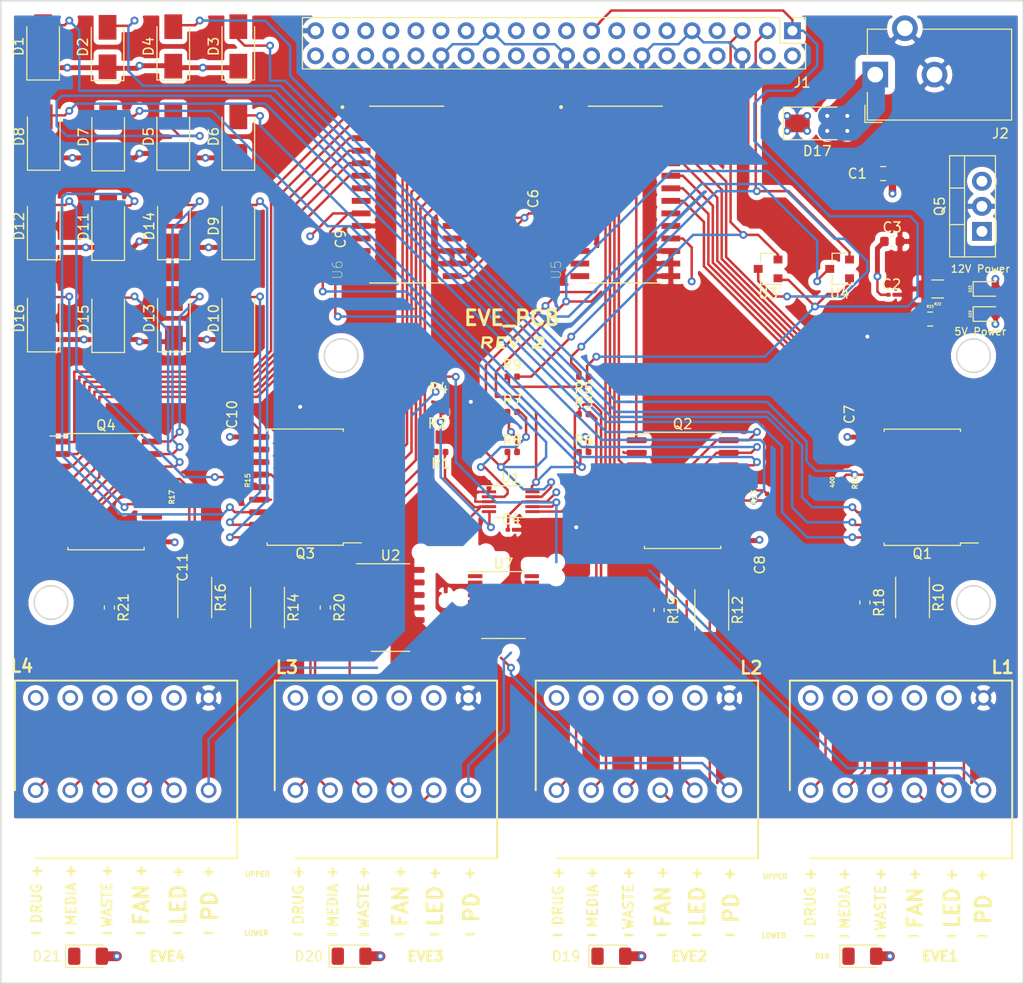
<source format=kicad_pcb>
(kicad_pcb (version 20171130) (host pcbnew 5.1.5)
  (layers (0 F.Cu signal) (1 In1.Cu power) (2 In2.Cu power) (31 B.Cu signal) (34 B.Paste user) (35 F.Paste user) (36 B.SilkS user) (37 F.SilkS user) (38 B.Mask user) (39 F.Mask user) (44 Edge.Cuts user))
  (net 0 "")
  (net 1 +12V)
  (net 2 GND)
  (net 3 +5V)
  (net 4 /DAC1/A_DRUGS1)
  (net 5 /DAC1/A_MEDIA1)
  (net 6 /DAC1/A_WASTE1)
  (net 7 /DAC1/A_SFAN1)
  (net 8 /DAC1/A_DRUGS2)
  (net 9 /DAC1/A_MEDIA2)
  (net 10 /DAC1/A_WASTE2)
  (net 11 /DAC1/A_SFAN2)
  (net 12 /DAC2/A_DRUGS3)
  (net 13 /DAC2/A_MEDIA3)
  (net 14 /DAC2/A_WASTE3)
  (net 15 /DAC2/A_SFAN3)
  (net 16 /DAC2/A_DRUGS4)
  (net 17 /DAC2/A_MEDIA4)
  (net 18 /DAC2/A_WASTE4)
  (net 19 /DAC2/A_SFAN4)
  (net 20 "Net-(D17-Pad2)")
  (net 21 +3V3)
  (net 22 /SDA-3.3)
  (net 23 /SCL-3.3)
  (net 24 /DAC1/LED1_NEG)
  (net 25 /PD1_NEG)
  (net 26 /DAC1/LED2_NEG)
  (net 27 /PD2_NEG)
  (net 28 /PD3_NEG)
  (net 29 /DAC2/LED3_NEG)
  (net 30 /PD4_NEG)
  (net 31 /DAC2/LED4_NEG)
  (net 32 /DAC1/A_LED1)
  (net 33 /DAC1/A_FAN1)
  (net 34 /DAC1/D_SFAN1)
  (net 35 /DAC1/D_FAN1)
  (net 36 /DAC1/D_LED1)
  (net 37 /DAC1/D_WASTE1)
  (net 38 /DAC1/D_MEDIA1)
  (net 39 /DAC1/D_DRUGS1)
  (net 40 /DAC1/D_DRUGS2)
  (net 41 /DAC1/D_MEDIA2)
  (net 42 /DAC1/D_WASTE2)
  (net 43 /DAC1/D_LED2)
  (net 44 /DAC1/D_FAN2)
  (net 45 /DAC1/D_SFAN2)
  (net 46 /DAC1/A_FAN2)
  (net 47 /DAC1/A_LED2)
  (net 48 /DAC2/A_LED3)
  (net 49 /DAC2/A_FAN3)
  (net 50 /DAC2/D_SFAN3)
  (net 51 /DAC2/D_FAN3)
  (net 52 /DAC2/D_LED3)
  (net 53 /DAC2/D_WASTE3)
  (net 54 /DAC2/D_MEDIA3)
  (net 55 /DAC2/D_DRUGS3)
  (net 56 /DAC2/D_DRUGS4)
  (net 57 /DAC2/D_MEDIA4)
  (net 58 /DAC2/D_WASTE4)
  (net 59 /DAC2/D_LED4)
  (net 60 /DAC2/D_FAN4)
  (net 61 /DAC2/D_SFAN4)
  (net 62 /DAC2/A_FAN4)
  (net 63 /DAC2/A_LED4)
  (net 64 /AIN0)
  (net 65 /AIN1)
  (net 66 /AIN2)
  (net 67 /AIN3)
  (net 68 /SCL)
  (net 69 "Net-(R7-Pad2)")
  (net 70 /SDA)
  (net 71 "Net-(D18-Pad1)")
  (net 72 "Net-(D19-Pad1)")
  (net 73 "Net-(D20-Pad1)")
  (net 74 "Net-(D21-Pad1)")
  (net 75 "Net-(D22-Pad1)")
  (net 76 "Net-(D23-Pad1)")
  (net 77 /DAC1/D_IND1)
  (net 78 /DAC1/A_IND1)
  (net 79 /DAC1/A_IND2)
  (net 80 /DAC1/D_IND2)
  (net 81 /DAC2/D_IND3)
  (net 82 /DAC2/A_IND3)
  (net 83 /DAC2/A_IND4)
  (net 84 /DAC2/D_IND4)
  (module Connector_PinHeader_2.54mm:PinHeader_2x20_P2.54mm_Vertical (layer F.Cu) (at 167.673346 37.098769 270)
    (fp_text reference J1 (at 5.25 -1) (layer F.SilkS))
    (fp_text value Raspberry_Pi_2_3)
    (pad 40 thru_hole oval (at 2.54 48.26 270) (size 1.7 1.7) (drill 1) (layers *.Cu *.Mask))
    (pad 39 thru_hole oval (at 0 48.26 270) (size 1.7 1.7) (drill 1) (layers *.Cu *.Mask) (net 2 GND))
    (pad 38 thru_hole oval (at 2.54 45.72 270) (size 1.7 1.7) (drill 1) (layers *.Cu *.Mask))
    (pad 37 thru_hole oval (at 0 45.72 270) (size 1.7 1.7) (drill 1) (layers *.Cu *.Mask))
    (pad 36 thru_hole oval (at 2.54 43.18 270) (size 1.7 1.7) (drill 1) (layers *.Cu *.Mask))
    (pad 35 thru_hole oval (at 0 43.18 270) (size 1.7 1.7) (drill 1) (layers *.Cu *.Mask))
    (pad 34 thru_hole oval (at 2.54 40.64 270) (size 1.7 1.7) (drill 1) (layers *.Cu *.Mask) (net 2 GND))
    (pad 33 thru_hole oval (at 0 40.64 270) (size 1.7 1.7) (drill 1) (layers *.Cu *.Mask))
    (pad 32 thru_hole oval (at 2.54 38.1 270) (size 1.7 1.7) (drill 1) (layers *.Cu *.Mask))
    (pad 31 thru_hole oval (at 0 38.1 270) (size 1.7 1.7) (drill 1) (layers *.Cu *.Mask))
    (pad 30 thru_hole oval (at 2.54 35.56 270) (size 1.7 1.7) (drill 1) (layers *.Cu *.Mask) (net 2 GND))
    (pad 29 thru_hole oval (at 0 35.56 270) (size 1.7 1.7) (drill 1) (layers *.Cu *.Mask))
    (pad 28 thru_hole oval (at 2.54 33.02 270) (size 1.7 1.7) (drill 1) (layers *.Cu *.Mask))
    (pad 27 thru_hole oval (at 0 33.02 270) (size 1.7 1.7) (drill 1) (layers *.Cu *.Mask))
    (pad 26 thru_hole oval (at 2.54 30.48 270) (size 1.7 1.7) (drill 1) (layers *.Cu *.Mask))
    (pad 25 thru_hole oval (at 0 30.48 270) (size 1.7 1.7) (drill 1) (layers *.Cu *.Mask) (net 2 GND))
    (pad 24 thru_hole oval (at 2.54 27.94 270) (size 1.7 1.7) (drill 1) (layers *.Cu *.Mask))
    (pad 23 thru_hole oval (at 0 27.94 270) (size 1.7 1.7) (drill 1) (layers *.Cu *.Mask))
    (pad 22 thru_hole oval (at 2.54 25.4 270) (size 1.7 1.7) (drill 1) (layers *.Cu *.Mask))
    (pad 21 thru_hole oval (at 0 25.4 270) (size 1.7 1.7) (drill 1) (layers *.Cu *.Mask))
    (pad 20 thru_hole oval (at 2.54 22.86 270) (size 1.7 1.7) (drill 1) (layers *.Cu *.Mask) (net 2 GND))
    (pad 19 thru_hole oval (at 0 22.86 270) (size 1.7 1.7) (drill 1) (layers *.Cu *.Mask))
    (pad 18 thru_hole oval (at 2.54 20.32 270) (size 1.7 1.7) (drill 1) (layers *.Cu *.Mask))
    (pad 17 thru_hole oval (at 0 20.32 270) (size 1.7 1.7) (drill 1) (layers *.Cu *.Mask) (net 21 +3V3))
    (pad 16 thru_hole oval (at 2.54 17.78 270) (size 1.7 1.7) (drill 1) (layers *.Cu *.Mask))
    (pad 15 thru_hole oval (at 0 17.78 270) (size 1.7 1.7) (drill 1) (layers *.Cu *.Mask))
    (pad 14 thru_hole oval (at 2.54 15.24 270) (size 1.7 1.7) (drill 1) (layers *.Cu *.Mask) (net 2 GND))
    (pad 13 thru_hole oval (at 0 15.24 270) (size 1.7 1.7) (drill 1) (layers *.Cu *.Mask))
    (pad 12 thru_hole oval (at 2.54 12.7 270) (size 1.7 1.7) (drill 1) (layers *.Cu *.Mask))
    (pad 11 thru_hole oval (at 0 12.7 270) (size 1.7 1.7) (drill 1) (layers *.Cu *.Mask))
    (pad 10 thru_hole oval (at 2.54 10.16 270) (size 1.7 1.7) (drill 1) (layers *.Cu *.Mask))
    (pad 9 thru_hole oval (at 0 10.16 270) (size 1.7 1.7) (drill 1) (layers *.Cu *.Mask) (net 2 GND))
    (pad 8 thru_hole oval (at 2.54 7.62 270) (size 1.7 1.7) (drill 1) (layers *.Cu *.Mask))
    (pad 7 thru_hole oval (at 0 7.62 270) (size 1.7 1.7) (drill 1) (layers *.Cu *.Mask))
    (pad 6 thru_hole oval (at 2.54 5.08 270) (size 1.7 1.7) (drill 1) (layers *.Cu *.Mask) (net 2 GND))
    (pad 5 thru_hole oval (at 0 5.08 270) (size 1.7 1.7) (drill 1) (layers *.Cu *.Mask) (net 23 /SCL-3.3))
    (pad 4 thru_hole oval (at 2.54 2.54 270) (size 1.7 1.7) (drill 1) (layers *.Cu *.Mask))
    (pad 3 thru_hole oval (at 0 2.54 270) (size 1.7 1.7) (drill 1) (layers *.Cu *.Mask) (net 22 /SDA-3.3))
    (pad 2 thru_hole oval (at 2.54 0 270) (size 1.7 1.7) (drill 1) (layers *.Cu *.Mask))
    (pad 1 thru_hole rect (at 0 0 270) (size 1.7 1.7) (drill 1) (layers *.Cu *.Mask) (net 21 +3V3))
  )
  (module SamacSys_Parts:1841539 (layer F.Cu) (at 169.514846 114)
    (fp_text reference L1 (at 19.431 -12.446 unlocked) (layer F.SilkS) (effects (font (size 1.27 1.27) (thickness 0.254))))
    (fp_text value 1841539 hide)
    (pad 12 thru_hole circle (at 17.5 -9.35) (size 1.575 1.575) (drill 1.05) (layers *.Cu *.Mask) (net 2 GND))
    (pad 6 thru_hole circle (at 17.5 0) (size 1.575 1.575) (drill 1.05) (layers *.Cu *.Mask) (net 25 /PD1_NEG))
    (pad 11 thru_hole circle (at 14 -9.35) (size 1.575 1.575) (drill 1.05) (layers *.Cu *.Mask) (net 1 +12V))
    (pad 5 thru_hole circle (at 14 0) (size 1.575 1.575) (drill 1.05) (layers *.Cu *.Mask) (net 24 /DAC1/LED1_NEG))
    (pad 10 thru_hole circle (at 10.5 -9.35) (size 1.575 1.575) (drill 1.05) (layers *.Cu *.Mask) (net 1 +12V))
    (pad 4 thru_hole circle (at 10.5 0) (size 1.575 1.575) (drill 1.05) (layers *.Cu *.Mask) (net 7 /DAC1/A_SFAN1))
    (pad 9 thru_hole circle (at 7 -9.35) (size 1.575 1.575) (drill 1.05) (layers *.Cu *.Mask) (net 1 +12V))
    (pad 3 thru_hole circle (at 7 0) (size 1.575 1.575) (drill 1.05) (layers *.Cu *.Mask) (net 6 /DAC1/A_WASTE1))
    (pad 8 thru_hole circle (at 3.5 -9.35) (size 1.575 1.575) (drill 1.05) (layers *.Cu *.Mask) (net 1 +12V))
    (pad 2 thru_hole circle (at 3.5 0) (size 1.575 1.575) (drill 1.05) (layers *.Cu *.Mask) (net 5 /DAC1/A_MEDIA1))
    (pad 7 thru_hole circle (at 0 -9.35) (size 1.575 1.575) (drill 1.05) (layers *.Cu *.Mask) (net 1 +12V))
    (pad 1 thru_hole circle (at 0 0) (size 1.575 1.575) (drill 1.05) (layers *.Cu *.Mask) (net 4 /DAC1/A_DRUGS1))
  )
  (module SamacSys_Parts:1841539 (layer F.Cu) (at 143.797346 114)
    (fp_text reference L2 (at 19.715154 -12.4) (layer F.SilkS) (effects (font (size 1.27 1.27) (thickness 0.254))))
    (fp_text value 1841539 hide)
    (pad 12 thru_hole circle (at 17.5 -9.35) (size 1.575 1.575) (drill 1.05) (layers *.Cu *.Mask) (net 2 GND))
    (pad 6 thru_hole circle (at 17.5 0) (size 1.575 1.575) (drill 1.05) (layers *.Cu *.Mask) (net 27 /PD2_NEG))
    (pad 11 thru_hole circle (at 14 -9.35) (size 1.575 1.575) (drill 1.05) (layers *.Cu *.Mask) (net 1 +12V))
    (pad 5 thru_hole circle (at 14 0) (size 1.575 1.575) (drill 1.05) (layers *.Cu *.Mask) (net 26 /DAC1/LED2_NEG))
    (pad 10 thru_hole circle (at 10.5 -9.35) (size 1.575 1.575) (drill 1.05) (layers *.Cu *.Mask) (net 1 +12V))
    (pad 4 thru_hole circle (at 10.5 0) (size 1.575 1.575) (drill 1.05) (layers *.Cu *.Mask) (net 11 /DAC1/A_SFAN2))
    (pad 9 thru_hole circle (at 7 -9.35) (size 1.575 1.575) (drill 1.05) (layers *.Cu *.Mask) (net 1 +12V))
    (pad 3 thru_hole circle (at 7 0) (size 1.575 1.575) (drill 1.05) (layers *.Cu *.Mask) (net 10 /DAC1/A_WASTE2))
    (pad 8 thru_hole circle (at 3.5 -9.35) (size 1.575 1.575) (drill 1.05) (layers *.Cu *.Mask) (net 1 +12V))
    (pad 2 thru_hole circle (at 3.5 0) (size 1.575 1.575) (drill 1.05) (layers *.Cu *.Mask) (net 9 /DAC1/A_MEDIA2))
    (pad 7 thru_hole circle (at 0 -9.35) (size 1.575 1.575) (drill 1.05) (layers *.Cu *.Mask) (net 1 +12V))
    (pad 1 thru_hole circle (at 0 0) (size 1.575 1.575) (drill 1.05) (layers *.Cu *.Mask) (net 8 /DAC1/A_DRUGS2))
  )
  (module SamacSys_Parts:1841539 (layer F.Cu) (at 117.381346 114)
    (fp_text reference L3 (at -0.858846 -12.446) (layer F.SilkS) (effects (font (size 1.27 1.27) (thickness 0.254))))
    (fp_text value 1841539 hide)
    (pad 12 thru_hole circle (at 17.5 -9.35) (size 1.575 1.575) (drill 1.05) (layers *.Cu *.Mask) (net 2 GND))
    (pad 6 thru_hole circle (at 17.5 0) (size 1.575 1.575) (drill 1.05) (layers *.Cu *.Mask) (net 28 /PD3_NEG))
    (pad 11 thru_hole circle (at 14 -9.35) (size 1.575 1.575) (drill 1.05) (layers *.Cu *.Mask) (net 1 +12V))
    (pad 5 thru_hole circle (at 14 0) (size 1.575 1.575) (drill 1.05) (layers *.Cu *.Mask) (net 29 /DAC2/LED3_NEG))
    (pad 10 thru_hole circle (at 10.5 -9.35) (size 1.575 1.575) (drill 1.05) (layers *.Cu *.Mask) (net 1 +12V))
    (pad 4 thru_hole circle (at 10.5 0) (size 1.575 1.575) (drill 1.05) (layers *.Cu *.Mask) (net 15 /DAC2/A_SFAN3))
    (pad 9 thru_hole circle (at 7 -9.35) (size 1.575 1.575) (drill 1.05) (layers *.Cu *.Mask) (net 1 +12V))
    (pad 3 thru_hole circle (at 7 0) (size 1.575 1.575) (drill 1.05) (layers *.Cu *.Mask) (net 14 /DAC2/A_WASTE3))
    (pad 8 thru_hole circle (at 3.5 -9.35) (size 1.575 1.575) (drill 1.05) (layers *.Cu *.Mask) (net 1 +12V))
    (pad 2 thru_hole circle (at 3.5 0) (size 1.575 1.575) (drill 1.05) (layers *.Cu *.Mask) (net 13 /DAC2/A_MEDIA3))
    (pad 7 thru_hole circle (at 0 -9.35) (size 1.575 1.575) (drill 1.05) (layers *.Cu *.Mask) (net 1 +12V))
    (pad 1 thru_hole circle (at 0 0) (size 1.575 1.575) (drill 1.05) (layers *.Cu *.Mask) (net 12 /DAC2/A_DRUGS3))
  )
  (module SamacSys_Parts:1841539 (layer F.Cu) (at 91.092346 114)
    (fp_text reference L4 (at -1.397 -12.573) (layer F.SilkS) (effects (font (size 1.27 1.27) (thickness 0.254))))
    (fp_text value 1841539 hide)
    (pad 12 thru_hole circle (at 17.5 -9.35) (size 1.575 1.575) (drill 1.05) (layers *.Cu *.Mask) (net 2 GND))
    (pad 6 thru_hole circle (at 17.5 0) (size 1.575 1.575) (drill 1.05) (layers *.Cu *.Mask) (net 30 /PD4_NEG))
    (pad 11 thru_hole circle (at 14 -9.35) (size 1.575 1.575) (drill 1.05) (layers *.Cu *.Mask) (net 1 +12V))
    (pad 5 thru_hole circle (at 14 0) (size 1.575 1.575) (drill 1.05) (layers *.Cu *.Mask) (net 31 /DAC2/LED4_NEG))
    (pad 10 thru_hole circle (at 10.5 -9.35) (size 1.575 1.575) (drill 1.05) (layers *.Cu *.Mask) (net 1 +12V))
    (pad 4 thru_hole circle (at 10.5 0) (size 1.575 1.575) (drill 1.05) (layers *.Cu *.Mask) (net 19 /DAC2/A_SFAN4))
    (pad 9 thru_hole circle (at 7 -9.35) (size 1.575 1.575) (drill 1.05) (layers *.Cu *.Mask) (net 1 +12V))
    (pad 3 thru_hole circle (at 7 0) (size 1.575 1.575) (drill 1.05) (layers *.Cu *.Mask) (net 18 /DAC2/A_WASTE4))
    (pad 8 thru_hole circle (at 3.5 -9.35) (size 1.575 1.575) (drill 1.05) (layers *.Cu *.Mask) (net 1 +12V))
    (pad 2 thru_hole circle (at 3.5 0) (size 1.575 1.575) (drill 1.05) (layers *.Cu *.Mask) (net 17 /DAC2/A_MEDIA4))
    (pad 7 thru_hole circle (at 0 -9.35) (size 1.575 1.575) (drill 1.05) (layers *.Cu *.Mask) (net 1 +12V))
    (pad 1 thru_hole circle (at 0 0) (size 1.575 1.575) (drill 1.05) (layers *.Cu *.Mask) (net 16 /DAC2/A_DRUGS4))
  )
  (module SamacSys_Parts:RC0201FR-07402RL (layer F.Cu) (at 172.72 82.804 90)
    (fp_text reference R11 (at 0 1.3 90) (layer F.SilkS) (effects (font (size 0.5 0.5) (thickness 0.125))))
    (fp_text value 400 (at 0 -1 90) (layer F.SilkS) (effects (font (size 0.4 0.4) (thickness 0.1))))
    (pad 1 smd rect (at -0.34 0 180) (size 0.42 0.44) (layers F.Cu F.Paste) (net 33 /DAC1/A_FAN1))
    (pad 2 smd rect (at 0.34 0 180) (size 0.42 0.44) (layers F.Cu F.Paste) (net 7 /DAC1/A_SFAN1))
  )
  (module SamacSys_Parts:RC0201FR-07402RL (layer F.Cu) (at 165.1 84.328 270)
    (fp_text reference R13 (at 0 1.3 90) (layer F.SilkS) (effects (font (size 0.5 0.5) (thickness 0.125))))
    (fp_text value 400 hide)
    (pad 2 smd rect (at 0.34 0) (size 0.42 0.44) (layers F.Cu F.Paste) (net 11 /DAC1/A_SFAN2))
    (pad 1 smd rect (at -0.34 0) (size 0.42 0.44) (layers F.Cu F.Paste) (net 46 /DAC1/A_FAN2))
  )
  (module SamacSys_Parts:RC0201FR-07402RL (layer F.Cu) (at 111.252 82.636 90)
    (fp_text reference R15 (at 0 1.3 90) (layer F.SilkS) (effects (font (size 0.5 0.5) (thickness 0.1))))
    (fp_text value 400 hide)
    (pad 2 smd rect (at 0.34 0 180) (size 0.42 0.44) (layers F.Cu F.Paste) (net 15 /DAC2/A_SFAN3))
    (pad 1 smd rect (at -0.34 0 180) (size 0.42 0.44) (layers F.Cu F.Paste) (net 49 /DAC2/A_FAN3))
  )
  (module SamacSys_Parts:RC0201FR-07402RL (layer F.Cu) (at 106.172 84.328 270)
    (fp_text reference R17 (at 0 1.3 90) (layer F.SilkS) (effects (font (size 0.5 0.5) (thickness 0.125))))
    (fp_text value 400 hide)
    (pad 2 smd rect (at 0.34 0) (size 0.42 0.44) (layers F.Cu F.Paste) (net 19 /DAC2/A_SFAN4))
    (pad 1 smd rect (at -0.34 0) (size 0.42 0.44) (layers F.Cu F.Paste) (net 62 /DAC2/A_FAN4))
  )
  (module footprints:SOIC127P1030X265-28N (layer F.Cu) (at 150.763769 53.690846)
    (fp_text reference U5 (at -7 7.62 90) (layer F.SilkS) (effects (font (thickness 0.05))))
    (fp_text value MCP23017-E/SO hide)
    (pad 1 smd rect (at -4.605 -8.255) (size 1.9 0.6) (layers F.Cu F.Paste F.Mask) (net 40 /DAC1/D_DRUGS2))
    (pad 2 smd rect (at -4.605 -6.985) (size 1.9 0.6) (layers F.Cu F.Paste F.Mask) (net 41 /DAC1/D_MEDIA2))
    (pad 3 smd rect (at -4.605 -5.715) (size 1.9 0.6) (layers F.Cu F.Paste F.Mask) (net 42 /DAC1/D_WASTE2))
    (pad 4 smd rect (at -4.605 -4.445) (size 1.9 0.6) (layers F.Cu F.Paste F.Mask) (net 43 /DAC1/D_LED2))
    (pad 5 smd rect (at -4.605 -3.175) (size 1.9 0.6) (layers F.Cu F.Paste F.Mask) (net 44 /DAC1/D_FAN2))
    (pad 6 smd rect (at -4.605 -1.905) (size 1.9 0.6) (layers F.Cu F.Paste F.Mask) (net 45 /DAC1/D_SFAN2))
    (pad 7 smd rect (at -4.605 -0.635) (size 1.9 0.6) (layers F.Cu F.Paste F.Mask) (net 80 /DAC1/D_IND2))
    (pad 8 smd rect (at -4.605 0.635) (size 1.9 0.6) (layers F.Cu F.Paste F.Mask))
    (pad 9 smd rect (at -4.605 1.905) (size 1.9 0.6) (layers F.Cu F.Paste F.Mask) (net 3 +5V))
    (pad 10 smd rect (at -4.605 3.175) (size 1.9 0.6) (layers F.Cu F.Paste F.Mask) (net 2 GND))
    (pad 11 smd rect (at -4.605 4.445) (size 1.9 0.6) (layers F.Cu F.Paste F.Mask))
    (pad 12 smd rect (at -4.605 5.715) (size 1.9 0.6) (layers F.Cu F.Paste F.Mask) (net 68 /SCL))
    (pad 13 smd rect (at -4.605 6.985) (size 1.9 0.6) (layers F.Cu F.Paste F.Mask) (net 70 /SDA))
    (pad 14 smd rect (at -4.605 8.255) (size 1.9 0.6) (layers F.Cu F.Paste F.Mask))
    (pad 15 smd rect (at 4.605 8.255) (size 1.9 0.6) (layers F.Cu F.Paste F.Mask) (net 2 GND))
    (pad 16 smd rect (at 4.605 6.985) (size 1.9 0.6) (layers F.Cu F.Paste F.Mask) (net 2 GND))
    (pad 17 smd rect (at 4.605 5.715) (size 1.9 0.6) (layers F.Cu F.Paste F.Mask) (net 2 GND))
    (pad 18 smd rect (at 4.605 4.445) (size 1.9 0.6) (layers F.Cu F.Paste F.Mask) (net 3 +5V))
    (pad 19 smd rect (at 4.605 3.175) (size 1.9 0.6) (layers F.Cu F.Paste F.Mask))
    (pad 20 smd rect (at 4.605 1.905) (size 1.9 0.6) (layers F.Cu F.Paste F.Mask))
    (pad 21 smd rect (at 4.605 0.635) (size 1.9 0.6) (layers F.Cu F.Paste F.Mask) (net 39 /DAC1/D_DRUGS1))
    (pad 22 smd rect (at 4.605 -0.635) (size 1.9 0.6) (layers F.Cu F.Paste F.Mask) (net 38 /DAC1/D_MEDIA1))
    (pad 23 smd rect (at 4.605 -1.905) (size 1.9 0.6) (layers F.Cu F.Paste F.Mask) (net 37 /DAC1/D_WASTE1))
    (pad 24 smd rect (at 4.605 -3.175) (size 1.9 0.6) (layers F.Cu F.Paste F.Mask) (net 36 /DAC1/D_LED1))
    (pad 25 smd rect (at 4.605 -4.445) (size 1.9 0.6) (layers F.Cu F.Paste F.Mask) (net 35 /DAC1/D_FAN1))
    (pad 26 smd rect (at 4.605 -5.715) (size 1.9 0.6) (layers F.Cu F.Paste F.Mask) (net 34 /DAC1/D_SFAN1))
    (pad 27 smd rect (at 4.605 -6.985) (size 1.9 0.6) (layers F.Cu F.Paste F.Mask) (net 77 /DAC1/D_IND1))
    (pad 28 smd rect (at 4.605 -8.255) (size 1.9 0.6) (layers F.Cu F.Paste F.Mask))
  )
  (module footprints:SOIC127P1030X265-28N (layer F.Cu) (at 128.636231 53.690846)
    (fp_text reference U6 (at -7 7.62 270) (layer F.SilkS) (effects (font (thickness 0.05))))
    (fp_text value MCP23017-E/SO hide)
    (pad 28 smd rect (at 4.605 -8.255) (size 1.9 0.6) (layers F.Cu F.Paste F.Mask))
    (pad 27 smd rect (at 4.605 -6.985) (size 1.9 0.6) (layers F.Cu F.Paste F.Mask) (net 81 /DAC2/D_IND3))
    (pad 26 smd rect (at 4.605 -5.715) (size 1.9 0.6) (layers F.Cu F.Paste F.Mask) (net 50 /DAC2/D_SFAN3))
    (pad 25 smd rect (at 4.605 -4.445) (size 1.9 0.6) (layers F.Cu F.Paste F.Mask) (net 51 /DAC2/D_FAN3))
    (pad 24 smd rect (at 4.605 -3.175) (size 1.9 0.6) (layers F.Cu F.Paste F.Mask) (net 52 /DAC2/D_LED3))
    (pad 23 smd rect (at 4.605 -1.905) (size 1.9 0.6) (layers F.Cu F.Paste F.Mask) (net 53 /DAC2/D_WASTE3))
    (pad 22 smd rect (at 4.605 -0.635) (size 1.9 0.6) (layers F.Cu F.Paste F.Mask) (net 54 /DAC2/D_MEDIA3))
    (pad 21 smd rect (at 4.605 0.635) (size 1.9 0.6) (layers F.Cu F.Paste F.Mask) (net 55 /DAC2/D_DRUGS3))
    (pad 20 smd rect (at 4.605 1.905) (size 1.9 0.6) (layers F.Cu F.Paste F.Mask))
    (pad 19 smd rect (at 4.605 3.175) (size 1.9 0.6) (layers F.Cu F.Paste F.Mask))
    (pad 18 smd rect (at 4.605 4.445) (size 1.9 0.6) (layers F.Cu F.Paste F.Mask) (net 3 +5V))
    (pad 17 smd rect (at 4.605 5.715) (size 1.9 0.6) (layers F.Cu F.Paste F.Mask) (net 2 GND))
    (pad 16 smd rect (at 4.605 6.985) (size 1.9 0.6) (layers F.Cu F.Paste F.Mask) (net 2 GND))
    (pad 15 smd rect (at 4.605 8.255) (size 1.9 0.6) (layers F.Cu F.Paste F.Mask) (net 3 +5V))
    (pad 14 smd rect (at -4.605 8.255) (size 1.9 0.6) (layers F.Cu F.Paste F.Mask))
    (pad 13 smd rect (at -4.605 6.985) (size 1.9 0.6) (layers F.Cu F.Paste F.Mask) (net 70 /SDA))
    (pad 12 smd rect (at -4.605 5.715) (size 1.9 0.6) (layers F.Cu F.Paste F.Mask) (net 68 /SCL))
    (pad 11 smd rect (at -4.605 4.445) (size 1.9 0.6) (layers F.Cu F.Paste F.Mask))
    (pad 10 smd rect (at -4.605 3.175) (size 1.9 0.6) (layers F.Cu F.Paste F.Mask) (net 2 GND))
    (pad 9 smd rect (at -4.605 1.905) (size 1.9 0.6) (layers F.Cu F.Paste F.Mask) (net 3 +5V))
    (pad 8 smd rect (at -4.605 0.635) (size 1.9 0.6) (layers F.Cu F.Paste F.Mask))
    (pad 7 smd rect (at -4.605 -0.635) (size 1.9 0.6) (layers F.Cu F.Paste F.Mask) (net 84 /DAC2/D_IND4))
    (pad 6 smd rect (at -4.605 -1.905) (size 1.9 0.6) (layers F.Cu F.Paste F.Mask) (net 61 /DAC2/D_SFAN4))
    (pad 5 smd rect (at -4.605 -3.175) (size 1.9 0.6) (layers F.Cu F.Paste F.Mask) (net 60 /DAC2/D_FAN4))
    (pad 4 smd rect (at -4.605 -4.445) (size 1.9 0.6) (layers F.Cu F.Paste F.Mask) (net 59 /DAC2/D_LED4))
    (pad 3 smd rect (at -4.605 -5.715) (size 1.9 0.6) (layers F.Cu F.Paste F.Mask) (net 58 /DAC2/D_WASTE4))
    (pad 2 smd rect (at -4.605 -6.985) (size 1.9 0.6) (layers F.Cu F.Paste F.Mask) (net 57 /DAC2/D_MEDIA4))
    (pad 1 smd rect (at -4.605 -8.255) (size 1.9 0.6) (layers F.Cu F.Paste F.Mask) (net 56 /DAC2/D_DRUGS4))
  )
  (module LED_SMD:LED_1206_3216Metric (layer F.Cu) (at 174.752 130.81)
    (fp_text reference D18 (at -4.064 0) (layer F.SilkS) (effects (font (size 0.5 0.5) (thickness 0.125))))
    (fp_text value LTST-C150TBKT)
    (pad 1 smd roundrect (at -1.4 0) (size 1.25 1.75) (layers F.Cu F.Paste F.Mask) (roundrect_rratio 0.2) (net 71 "Net-(D18-Pad1)"))
    (pad 2 smd roundrect (at 1.4 0) (size 1.25 1.75) (layers F.Cu F.Paste F.Mask) (roundrect_rratio 0.2) (net 1 +12V))
  )
  (module LED_SMD:LED_1206_3216Metric (layer F.Cu) (at 149.352 130.81)
    (fp_text reference D19 (at -4.572 0) (layer F.SilkS))
    (fp_text value LTST-C150TBKT)
    (pad 1 smd roundrect (at -1.4 0) (size 1.25 1.75) (layers F.Cu F.Paste F.Mask) (roundrect_rratio 0.2) (net 72 "Net-(D19-Pad1)"))
    (pad 2 smd roundrect (at 1.4 0) (size 1.25 1.75) (layers F.Cu F.Paste F.Mask) (roundrect_rratio 0.2) (net 1 +12V))
  )
  (module LED_SMD:LED_1206_3216Metric (layer F.Cu) (at 123.066 130.81)
    (fp_text reference D20 (at -4.318 0) (layer F.SilkS))
    (fp_text value LTST-C150TBKT)
    (pad 2 smd roundrect (at 1.4 0) (size 1.25 1.75) (layers F.Cu F.Paste F.Mask) (roundrect_rratio 0.2) (net 1 +12V))
    (pad 1 smd roundrect (at -1.4 0) (size 1.25 1.75) (layers F.Cu F.Paste F.Mask) (roundrect_rratio 0.2) (net 73 "Net-(D20-Pad1)"))
  )
  (module LED_SMD:LED_1206_3216Metric (layer F.Cu) (at 96.39 130.81)
    (fp_text reference D21 (at -4.188 0) (layer F.SilkS))
    (fp_text value LTST-C150TBKT)
    (pad 1 smd roundrect (at -1.4 0) (size 1.25 1.75) (layers F.Cu F.Paste F.Mask) (roundrect_rratio 0.2) (net 74 "Net-(D21-Pad1)"))
    (pad 2 smd roundrect (at 1.4 0) (size 1.25 1.75) (layers F.Cu F.Paste F.Mask) (roundrect_rratio 0.2) (net 1 +12V))
  )
  (module Capacitor_SMD:C_0805_2012Metric (layer F.Cu) (at 176.8625 51.562 180)
    (fp_text reference C1 (at 2.6185 0) (layer F.SilkS))
    (fp_text value "10 uF")
    (pad 1 smd roundrect (at -0.9375 0 180) (size 0.975 1.4) (layers F.Cu F.Paste F.Mask) (net 1 +12V))
    (pad 2 smd roundrect (at 0.9375 0 180) (size 0.975 1.4) (layers F.Cu F.Paste F.Mask) (net 2 GND))
  )
  (module Capacitor_SMD:C_0201_0603Metric (layer F.Cu) (at 177.706346 63.832269)
    (fp_text reference C2 (at 0 -1.05) (layer F.SilkS))
    (fp_text value "0.1 uF")
    (pad 2 smd roundrect (at 0.32 0) (size 0.46 0.4) (layers F.Cu F.Mask) (net 2 GND))
    (pad 1 smd roundrect (at -0.32 0) (size 0.46 0.4) (layers F.Cu F.Mask) (net 3 +5V))
  )
  (module Capacitor_SMD:C_0603_1608Metric (layer F.Cu) (at 177.769846 58.434769)
    (fp_text reference C3 (at 0 -1.43) (layer F.SilkS))
    (fp_text value "1 uF")
    (pad 1 smd roundrect (at -0.7875 0) (size 0.875 0.95) (layers F.Cu F.Paste F.Mask) (net 3 +5V))
    (pad 2 smd roundrect (at 0.7875 0) (size 0.875 0.95) (layers F.Cu F.Paste F.Mask) (net 2 GND))
  )
  (module Capacitor_SMD:C_0201_0603Metric (layer F.Cu) (at 139.192 87.63)
    (fp_text reference C4 (at 0 -1.05) (layer F.SilkS))
    (fp_text value "0.1 uF")
    (pad 2 smd roundrect (at 0.32 0) (size 0.46 0.4) (layers F.Cu F.Mask) (net 2 GND))
    (pad 1 smd roundrect (at -0.32 0) (size 0.46 0.4) (layers F.Cu F.Mask) (net 3 +5V))
  )
  (module Capacitor_SMD:C_0201_0603Metric (layer F.Cu) (at 142.494 54.102 90)
    (fp_text reference C6 (at 0 -1.05 90) (layer F.SilkS))
    (fp_text value "0.1 uF")
    (pad 1 smd roundrect (at -0.32 0 90) (size 0.46 0.4) (layers F.Cu F.Mask) (net 3 +5V))
    (pad 2 smd roundrect (at 0.32 0 90) (size 0.46 0.4) (layers F.Cu F.Mask) (net 2 GND))
  )
  (module Capacitor_SMD:C_0201_0603Metric (layer F.Cu) (at 174.498 75.946 90)
    (fp_text reference C7 (at 0 -1.05 90) (layer F.SilkS))
    (fp_text value "0.1 uF")
    (pad 2 smd roundrect (at 0.32 0 90) (size 0.46 0.4) (layers F.Cu F.Mask) (net 2 GND))
    (pad 1 smd roundrect (at -0.32 0 90) (size 0.46 0.4) (layers F.Cu F.Mask) (net 1 +12V))
  )
  (module Capacitor_SMD:C_0201_0603Metric (layer F.Cu) (at 163.322 91.186 270)
    (fp_text reference C8 (at 0 -1.05 90) (layer F.SilkS))
    (fp_text value "0.1 uF")
    (pad 1 smd roundrect (at -0.32 0 270) (size 0.46 0.4) (layers F.Cu F.Mask) (net 1 +12V))
    (pad 2 smd roundrect (at 0.32 0 270) (size 0.46 0.4) (layers F.Cu F.Mask) (net 2 GND))
  )
  (module Capacitor_SMD:C_0201_0603Metric (layer F.Cu) (at 120.904 58.166 270)
    (fp_text reference C9 (at 0 -1.05 90) (layer F.SilkS))
    (fp_text value "0.1 uF")
    (pad 1 smd roundrect (at -0.32 0 270) (size 0.46 0.4) (layers F.Cu F.Mask) (net 3 +5V))
    (pad 2 smd roundrect (at 0.32 0 270) (size 0.46 0.4) (layers F.Cu F.Mask) (net 2 GND))
  )
  (module Capacitor_SMD:C_0201_0603Metric (layer F.Cu) (at 112.014 75.946 90)
    (fp_text reference C10 (at 0 -1.05 90) (layer F.SilkS))
    (fp_text value "0.1 uF")
    (pad 2 smd roundrect (at 0.32 0 90) (size 0.46 0.4) (layers F.Cu F.Mask) (net 2 GND))
    (pad 1 smd roundrect (at -0.32 0 90) (size 0.46 0.4) (layers F.Cu F.Mask) (net 1 +12V))
  )
  (module Capacitor_SMD:C_0201_0603Metric (layer F.Cu) (at 104.902 91.44 270)
    (fp_text reference C11 (at 0 -1.05 90) (layer F.SilkS))
    (fp_text value "0.1 uF")
    (pad 1 smd roundrect (at -0.32 0 270) (size 0.46 0.4) (layers F.Cu F.Mask) (net 1 +12V))
    (pad 2 smd roundrect (at 0.32 0 270) (size 0.46 0.4) (layers F.Cu F.Mask) (net 2 GND))
  )
  (module Diode_SMD:D_SMA (layer F.Cu) (at 91.842846 38.688269 90)
    (fp_text reference D1 (at 0 -2.5 90) (layer F.SilkS))
    (fp_text value BAT43)
    (pad 2 smd rect (at 2 0 90) (size 2.5 1.8) (layers F.Cu F.Paste F.Mask) (net 4 /DAC1/A_DRUGS1))
    (pad 1 smd rect (at -2 0 90) (size 2.5 1.8) (layers F.Cu F.Paste F.Mask) (net 1 +12V))
  )
  (module Diode_SMD:D_SMA (layer F.Cu) (at 98.363846 38.751769 90)
    (fp_text reference D2 (at 0 -2.5 90) (layer F.SilkS))
    (fp_text value BAT43)
    (pad 2 smd rect (at 2 0 90) (size 2.5 1.8) (layers F.Cu F.Paste F.Mask) (net 5 /DAC1/A_MEDIA1))
    (pad 1 smd rect (at -2 0 90) (size 2.5 1.8) (layers F.Cu F.Paste F.Mask) (net 1 +12V))
  )
  (module Diode_SMD:D_SMA (layer F.Cu) (at 111.596346 38.688269 90)
    (fp_text reference D3 (at 0 -2.5 90) (layer F.SilkS))
    (fp_text value BAT43)
    (pad 1 smd rect (at -2 0 90) (size 2.5 1.8) (layers F.Cu F.Paste F.Mask) (net 1 +12V))
    (pad 2 smd rect (at 2 0 90) (size 2.5 1.8) (layers F.Cu F.Paste F.Mask) (net 6 /DAC1/A_WASTE1))
  )
  (module Diode_SMD:D_SMA (layer F.Cu) (at 105.011846 38.688269 90)
    (fp_text reference D4 (at 0 -2.5 90) (layer F.SilkS))
    (fp_text value BAT43)
    (pad 2 smd rect (at 2 0 90) (size 2.5 1.8) (layers F.Cu F.Paste F.Mask) (net 7 /DAC1/A_SFAN1))
    (pad 1 smd rect (at -2 0 90) (size 2.5 1.8) (layers F.Cu F.Paste F.Mask) (net 1 +12V))
  )
  (module Diode_SMD:D_SMA (layer F.Cu) (at 105.011846 47.821769 90)
    (fp_text reference D5 (at 0 -2.5 90) (layer F.SilkS))
    (fp_text value BAT43)
    (pad 1 smd rect (at -2 0 90) (size 2.5 1.8) (layers F.Cu F.Paste F.Mask) (net 1 +12V))
    (pad 2 smd rect (at 2 0 90) (size 2.5 1.8) (layers F.Cu F.Paste F.Mask) (net 8 /DAC1/A_DRUGS2))
  )
  (module Diode_SMD:D_SMA (layer F.Cu) (at 111.596346 47.821769 90)
    (fp_text reference D6 (at 0 -2.5 90) (layer F.SilkS))
    (fp_text value BAT43)
    (pad 1 smd rect (at -2 0 90) (size 2.5 1.8) (layers F.Cu F.Paste F.Mask) (net 1 +12V))
    (pad 2 smd rect (at 2 0 90) (size 2.5 1.8) (layers F.Cu F.Paste F.Mask) (net 9 /DAC1/A_MEDIA2))
  )
  (module Diode_SMD:D_SMA (layer F.Cu) (at 98.427346 47.885269 90)
    (fp_text reference D7 (at 0 -2.5 90) (layer F.SilkS))
    (fp_text value BAT43)
    (pad 2 smd rect (at 2 0 90) (size 2.5 1.8) (layers F.Cu F.Paste F.Mask) (net 10 /DAC1/A_WASTE2))
    (pad 1 smd rect (at -2 0 90) (size 2.5 1.8) (layers F.Cu F.Paste F.Mask) (net 1 +12V))
  )
  (module Diode_SMD:D_SMA (layer F.Cu) (at 91.906346 47.821769 90)
    (fp_text reference D8 (at 0 -2.5 90) (layer F.SilkS))
    (fp_text value BAT43)
    (pad 1 smd rect (at -2 0 90) (size 2.5 1.8) (layers F.Cu F.Paste F.Mask) (net 1 +12V))
    (pad 2 smd rect (at 2 0 90) (size 2.5 1.8) (layers F.Cu F.Paste F.Mask) (net 11 /DAC1/A_SFAN2))
  )
  (module Diode_SMD:D_SMA (layer F.Cu) (at 111.596346 56.891769 90)
    (fp_text reference D9 (at 0 -2.5 90) (layer F.SilkS))
    (fp_text value BAT43)
    (pad 2 smd rect (at 2 0 90) (size 2.5 1.8) (layers F.Cu F.Paste F.Mask) (net 12 /DAC2/A_DRUGS3))
    (pad 1 smd rect (at -2 0 90) (size 2.5 1.8) (layers F.Cu F.Paste F.Mask) (net 1 +12V))
  )
  (module Diode_SMD:D_SMA (layer F.Cu) (at 111.596346 66.215769 90)
    (fp_text reference D10 (at 0 -2.5 90) (layer F.SilkS))
    (fp_text value BAT43)
    (pad 1 smd rect (at -2 0 90) (size 2.5 1.8) (layers F.Cu F.Paste F.Mask) (net 1 +12V))
    (pad 2 smd rect (at 2 0 90) (size 2.5 1.8) (layers F.Cu F.Paste F.Mask) (net 13 /DAC2/A_MEDIA3))
  )
  (module Diode_SMD:D_SMA (layer F.Cu) (at 98.427346 56.955269 90)
    (fp_text reference D11 (at 0 -2.5 90) (layer F.SilkS))
    (fp_text value BAT43)
    (pad 2 smd rect (at 2 0 90) (size 2.5 1.8) (layers F.Cu F.Paste F.Mask) (net 14 /DAC2/A_WASTE3))
    (pad 1 smd rect (at -2 0 90) (size 2.5 1.8) (layers F.Cu F.Paste F.Mask) (net 1 +12V))
  )
  (module Diode_SMD:D_SMA (layer F.Cu) (at 91.906346 56.891769 90)
    (fp_text reference D12 (at 0 -2.5 90) (layer F.SilkS))
    (fp_text value BAT43)
    (pad 1 smd rect (at -2 0 90) (size 2.5 1.8) (layers F.Cu F.Paste F.Mask) (net 1 +12V))
    (pad 2 smd rect (at 2 0 90) (size 2.5 1.8) (layers F.Cu F.Paste F.Mask) (net 15 /DAC2/A_SFAN3))
  )
  (module Diode_SMD:D_SMA (layer F.Cu) (at 105.075346 66.215769 90)
    (fp_text reference D13 (at 0 -2.5 90) (layer F.SilkS))
    (fp_text value BAT43)
    (pad 2 smd rect (at 2 0 90) (size 2.5 1.8) (layers F.Cu F.Paste F.Mask) (net 16 /DAC2/A_DRUGS4))
    (pad 1 smd rect (at -2 0 90) (size 2.5 1.8) (layers F.Cu F.Paste F.Mask) (net 1 +12V))
  )
  (module Diode_SMD:D_SMA (layer F.Cu) (at 105.075346 56.891769 90)
    (fp_text reference D14 (at 0 -2.5 90) (layer F.SilkS))
    (fp_text value BAT43)
    (pad 1 smd rect (at -2 0 90) (size 2.5 1.8) (layers F.Cu F.Paste F.Mask) (net 1 +12V))
    (pad 2 smd rect (at 2 0 90) (size 2.5 1.8) (layers F.Cu F.Paste F.Mask) (net 17 /DAC2/A_MEDIA4))
  )
  (module Diode_SMD:D_SMA (layer F.Cu) (at 98.427346 66.279269 90)
    (fp_text reference D15 (at 0 -2.5 90) (layer F.SilkS))
    (fp_text value BAT43)
    (pad 2 smd rect (at 2 0 90) (size 2.5 1.8) (layers F.Cu F.Paste F.Mask) (net 18 /DAC2/A_WASTE4))
    (pad 1 smd rect (at -2 0 90) (size 2.5 1.8) (layers F.Cu F.Paste F.Mask) (net 1 +12V))
  )
  (module Diode_SMD:D_SMA (layer F.Cu) (at 91.906346 66.215769 90)
    (fp_text reference D16 (at 0 -2.5 90) (layer F.SilkS))
    (fp_text value BAT43)
    (pad 1 smd rect (at -2 0 90) (size 2.5 1.8) (layers F.Cu F.Paste F.Mask) (net 1 +12V))
    (pad 2 smd rect (at 2 0 90) (size 2.5 1.8) (layers F.Cu F.Paste F.Mask) (net 19 /DAC2/A_SFAN4))
  )
  (module Diode_SMD:D_SMA (layer F.Cu) (at 170.18 46.482)
    (fp_text reference D17 (at 0 2.794) (layer F.SilkS))
    (fp_text value US1K-13-F)
    (pad 1 smd rect (at -2 0) (size 2.5 1.8) (layers F.Cu F.Paste F.Mask) (net 1 +12V))
    (pad 2 smd rect (at 2 0) (size 2.5 1.8) (layers F.Cu F.Paste F.Mask) (net 20 "Net-(D17-Pad2)"))
  )
  (module Connector_BarrelJack:BarrelJack_CUI_PJ-102AH_Horizontal (layer F.Cu) (at 176.055346 41.543769 90)
    (fp_text reference J2 (at -5.954231 12.666654) (layer F.SilkS))
    (fp_text value PJ-102AH)
    (pad 1 thru_hole rect (at 0 0 90) (size 2.6 2.6) (drill 1.6) (layers *.Cu *.Mask) (net 20 "Net-(D17-Pad2)"))
    (pad 2 thru_hole circle (at 0 6 90) (size 2.6 2.6) (drill 1.6) (layers *.Cu *.Mask) (net 2 GND))
    (pad 3 thru_hole circle (at 4.7 3 90) (size 2.6 2.6) (drill 1.6) (layers *.Cu *.Mask) (net 2 GND))
  )
  (module Resistor_SMD:R_0402_1005Metric (layer F.Cu) (at 132.08 79.756 180)
    (fp_text reference R1 (at 0 -1.17) (layer F.SilkS))
    (fp_text value 1M)
    (pad 1 smd roundrect (at -0.485 0 180) (size 0.59 0.64) (layers F.Cu F.Paste F.Mask) (net 64 /AIN0))
    (pad 2 smd roundrect (at 0.485 0 180) (size 0.59 0.64) (layers F.Cu F.Paste F.Mask) (net 25 /PD1_NEG))
  )
  (module Resistor_SMD:R_0402_1005Metric (layer F.Cu) (at 131.74 75.692 180)
    (fp_text reference R2 (at 0 -1.17) (layer F.SilkS))
    (fp_text value 1M)
    (pad 2 smd roundrect (at 0.485 0 180) (size 0.59 0.64) (layers F.Cu F.Paste F.Mask) (net 27 /PD2_NEG))
    (pad 1 smd roundrect (at -0.485 0 180) (size 0.59 0.64) (layers F.Cu F.Paste F.Mask) (net 65 /AIN1))
  )
  (module Resistor_SMD:R_0402_1005Metric (layer F.Cu) (at 146.554583 75.924344)
    (fp_text reference R3 (at 0 -1.17) (layer F.SilkS))
    (fp_text value 1M)
    (pad 1 smd roundrect (at -0.485 0) (size 0.59 0.64) (layers F.Cu F.Paste F.Mask) (net 66 /AIN2))
    (pad 2 smd roundrect (at 0.485 0) (size 0.59 0.64) (layers F.Cu F.Paste F.Mask) (net 28 /PD3_NEG))
  )
  (module Resistor_SMD:R_0402_1005Metric (layer F.Cu) (at 131.872583 72.124344 180)
    (fp_text reference R4 (at 0 -1.17) (layer F.SilkS))
    (fp_text value 1M)
    (pad 2 smd roundrect (at 0.485 0 180) (size 0.59 0.64) (layers F.Cu F.Paste F.Mask) (net 30 /PD4_NEG))
    (pad 1 smd roundrect (at -0.485 0 180) (size 0.59 0.64) (layers F.Cu F.Paste F.Mask) (net 67 /AIN3))
  )
  (module Resistor_SMD:R_0402_1005Metric (layer F.Cu) (at 146.554583 72.124344 180)
    (fp_text reference R5 (at 0 -1.17) (layer F.SilkS))
    (fp_text value 10K)
    (pad 1 smd roundrect (at -0.485 0 180) (size 0.59 0.64) (layers F.Cu F.Paste F.Mask) (net 21 +3V3))
    (pad 2 smd roundrect (at 0.485 0 180) (size 0.59 0.64) (layers F.Cu F.Paste F.Mask) (net 23 /SCL-3.3))
  )
  (module Resistor_SMD:R_0402_1005Metric (layer F.Cu) (at 146.554583 79.756)
    (fp_text reference R6 (at 0 -1.17) (layer F.SilkS))
    (fp_text value 10K)
    (pad 2 smd roundrect (at 0.485 0) (size 0.59 0.64) (layers F.Cu F.Paste F.Mask) (net 3 +5V))
    (pad 1 smd roundrect (at -0.485 0) (size 0.59 0.64) (layers F.Cu F.Paste F.Mask) (net 68 /SCL))
  )
  (module Resistor_SMD:R_0402_1005Metric (layer F.Cu) (at 139.319083 75.692)
    (fp_text reference R7 (at 0 -1.17) (layer F.SilkS))
    (fp_text value 10K)
    (pad 1 smd roundrect (at -0.485 0) (size 0.59 0.64) (layers F.Cu F.Paste F.Mask) (net 3 +5V))
    (pad 2 smd roundrect (at 0.485 0) (size 0.59 0.64) (layers F.Cu F.Paste F.Mask) (net 69 "Net-(R7-Pad2)"))
  )
  (module Resistor_SMD:R_0402_1005Metric (layer F.Cu) (at 139.319083 79.756)
    (fp_text reference R8 (at 0 -1.17) (layer F.SilkS))
    (fp_text value 10K)
    (pad 2 smd roundrect (at 0.485 0) (size 0.59 0.64) (layers F.Cu F.Paste F.Mask) (net 3 +5V))
    (pad 1 smd roundrect (at -0.485 0) (size 0.59 0.64) (layers F.Cu F.Paste F.Mask) (net 70 /SDA))
  )
  (module Resistor_SMD:R_0402_1005Metric (layer F.Cu) (at 139.319083 72.124344)
    (fp_text reference R9 (at 0 -1.17) (layer F.SilkS))
    (fp_text value 10K)
    (pad 1 smd roundrect (at -0.485 0) (size 0.59 0.64) (layers F.Cu F.Paste F.Mask) (net 21 +3V3))
    (pad 2 smd roundrect (at 0.485 0) (size 0.59 0.64) (layers F.Cu F.Paste F.Mask) (net 22 /SDA-3.3))
  )
  (module Resistor_SMD:R_2512_6332Metric (layer F.Cu) (at 179.832 94.488 270)
    (fp_text reference R10 (at 0 -2.62 90) (layer F.SilkS))
    (fp_text value 120)
    (pad 2 smd roundrect (at 2.9 0 270) (size 1.35 3.35) (layers F.Cu F.Paste F.Mask) (roundrect_rratio 0.185185) (net 24 /DAC1/LED1_NEG))
    (pad 1 smd roundrect (at -2.9 0 270) (size 1.35 3.35) (layers F.Cu F.Paste F.Mask) (roundrect_rratio 0.185185) (net 32 /DAC1/A_LED1))
  )
  (module Resistor_SMD:R_2512_6332Metric (layer F.Cu) (at 159.512 95.758 270)
    (fp_text reference R12 (at 0 -2.62 90) (layer F.SilkS))
    (fp_text value 120)
    (pad 1 smd roundrect (at -2.9 0 270) (size 1.35 3.35) (layers F.Cu F.Paste F.Mask) (roundrect_rratio 0.185185) (net 47 /DAC1/A_LED2))
    (pad 2 smd roundrect (at 2.9 0 270) (size 1.35 3.35) (layers F.Cu F.Paste F.Mask) (roundrect_rratio 0.185185) (net 26 /DAC1/LED2_NEG))
  )
  (module Resistor_SMD:R_2512_6332Metric (layer F.Cu) (at 114.554 95.504 270)
    (fp_text reference R14 (at 0 -2.62 90) (layer F.SilkS))
    (fp_text value 120)
    (pad 2 smd roundrect (at 2.9 0 270) (size 1.35 3.35) (layers F.Cu F.Paste F.Mask) (roundrect_rratio 0.185185) (net 29 /DAC2/LED3_NEG))
    (pad 1 smd roundrect (at -2.9 0 270) (size 1.35 3.35) (layers F.Cu F.Paste F.Mask) (roundrect_rratio 0.185185) (net 48 /DAC2/A_LED3))
  )
  (module Resistor_SMD:R_2512_6332Metric (layer F.Cu) (at 107.188 94.488 270)
    (fp_text reference R16 (at 0 -2.62 90) (layer F.SilkS))
    (fp_text value 120)
    (pad 1 smd roundrect (at -2.9 0 270) (size 1.35 3.35) (layers F.Cu F.Paste F.Mask) (roundrect_rratio 0.185185) (net 63 /DAC2/A_LED4))
    (pad 2 smd roundrect (at 2.9 0 270) (size 1.35 3.35) (layers F.Cu F.Paste F.Mask) (roundrect_rratio 0.185185) (net 31 /DAC2/LED4_NEG))
  )
  (module Package_TO_SOT_SMD:SOT-23 (layer F.Cu) (at 165.212231 61.214 180)
    (fp_text reference U3 (at 0 -2.5) (layer F.SilkS))
    (fp_text value MMBF170LT1G)
    (pad 1 smd rect (at -1 -0.95 180) (size 0.9 0.8) (layers F.Cu F.Paste F.Mask) (net 21 +3V3))
    (pad 2 smd rect (at -1 0.95 180) (size 0.9 0.8) (layers F.Cu F.Paste F.Mask) (net 23 /SCL-3.3))
    (pad 3 smd rect (at 1 0 180) (size 0.9 0.8) (layers F.Cu F.Paste F.Mask) (net 68 /SCL))
  )
  (module Package_TO_SOT_SMD:SOT-23 (layer F.Cu) (at 172.451231 61.214 180)
    (fp_text reference U4 (at 0 -2.5) (layer F.SilkS))
    (fp_text value MMBF170LT1G)
    (pad 3 smd rect (at 1 0 180) (size 0.9 0.8) (layers F.Cu F.Paste F.Mask) (net 70 /SDA))
    (pad 2 smd rect (at -1 0.95 180) (size 0.9 0.8) (layers F.Cu F.Paste F.Mask) (net 22 /SDA-3.3))
    (pad 1 smd rect (at -1 -0.95 180) (size 0.9 0.8) (layers F.Cu F.Paste F.Mask) (net 21 +3V3))
  )
  (module Package_SO:SOIC-14_3.9x8.7mm_P1.27mm (layer F.Cu) (at 127 95.504)
    (fp_text reference U2 (at 0 -5.28) (layer F.SilkS))
    (fp_text value LM324DR)
    (pad 1 smd roundrect (at -2.475 -3.81) (size 1.95 0.6) (layers F.Cu F.Paste F.Mask) (net 64 /AIN0))
    (pad 2 smd roundrect (at -2.475 -2.54) (size 1.95 0.6) (layers F.Cu F.Paste F.Mask) (net 25 /PD1_NEG))
    (pad 3 smd roundrect (at -2.475 -1.27) (size 1.95 0.6) (layers F.Cu F.Paste F.Mask) (net 2 GND))
    (pad 4 smd roundrect (at -2.475 0) (size 1.95 0.6) (layers F.Cu F.Paste F.Mask) (net 3 +5V))
    (pad 5 smd roundrect (at -2.475 1.27) (size 1.95 0.6) (layers F.Cu F.Paste F.Mask) (net 2 GND))
    (pad 6 smd roundrect (at -2.475 2.54) (size 1.95 0.6) (layers F.Cu F.Paste F.Mask) (net 27 /PD2_NEG))
    (pad 7 smd roundrect (at -2.475 3.81) (size 1.95 0.6) (layers F.Cu F.Paste F.Mask) (net 65 /AIN1))
    (pad 8 smd roundrect (at 2.475 3.81) (size 1.95 0.6) (layers F.Cu F.Paste F.Mask) (net 66 /AIN2))
    (pad 9 smd roundrect (at 2.475 2.54) (size 1.95 0.6) (layers F.Cu F.Paste F.Mask) (net 28 /PD3_NEG))
    (pad 10 smd roundrect (at 2.475 1.27) (size 1.95 0.6) (layers F.Cu F.Paste F.Mask) (net 2 GND))
    (pad 11 smd roundrect (at 2.475 0) (size 1.95 0.6) (layers F.Cu F.Paste F.Mask) (net 2 GND))
    (pad 12 smd roundrect (at 2.475 -1.27) (size 1.95 0.6) (layers F.Cu F.Paste F.Mask) (net 2 GND))
    (pad 13 smd roundrect (at 2.475 -2.54) (size 1.95 0.6) (layers F.Cu F.Paste F.Mask) (net 30 /PD4_NEG))
    (pad 14 smd roundrect (at 2.475 -3.81) (size 1.95 0.6) (layers F.Cu F.Paste F.Mask) (net 67 /AIN3))
  )
  (module Package_SO:VSSOP-10_3x3mm_P0.5mm (layer F.Cu) (at 139.161846 84.787269)
    (fp_text reference U1 (at 0 -2.45) (layer F.SilkS))
    (fp_text value ADS1015IDGSR)
    (pad 1 smd roundrect (at -2.2 -1) (size 1.45 0.3) (layers F.Cu F.Paste F.Mask) (net 2 GND))
    (pad 2 smd roundrect (at -2.2 -0.5) (size 1.45 0.3) (layers F.Cu F.Paste F.Mask) (net 69 "Net-(R7-Pad2)"))
    (pad 3 smd roundrect (at -2.2 0) (size 1.45 0.3) (layers F.Cu F.Paste F.Mask) (net 2 GND))
    (pad 4 smd roundrect (at -2.2 0.5) (size 1.45 0.3) (layers F.Cu F.Paste F.Mask) (net 64 /AIN0))
    (pad 5 smd roundrect (at -2.2 1) (size 1.45 0.3) (layers F.Cu F.Paste F.Mask) (net 65 /AIN1))
    (pad 6 smd roundrect (at 2.2 1) (size 1.45 0.3) (layers F.Cu F.Paste F.Mask) (net 66 /AIN2))
    (pad 7 smd roundrect (at 2.2 0.5) (size 1.45 0.3) (layers F.Cu F.Paste F.Mask) (net 67 /AIN3))
    (pad 8 smd roundrect (at 2.2 0) (size 1.45 0.3) (layers F.Cu F.Paste F.Mask) (net 3 +5V))
    (pad 9 smd roundrect (at 2.2 -0.5) (size 1.45 0.3) (layers F.Cu F.Paste F.Mask) (net 70 /SDA))
    (pad 10 smd roundrect (at 2.2 -1) (size 1.45 0.3) (layers F.Cu F.Paste F.Mask) (net 68 /SCL))
  )
  (module Package_SO:SOIC-18W_7.5x11.6mm_P1.27mm (layer F.Cu) (at 180.817846 83.326769 180)
    (fp_text reference Q1 (at 0 -6.72) (layer F.SilkS))
    (fp_text value ULN2803ADWR)
    (pad 1 smd roundrect (at -4.65 -5.08 180) (size 2.05 0.6) (layers F.Cu F.Paste F.Mask) (net 39 /DAC1/D_DRUGS1))
    (pad 2 smd roundrect (at -4.65 -3.81 180) (size 2.05 0.6) (layers F.Cu F.Paste F.Mask) (net 38 /DAC1/D_MEDIA1))
    (pad 3 smd roundrect (at -4.65 -2.54 180) (size 2.05 0.6) (layers F.Cu F.Paste F.Mask) (net 37 /DAC1/D_WASTE1))
    (pad 4 smd roundrect (at -4.65 -1.27 180) (size 2.05 0.6) (layers F.Cu F.Paste F.Mask) (net 36 /DAC1/D_LED1))
    (pad 5 smd roundrect (at -4.65 0 180) (size 2.05 0.6) (layers F.Cu F.Paste F.Mask) (net 35 /DAC1/D_FAN1))
    (pad 6 smd roundrect (at -4.65 1.27 180) (size 2.05 0.6) (layers F.Cu F.Paste F.Mask) (net 34 /DAC1/D_SFAN1))
    (pad 7 smd roundrect (at -4.65 2.54 180) (size 2.05 0.6) (layers F.Cu F.Paste F.Mask) (net 77 /DAC1/D_IND1))
    (pad 8 smd roundrect (at -4.65 3.81 180) (size 2.05 0.6) (layers F.Cu F.Paste F.Mask))
    (pad 9 smd roundrect (at -4.65 5.08 180) (size 2.05 0.6) (layers F.Cu F.Paste F.Mask) (net 2 GND))
    (pad 10 smd roundrect (at 4.65 5.08 180) (size 2.05 0.6) (layers F.Cu F.Paste F.Mask) (net 1 +12V))
    (pad 11 smd roundrect (at 4.65 3.81 180) (size 2.05 0.6) (layers F.Cu F.Paste F.Mask))
    (pad 12 smd roundrect (at 4.65 2.54 180) (size 2.05 0.6) (layers F.Cu F.Paste F.Mask) (net 78 /DAC1/A_IND1))
    (pad 13 smd roundrect (at 4.65 1.27 180) (size 2.05 0.6) (layers F.Cu F.Paste F.Mask) (net 7 /DAC1/A_SFAN1))
    (pad 14 smd roundrect (at 4.65 0 180) (size 2.05 0.6) (layers F.Cu F.Paste F.Mask) (net 33 /DAC1/A_FAN1))
    (pad 15 smd roundrect (at 4.65 -1.27 180) (size 2.05 0.6) (layers F.Cu F.Paste F.Mask) (net 32 /DAC1/A_LED1))
    (pad 16 smd roundrect (at 4.65 -2.54 180) (size 2.05 0.6) (layers F.Cu F.Paste F.Mask) (net 6 /DAC1/A_WASTE1))
    (pad 17 smd roundrect (at 4.65 -3.81 180) (size 2.05 0.6) (layers F.Cu F.Paste F.Mask) (net 5 /DAC1/A_MEDIA1))
    (pad 18 smd roundrect (at 4.65 -5.08 180) (size 2.05 0.6) (layers F.Cu F.Paste F.Mask) (net 4 /DAC1/A_DRUGS1))
  )
  (module Package_SO:SOIC-18W_7.5x11.6mm_P1.27mm (layer F.Cu) (at 156.560846 83.644269)
    (fp_text reference Q2 (at 0 -6.72) (layer F.SilkS))
    (fp_text value ULN2803ADWR)
    (pad 18 smd roundrect (at 4.65 -5.08) (size 2.05 0.6) (layers F.Cu F.Paste F.Mask) (net 8 /DAC1/A_DRUGS2))
    (pad 17 smd roundrect (at 4.65 -3.81) (size 2.05 0.6) (layers F.Cu F.Paste F.Mask) (net 9 /DAC1/A_MEDIA2))
    (pad 16 smd roundrect (at 4.65 -2.54) (size 2.05 0.6) (layers F.Cu F.Paste F.Mask) (net 10 /DAC1/A_WASTE2))
    (pad 15 smd roundrect (at 4.65 -1.27) (size 2.05 0.6) (layers F.Cu F.Paste F.Mask) (net 47 /DAC1/A_LED2))
    (pad 14 smd roundrect (at 4.65 0) (size 2.05 0.6) (layers F.Cu F.Paste F.Mask) (net 46 /DAC1/A_FAN2))
    (pad 13 smd roundrect (at 4.65 1.27) (size 2.05 0.6) (layers F.Cu F.Paste F.Mask) (net 11 /DAC1/A_SFAN2))
    (pad 12 smd roundrect (at 4.65 2.54) (size 2.05 0.6) (layers F.Cu F.Paste F.Mask) (net 79 /DAC1/A_IND2))
    (pad 11 smd roundrect (at 4.65 3.81) (size 2.05 0.6) (layers F.Cu F.Paste F.Mask))
    (pad 10 smd roundrect (at 4.65 5.08) (size 2.05 0.6) (layers F.Cu F.Paste F.Mask) (net 1 +12V))
    (pad 9 smd roundrect (at -4.65 5.08) (size 2.05 0.6) (layers F.Cu F.Paste F.Mask) (net 2 GND))
    (pad 8 smd roundrect (at -4.65 3.81) (size 2.05 0.6) (layers F.Cu F.Paste F.Mask))
    (pad 7 smd roundrect (at -4.65 2.54) (size 2.05 0.6) (layers F.Cu F.Paste F.Mask) (net 80 /DAC1/D_IND2))
    (pad 6 smd roundrect (at -4.65 1.27) (size 2.05 0.6) (layers F.Cu F.Paste F.Mask) (net 45 /DAC1/D_SFAN2))
    (pad 5 smd roundrect (at -4.65 0) (size 2.05 0.6) (layers F.Cu F.Paste F.Mask) (net 44 /DAC1/D_FAN2))
    (pad 4 smd roundrect (at -4.65 -1.27) (size 2.05 0.6) (layers F.Cu F.Paste F.Mask) (net 43 /DAC1/D_LED2))
    (pad 3 smd roundrect (at -4.65 -2.54) (size 2.05 0.6) (layers F.Cu F.Paste F.Mask) (net 42 /DAC1/D_WASTE2))
    (pad 2 smd roundrect (at -4.65 -3.81) (size 2.05 0.6) (layers F.Cu F.Paste F.Mask) (net 41 /DAC1/D_MEDIA2))
    (pad 1 smd roundrect (at -4.65 -5.08) (size 2.05 0.6) (layers F.Cu F.Paste F.Mask) (net 40 /DAC1/D_DRUGS2))
  )
  (module Package_SO:SOIC-18W_7.5x11.6mm_P1.27mm (layer F.Cu) (at 118.364 83.312 180)
    (fp_text reference Q3 (at 0 -6.72) (layer F.SilkS))
    (fp_text value ULN2803ADWR)
    (pad 1 smd roundrect (at -4.65 -5.08 180) (size 2.05 0.6) (layers F.Cu F.Paste F.Mask) (net 55 /DAC2/D_DRUGS3))
    (pad 2 smd roundrect (at -4.65 -3.81 180) (size 2.05 0.6) (layers F.Cu F.Paste F.Mask) (net 54 /DAC2/D_MEDIA3))
    (pad 3 smd roundrect (at -4.65 -2.54 180) (size 2.05 0.6) (layers F.Cu F.Paste F.Mask) (net 53 /DAC2/D_WASTE3))
    (pad 4 smd roundrect (at -4.65 -1.27 180) (size 2.05 0.6) (layers F.Cu F.Paste F.Mask) (net 52 /DAC2/D_LED3))
    (pad 5 smd roundrect (at -4.65 0 180) (size 2.05 0.6) (layers F.Cu F.Paste F.Mask) (net 51 /DAC2/D_FAN3))
    (pad 6 smd roundrect (at -4.65 1.27 180) (size 2.05 0.6) (layers F.Cu F.Paste F.Mask) (net 50 /DAC2/D_SFAN3))
    (pad 7 smd roundrect (at -4.65 2.54 180) (size 2.05 0.6) (layers F.Cu F.Paste F.Mask) (net 81 /DAC2/D_IND3))
    (pad 8 smd roundrect (at -4.65 3.81 180) (size 2.05 0.6) (layers F.Cu F.Paste F.Mask))
    (pad 9 smd roundrect (at -4.65 5.08 180) (size 2.05 0.6) (layers F.Cu F.Paste F.Mask) (net 2 GND))
    (pad 10 smd roundrect (at 4.65 5.08 180) (size 2.05 0.6) (layers F.Cu F.Paste F.Mask) (net 1 +12V))
    (pad 11 smd roundrect (at 4.65 3.81 180) (size 2.05 0.6) (layers F.Cu F.Paste F.Mask))
    (pad 12 smd roundrect (at 4.65 2.54 180) (size 2.05 0.6) (layers F.Cu F.Paste F.Mask) (net 82 /DAC2/A_IND3))
    (pad 13 smd roundrect (at 4.65 1.27 180) (size 2.05 0.6) (layers F.Cu F.Paste F.Mask) (net 15 /DAC2/A_SFAN3))
    (pad 14 smd roundrect (at 4.65 0 180) (size 2.05 0.6) (layers F.Cu F.Paste F.Mask) (net 49 /DAC2/A_FAN3))
    (pad 15 smd roundrect (at 4.65 -1.27 180) (size 2.05 0.6) (layers F.Cu F.Paste F.Mask) (net 48 /DAC2/A_LED3))
    (pad 16 smd roundrect (at 4.65 -2.54 180) (size 2.05 0.6) (layers F.Cu F.Paste F.Mask) (net 14 /DAC2/A_WASTE3))
    (pad 17 smd roundrect (at 4.65 -3.81 180) (size 2.05 0.6) (layers F.Cu F.Paste F.Mask) (net 13 /DAC2/A_MEDIA3))
    (pad 18 smd roundrect (at 4.65 -5.08 180) (size 2.05 0.6) (layers F.Cu F.Paste F.Mask) (net 12 /DAC2/A_DRUGS3))
  )
  (module Package_SO:SOIC-18W_7.5x11.6mm_P1.27mm (layer F.Cu) (at 98.204346 83.771269)
    (fp_text reference Q4 (at 0 -6.72) (layer F.SilkS))
    (fp_text value ULN2803ADWR)
    (pad 18 smd roundrect (at 4.65 -5.08) (size 2.05 0.6) (layers F.Cu F.Paste F.Mask) (net 16 /DAC2/A_DRUGS4))
    (pad 17 smd roundrect (at 4.65 -3.81) (size 2.05 0.6) (layers F.Cu F.Paste F.Mask) (net 17 /DAC2/A_MEDIA4))
    (pad 16 smd roundrect (at 4.65 -2.54) (size 2.05 0.6) (layers F.Cu F.Paste F.Mask) (net 18 /DAC2/A_WASTE4))
    (pad 15 smd roundrect (at 4.65 -1.27) (size 2.05 0.6) (layers F.Cu F.Paste F.Mask) (net 63 /DAC2/A_LED4))
    (pad 14 smd roundrect (at 4.65 0) (size 2.05 0.6) (layers F.Cu F.Paste F.Mask) (net 62 /DAC2/A_FAN4))
    (pad 13 smd roundrect (at 4.65 1.27) (size 2.05 0.6) (layers F.Cu F.Paste F.Mask) (net 19 /DAC2/A_SFAN4))
    (pad 12 smd roundrect (at 4.65 2.54) (size 2.05 0.6) (layers F.Cu F.Paste F.Mask) (net 83 /DAC2/A_IND4))
    (pad 11 smd roundrect (at 4.65 3.81) (size 2.05 0.6) (layers F.Cu F.Paste F.Mask))
    (pad 10 smd roundrect (at 4.65 5.08) (size 2.05 0.6) (layers F.Cu F.Paste F.Mask) (net 1 +12V))
    (pad 9 smd roundrect (at -4.65 5.08) (size 2.05 0.6) (layers F.Cu F.Paste F.Mask) (net 2 GND))
    (pad 8 smd roundrect (at -4.65 3.81) (size 2.05 0.6) (layers F.Cu F.Paste F.Mask))
    (pad 7 smd roundrect (at -4.65 2.54) (size 2.05 0.6) (layers F.Cu F.Paste F.Mask) (net 84 /DAC2/D_IND4))
    (pad 6 smd roundrect (at -4.65 1.27) (size 2.05 0.6) (layers F.Cu F.Paste F.Mask) (net 61 /DAC2/D_SFAN4))
    (pad 5 smd roundrect (at -4.65 0) (size 2.05 0.6) (layers F.Cu F.Paste F.Mask) (net 60 /DAC2/D_FAN4))
    (pad 4 smd roundrect (at -4.65 -1.27) (size 2.05 0.6) (layers F.Cu F.Paste F.Mask) (net 59 /DAC2/D_LED4))
    (pad 3 smd roundrect (at -4.65 -2.54) (size 2.05 0.6) (layers F.Cu F.Paste F.Mask) (net 58 /DAC2/D_WASTE4))
    (pad 2 smd roundrect (at -4.65 -3.81) (size 2.05 0.6) (layers F.Cu F.Paste F.Mask) (net 57 /DAC2/D_MEDIA4))
    (pad 1 smd roundrect (at -4.65 -5.08) (size 2.05 0.6) (layers F.Cu F.Paste F.Mask) (net 56 /DAC2/D_DRUGS4))
  )
  (module Package_TO_SOT_THT:TO-220-3_Vertical (layer F.Cu) (at 186.850346 57.418769 90)
    (fp_text reference Q5 (at 2.54 -4.27 90) (layer F.SilkS))
    (fp_text value UA7805CKCT)
    (pad 1 thru_hole rect (at 0 0 90) (size 1.905 2) (drill 1.1) (layers *.Cu *.Mask) (net 1 +12V))
    (pad 2 thru_hole oval (at 2.54 0 90) (size 1.905 2) (drill 1.1) (layers *.Cu *.Mask) (net 2 GND))
    (pad 3 thru_hole oval (at 5.08 0 90) (size 1.905 2) (drill 1.1) (layers *.Cu *.Mask) (net 3 +5V))
  )
  (module LED_SMD:LED_0603_1608Metric (layer F.Cu) (at 187.452 63.246)
    (fp_text reference D22 (at -1.778 0 90) (layer F.SilkS) (effects (font (size 0.25 0.25) (thickness 0.0625))))
    (fp_text value LTST-C190KGKT)
    (pad 1 smd roundrect (at -0.7875 0) (size 0.875 0.95) (layers F.Cu F.Paste F.Mask) (net 75 "Net-(D22-Pad1)"))
    (pad 2 smd roundrect (at 0.7875 0) (size 0.875 0.95) (layers F.Cu F.Paste F.Mask) (net 1 +12V))
  )
  (module LED_SMD:LED_0603_1608Metric (layer F.Cu) (at 187.452 65.786)
    (fp_text reference D23 (at -1.778 0 90) (layer F.SilkS) (effects (font (size 0.25 0.25) (thickness 0.0625))))
    (fp_text value LTST-C190KFKT)
    (pad 2 smd roundrect (at 0.7875 0) (size 0.875 0.95) (layers F.Cu F.Paste F.Mask) (net 3 +5V))
    (pad 1 smd roundrect (at -0.7875 0) (size 0.875 0.95) (layers F.Cu F.Paste F.Mask) (net 76 "Net-(D23-Pad1)"))
  )
  (module Resistor_SMD:R_1206_3216Metric (layer F.Cu) (at 182.372 63.246 180)
    (fp_text reference R22 (at 0 -1.524) (layer F.SilkS) (effects (font (size 0.25 0.25) (thickness 0.0625))))
    (fp_text value 499)
    (pad 1 smd roundrect (at -1.4 0 180) (size 1.25 1.75) (layers F.Cu F.Paste F.Mask) (roundrect_rratio 0.2) (net 75 "Net-(D22-Pad1)"))
    (pad 2 smd roundrect (at 1.4 0 180) (size 1.25 1.75) (layers F.Cu F.Paste F.Mask) (roundrect_rratio 0.2) (net 2 GND))
  )
  (module Resistor_SMD:R_0805_2012Metric (layer F.Cu) (at 181.61 66.294 180)
    (fp_text reference R23 (at 0 1.27) (layer F.SilkS) (effects (font (size 0.25 0.25) (thickness 0.0625))))
    (fp_text value 150)
    (pad 1 smd roundrect (at -0.9375 0 180) (size 0.975 1.4) (layers F.Cu F.Paste F.Mask) (net 76 "Net-(D23-Pad1)"))
    (pad 2 smd roundrect (at 0.9375 0 180) (size 0.975 1.4) (layers F.Cu F.Paste F.Mask) (net 2 GND))
  )
  (module Resistor_SMD:R_0603_1608Metric (layer F.Cu) (at 175.006 94.996 270)
    (fp_text reference R18 (at 0 -1.43 90) (layer F.SilkS))
    (fp_text value 430)
    (pad 2 smd roundrect (at 0.7875 0 270) (size 0.875 0.95) (layers F.Cu F.Paste F.Mask) (net 71 "Net-(D18-Pad1)"))
    (pad 1 smd roundrect (at -0.7875 0 270) (size 0.875 0.95) (layers F.Cu F.Paste F.Mask) (net 78 /DAC1/A_IND1))
  )
  (module Resistor_SMD:R_0603_1608Metric (layer F.Cu) (at 154.178 95.758 270)
    (fp_text reference R19 (at 0 -1.43 90) (layer F.SilkS))
    (fp_text value 430)
    (pad 1 smd roundrect (at -0.7875 0 270) (size 0.875 0.95) (layers F.Cu F.Paste F.Mask) (net 79 /DAC1/A_IND2))
    (pad 2 smd roundrect (at 0.7875 0 270) (size 0.875 0.95) (layers F.Cu F.Paste F.Mask) (net 72 "Net-(D19-Pad1)"))
  )
  (module Resistor_SMD:R_0603_1608Metric (layer F.Cu) (at 120.396 95.504 270)
    (fp_text reference R20 (at 0 -1.43 90) (layer F.SilkS))
    (fp_text value 430)
    (pad 2 smd roundrect (at 0.7875 0 270) (size 0.875 0.95) (layers F.Cu F.Paste F.Mask) (net 73 "Net-(D20-Pad1)"))
    (pad 1 smd roundrect (at -0.7875 0 270) (size 0.875 0.95) (layers F.Cu F.Paste F.Mask) (net 82 /DAC2/A_IND3))
  )
  (module Resistor_SMD:R_0603_1608Metric (layer F.Cu) (at 98.552 95.504 270)
    (fp_text reference R21 (at 0 -1.43 90) (layer F.SilkS))
    (fp_text value 430)
    (pad 2 smd roundrect (at 0.7875 0 270) (size 0.875 0.95) (layers F.Cu F.Paste F.Mask) (net 74 "Net-(D21-Pad1)"))
    (pad 1 smd roundrect (at -0.7875 0 270) (size 0.875 0.95) (layers F.Cu F.Paste F.Mask) (net 83 /DAC2/A_IND4))
  )
  (module Package_SO:TSSOP-20_4.4x6.5mm_P0.65mm (layer F.Cu) (at 138.43 95.25)
    (fp_text reference U7 (at 0 -4.2) (layer F.SilkS))
    (fp_text value AD5254BRUZ10-RL7)
    (pad 1 smd roundrect (at -2.8625 -2.925) (size 1.475 0.4) (layers F.Cu F.Paste F.Mask))
    (pad 2 smd roundrect (at -2.8625 -2.275) (size 1.475 0.4) (layers F.Cu F.Paste F.Mask) (net 2 GND))
    (pad 3 smd roundrect (at -2.8625 -1.625) (size 1.475 0.4) (layers F.Cu F.Paste F.Mask) (net 3 +5V))
    (pad 4 smd roundrect (at -2.8625 -0.975) (size 1.475 0.4) (layers F.Cu F.Paste F.Mask) (net 2 GND))
    (pad 5 smd roundrect (at -2.8625 -0.325) (size 1.475 0.4) (layers F.Cu F.Paste F.Mask) (net 2 GND))
    (pad 6 smd roundrect (at -2.8625 0.325) (size 1.475 0.4) (layers F.Cu F.Paste F.Mask))
    (pad 7 smd roundrect (at -2.8625 0.975) (size 1.475 0.4) (layers F.Cu F.Paste F.Mask) (net 2 GND))
    (pad 8 smd roundrect (at -2.8625 1.625) (size 1.475 0.4) (layers F.Cu F.Paste F.Mask) (net 3 +5V))
    (pad 9 smd roundrect (at -2.8625 2.275) (size 1.475 0.4) (layers F.Cu F.Paste F.Mask) (net 70 /SDA))
    (pad 10 smd roundrect (at -2.8625 2.925) (size 1.475 0.4) (layers F.Cu F.Paste F.Mask) (net 2 GND))
    (pad 11 smd roundrect (at 2.8625 2.925) (size 1.475 0.4) (layers F.Cu F.Paste F.Mask) (net 3 +5V))
    (pad 12 smd roundrect (at 2.8625 2.275) (size 1.475 0.4) (layers F.Cu F.Paste F.Mask) (net 2 GND))
    (pad 13 smd roundrect (at 2.8625 1.625) (size 1.475 0.4) (layers F.Cu F.Paste F.Mask))
    (pad 14 smd roundrect (at 2.8625 0.975) (size 1.475 0.4) (layers F.Cu F.Paste F.Mask) (net 68 /SCL))
    (pad 15 smd roundrect (at 2.8625 0.325) (size 1.475 0.4) (layers F.Cu F.Paste F.Mask) (net 2 GND))
    (pad 16 smd roundrect (at 2.8625 -0.325) (size 1.475 0.4) (layers F.Cu F.Paste F.Mask) (net 2 GND))
    (pad 17 smd roundrect (at 2.8625 -0.975) (size 1.475 0.4) (layers F.Cu F.Paste F.Mask) (net 3 +5V))
    (pad 18 smd roundrect (at 2.8625 -1.625) (size 1.475 0.4) (layers F.Cu F.Paste F.Mask) (net 2 GND))
    (pad 19 smd roundrect (at 2.8625 -2.275) (size 1.475 0.4) (layers F.Cu F.Paste F.Mask))
    (pad 20 smd roundrect (at 2.8625 -2.925) (size 1.475 0.4) (layers F.Cu F.Paste F.Mask) (net 3 +5V))
  )
  (gr_text "5V Power" (at 186.69 67.564) (layer F.SilkS) (effects (font (size 0.75 0.75) (thickness 0.125))))
  (gr_text "12V Power" (at 186.69 61.214) (layer F.SilkS) (effects (font (size 0.75 0.75) (thickness 0.125))))
  (gr_circle (center 92.64 95) (end 94.34 95) (layer Edge.Cuts) (width 0.15))
  (gr_circle (center 186 95) (end 187.7 95) (layer Edge.Cuts) (width 0.15))
  (gr_circle (center 186 70) (end 187.7 70) (layer Edge.Cuts) (width 0.15))
  (gr_circle (center 122 70) (end 123.7 70) (layer Edge.Cuts) (width 0.15))
  (gr_text LOWER (at 113.411 128.4605) (layer F.SilkS) (effects (font (size 0.5 0.5) (thickness 0.125))))
  (gr_text LED (at 131.5085 125.73 90) (layer F.SilkS) (effects (font (size 1.5 1.5) (thickness 0.3))))
  (gr_text UPPER (at 113.538 122.4915) (layer F.SilkS) (effects (font (size 0.5 0.5) (thickness 0.125))))
  (gr_text PD (at 135.1915 125.857 90) (layer F.SilkS) (effects (font (size 1.5 1.5) (thickness 0.3))))
  (gr_text FAN (at 128.016 125.73 90) (layer F.SilkS) (effects (font (size 1.5 1.5) (thickness 0.3))))
  (gr_text + (at 124.333 122.2375) (layer F.SilkS) (effects (font (size 1 1) (thickness 0.25))))
  (gr_text + (at 128.016 122.2375) (layer F.SilkS) (effects (font (size 1 1) (thickness 0.25))))
  (gr_text + (at 131.5085 122.301) (layer F.SilkS) (effects (font (size 1 1) (thickness 0.25))))
  (gr_text + (at 135.0645 122.3645) (layer F.SilkS) (effects (font (size 1 1) (thickness 0.25))))
  (gr_text WASTE (at 124.2695 125.73 90) (layer F.SilkS) (effects (font (size 1 1) (thickness 0.2))))
  (gr_text - (at 117.602 128.524) (layer F.SilkS) (effects (font (size 1 1) (thickness 0.25))))
  (gr_text - (at 121.0945 128.524) (layer F.SilkS) (effects (font (size 1 1) (thickness 0.25))))
  (gr_text + (at 117.729 122.2375) (layer F.SilkS) (effects (font (size 1 1) (thickness 0.25))))
  (gr_text - (at 124.333 128.524) (layer F.SilkS) (effects (font (size 1 1) (thickness 0.25))))
  (gr_text DRUG (at 117.6655 125.603 90) (layer F.SilkS) (effects (font (size 1 1) (thickness 0.2))))
  (gr_text - (at 135.0645 128.524) (layer F.SilkS) (effects (font (size 1 1) (thickness 0.25))))
  (gr_text MEDIA (at 121.158 125.6665 90) (layer F.SilkS) (effects (font (size 1 1) (thickness 0.2))))
  (gr_text - (at 131.445 128.524) (layer F.SilkS) (effects (font (size 1 1) (thickness 0.25))))
  (gr_text - (at 127.889 128.524) (layer F.SilkS) (effects (font (size 1 1) (thickness 0.25))))
  (gr_text + (at 121.158 122.2375) (layer F.SilkS) (effects (font (size 1 1) (thickness 0.25))))
  (gr_text - (at 108.585 128.397) (layer F.SilkS) (effects (font (size 1 1) (thickness 0.25))))
  (gr_text + (at 94.6785 122.1105) (layer F.SilkS) (effects (font (size 1 1) (thickness 0.25))))
  (gr_text + (at 101.7905 122.1105) (layer F.SilkS) (effects (font (size 1 1) (thickness 0.25))))
  (gr_text FAN (at 101.7905 125.603 90) (layer F.SilkS) (effects (font (size 1.5 1.5) (thickness 0.3))))
  (gr_text - (at 94.615 128.397) (layer F.SilkS) (effects (font (size 1 1) (thickness 0.25))))
  (gr_text - (at 101.6635 128.397) (layer F.SilkS) (effects (font (size 1 1) (thickness 0.25))))
  (gr_text LED (at 105.537 125.603 90) (layer F.SilkS) (effects (font (size 1.5 1.5) (thickness 0.3))))
  (gr_text - (at 98.3615 128.397) (layer F.SilkS) (effects (font (size 1 1) (thickness 0.25))))
  (gr_text PD (at 108.712 125.73 90) (layer F.SilkS) (effects (font (size 1.5 1.5) (thickness 0.3))))
  (gr_text - (at 91.1225 128.397) (layer F.SilkS) (effects (font (size 1 1) (thickness 0.25))))
  (gr_text + (at 91.2495 122.1105) (layer F.SilkS) (effects (font (size 1 1) (thickness 0.25))))
  (gr_text DRUG (at 91.186 125.476 90) (layer F.SilkS) (effects (font (size 1 1) (thickness 0.2))))
  (gr_text + (at 108.585 122.2375) (layer F.SilkS) (effects (font (size 1 1) (thickness 0.25))))
  (gr_text + (at 98.3615 122.1105) (layer F.SilkS) (effects (font (size 1 1) (thickness 0.25))))
  (gr_text - (at 105.4735 128.397) (layer F.SilkS) (effects (font (size 1 1) (thickness 0.25))))
  (gr_text MEDIA (at 94.6785 125.5395 90) (layer F.SilkS) (effects (font (size 1 1) (thickness 0.2))))
  (gr_text + (at 105.537 122.174) (layer F.SilkS) (effects (font (size 1 1) (thickness 0.25))))
  (gr_text WASTE (at 98.298 125.603 90) (layer F.SilkS) (effects (font (size 1 1) (thickness 0.2))))
  (gr_text LED (at 158.0515 125.7935 90) (layer F.SilkS) (effects (font (size 1.5 1.5) (thickness 0.3))))
  (gr_text PD (at 161.4805 125.9205 90) (layer F.SilkS) (effects (font (size 1.5 1.5) (thickness 0.3))))
  (gr_text FAN (at 154.559 125.7935 90) (layer F.SilkS) (effects (font (size 1.5 1.5) (thickness 0.3))))
  (gr_text + (at 151.13 122.301) (layer F.SilkS) (effects (font (size 1 1) (thickness 0.25))))
  (gr_text + (at 154.559 122.301) (layer F.SilkS) (effects (font (size 1 1) (thickness 0.25))))
  (gr_text + (at 158.0515 122.3645) (layer F.SilkS) (effects (font (size 1 1) (thickness 0.25))))
  (gr_text + (at 161.3535 122.428) (layer F.SilkS) (effects (font (size 1 1) (thickness 0.25))))
  (gr_text WASTE (at 151.0665 125.7935 90) (layer F.SilkS) (effects (font (size 1 1) (thickness 0.2))))
  (gr_text - (at 143.891 128.5875) (layer F.SilkS) (effects (font (size 1 1) (thickness 0.25))))
  (gr_text - (at 147.3835 128.5875) (layer F.SilkS) (effects (font (size 1 1) (thickness 0.25))))
  (gr_text + (at 144.018 122.301) (layer F.SilkS) (effects (font (size 1 1) (thickness 0.25))))
  (gr_text - (at 151.13 128.5875) (layer F.SilkS) (effects (font (size 1 1) (thickness 0.25))))
  (gr_text DRUG (at 143.9545 125.6665 90) (layer F.SilkS) (effects (font (size 1 1) (thickness 0.2))))
  (gr_text - (at 161.3535 128.5875) (layer F.SilkS) (effects (font (size 1 1) (thickness 0.25))))
  (gr_text MEDIA (at 147.447 125.73 90) (layer F.SilkS) (effects (font (size 1 1) (thickness 0.2))))
  (gr_text - (at 157.988 128.5875) (layer F.SilkS) (effects (font (size 1 1) (thickness 0.25))))
  (gr_text - (at 154.432 128.5875) (layer F.SilkS) (effects (font (size 1 1) (thickness 0.25))))
  (gr_text + (at 147.447 122.301) (layer F.SilkS) (effects (font (size 1 1) (thickness 0.25))))
  (gr_text - (at 169.418 128.7145) (layer F.SilkS) (effects (font (size 1 1) (thickness 0.25))))
  (gr_text - (at 172.9105 128.7145) (layer F.SilkS) (effects (font (size 1 1) (thickness 0.25))))
  (gr_text - (at 176.657 128.7145) (layer F.SilkS) (effects (font (size 1 1) (thickness 0.25))))
  (gr_text - (at 179.959 128.7145) (layer F.SilkS) (effects (font (size 1 1) (thickness 0.25))))
  (gr_text - (at 183.769 128.7145) (layer F.SilkS) (effects (font (size 1 1) (thickness 0.25))))
  (gr_text - (at 186.8805 128.7145) (layer F.SilkS) (effects (font (size 1 1) (thickness 0.25))))
  (gr_text + (at 169.545 122.428) (layer F.SilkS) (effects (font (size 1 1) (thickness 0.25))))
  (gr_text + (at 172.974 122.428) (layer F.SilkS) (effects (font (size 1 1) (thickness 0.25))))
  (gr_text DRUG (at 169.4815 125.7935 90) (layer F.SilkS) (effects (font (size 1 1) (thickness 0.2))))
  (gr_text MEDIA (at 172.974 125.857 90) (layer F.SilkS) (effects (font (size 1 1) (thickness 0.2))))
  (gr_text + (at 176.657 122.428) (layer F.SilkS) (effects (font (size 1 1) (thickness 0.25))))
  (gr_text + (at 180.086 122.428) (layer F.SilkS) (effects (font (size 1 1) (thickness 0.25))))
  (gr_text + (at 183.8325 122.4915) (layer F.SilkS) (effects (font (size 1 1) (thickness 0.25))))
  (gr_text + (at 186.8805 122.555) (layer F.SilkS) (effects (font (size 1 1) (thickness 0.25))))
  (gr_text WASTE (at 176.5935 125.9205 90) (layer F.SilkS) (effects (font (size 1 1) (thickness 0.2))))
  (gr_text FAN (at 180.086 125.9205 90) (layer F.SilkS) (effects (font (size 1.5 1.5) (thickness 0.3))))
  (gr_text LED (at 183.8325 125.9205 90) (layer F.SilkS) (effects (font (size 1.5 1.5) (thickness 0.3))))
  (gr_text UPPER (at 165.9255 122.7455) (layer F.SilkS) (effects (font (size 0.5 0.5) (thickness 0.125))))
  (gr_text LOWER (at 165.7985 128.7145) (layer F.SilkS) (effects (font (size 0.5 0.5) (thickness 0.125))))
  (gr_text PD (at 187.0075 126.0475 90) (layer F.SilkS) (effects (font (size 1.5 1.5) (thickness 0.3))))
  (gr_text EVE4 (at 104.394 130.81) (layer F.SilkS) (effects (font (size 1 1) (thickness 0.25))))
  (gr_text EVE3 (at 130.556 130.81) (layer F.SilkS) (effects (font (size 1 1) (thickness 0.25))))
  (gr_text EVE2 (at 157.226 130.81) (layer F.SilkS) (effects (font (size 1 1) (thickness 0.25))))
  (gr_text EVE1 (at 182.626 130.81) (layer F.SilkS) (effects (font (size 1 1) (thickness 0.25))))
  (gr_line (start 191.053346 133.562269) (end 191.053346 34.062269) (layer Edge.Cuts) (width 0.15))
  (gr_line (start 87.553346 133.562269) (end 191.053346 133.562269) (layer Edge.Cuts) (width 0.15))
  (gr_line (start 87.553346 34.062269) (end 87.553346 133.562269) (layer Edge.Cuts) (width 0.15))
  (gr_line (start 191.053346 34.062269) (end 87.553346 34.062269) (layer Edge.Cuts) (width 0.15))
  (gr_text "REV 2" (at 139.288846 68.721769) (layer F.SilkS) (effects (font (size 1 1.5) (thickness 0.25) italic)))
  (gr_text EVE_PCB (at 139.288846 66.181769) (layer F.SilkS) (effects (font (size 1.5 1.5) (thickness 0.3))))
  (via (at 125.984 130.81) (size 0.8) (drill 0.4) (layers F.Cu B.Cu) (net 1))
  (via (at 169.164 47.244) (size 0.8) (drill 0.4) (layers F.Cu B.Cu) (net 1))
  (via (at 167.132 47.244) (size 0.8) (drill 0.4) (layers F.Cu B.Cu) (net 1))
  (via (at 167.132 45.72) (size 0.8) (drill 0.4) (layers F.Cu B.Cu) (net 1))
  (via (at 169.164 45.72) (size 0.8) (drill 0.4) (layers F.Cu B.Cu) (net 1))
  (segment (start 98.363846 49.971769) (end 98.427346 50.035269) (width 0.25) (layer F.Cu) (net 1))
  (segment (start 91.906346 49.971769) (end 94.808231 49.971769) (width 0.25) (layer F.Cu) (net 1))
  (via (at 101.6 49.53) (size 0.8) (drill 0.4) (layers F.Cu B.Cu) (net 1))
  (segment (start 98.427346 50.035269) (end 101.094731 50.035269) (width 0.25) (layer F.Cu) (net 1))
  (segment (start 101.094731 50.035269) (end 101.6 49.53) (width 0.25) (layer F.Cu) (net 1))
  (via (at 101.6 40.64) (size 0.8) (drill 0.4) (layers F.Cu B.Cu) (net 1))
  (segment (start 98.363846 59.041769) (end 98.427346 59.105269) (width 0.25) (layer F.Cu) (net 1))
  (segment (start 91.906346 59.041769) (end 98.363846 59.041769) (width 0.25) (layer F.Cu) (net 1))
  (segment (start 98.427346 59.105269) (end 100.914731 59.105269) (width 0.25) (layer F.Cu) (net 1))
  (via (at 101.6 58.42) (size 0.8) (drill 0.4) (layers F.Cu B.Cu) (net 1))
  (segment (start 100.914731 59.105269) (end 101.6 58.42) (width 0.25) (layer F.Cu) (net 1))
  (segment (start 98.363846 68.365769) (end 98.427346 68.429269) (width 0.25) (layer F.Cu) (net 1))
  (segment (start 91.906346 68.365769) (end 95.972231 68.365769) (width 0.25) (layer F.Cu) (net 1))
  (via (at 101.6 68.58) (size 0.8) (drill 0.4) (layers F.Cu B.Cu) (net 1))
  (segment (start 98.427346 68.429269) (end 101.449269 68.429269) (width 0.25) (layer F.Cu) (net 1))
  (segment (start 101.449269 68.429269) (end 101.6 68.58) (width 0.25) (layer F.Cu) (net 1))
  (segment (start 100.978231 59.041769) (end 101.6 58.42) (width 0.5) (layer F.Cu) (net 1))
  (segment (start 91.906346 59.041769) (end 96.152231 59.041769) (width 0.5) (layer F.Cu) (net 1))
  (segment (start 104.453577 58.42) (end 105.075346 59.041769) (width 0.5) (layer F.Cu) (net 1))
  (segment (start 101.6 58.42) (end 104.453577 58.42) (width 0.5) (layer F.Cu) (net 1))
  (segment (start 105.075346 59.041769) (end 108.598231 59.041769) (width 0.5) (layer F.Cu) (net 1))
  (segment (start 101.385769 68.365769) (end 101.6 68.58) (width 0.5) (layer F.Cu) (net 1))
  (segment (start 91.906346 68.365769) (end 101.385769 68.365769) (width 0.5) (layer F.Cu) (net 1))
  (segment (start 104.861115 68.58) (end 105.075346 68.365769) (width 0.5) (layer F.Cu) (net 1))
  (segment (start 101.6 68.58) (end 104.861115 68.58) (width 0.5) (layer F.Cu) (net 1))
  (segment (start 105.075346 68.365769) (end 108.418231 68.365769) (width 0.5) (layer F.Cu) (net 1))
  (segment (start 101.158231 49.971769) (end 101.6 49.53) (width 0.5) (layer F.Cu) (net 1))
  (segment (start 91.906346 49.971769) (end 101.158231 49.971769) (width 0.5) (layer F.Cu) (net 1))
  (segment (start 104.633577 49.53) (end 105.075346 49.971769) (width 0.5) (layer F.Cu) (net 1))
  (segment (start 101.6 49.53) (end 104.633577 49.53) (width 0.5) (layer F.Cu) (net 1))
  (segment (start 105.075346 49.971769) (end 108.270231 49.971769) (width 0.5) (layer F.Cu) (net 1))
  (segment (start 98.300346 40.838269) (end 98.363846 40.901769) (width 0.5) (layer F.Cu) (net 1))
  (segment (start 91.842846 40.838269) (end 94.289731 40.838269) (width 0.5) (layer F.Cu) (net 1))
  (segment (start 101.338231 40.901769) (end 101.6 40.64) (width 0.5) (layer F.Cu) (net 1))
  (segment (start 98.363846 40.901769) (end 101.338231 40.901769) (width 0.5) (layer F.Cu) (net 1))
  (segment (start 104.813577 40.64) (end 105.011846 40.838269) (width 0.5) (layer F.Cu) (net 1))
  (segment (start 101.6 40.64) (end 104.813577 40.64) (width 0.5) (layer F.Cu) (net 1))
  (segment (start 106.286846 40.838269) (end 108.005731 40.838269) (width 0.5) (layer F.Cu) (net 1))
  (segment (start 105.011846 40.838269) (end 106.286846 40.838269) (width 0.5) (layer F.Cu) (net 1))
  (segment (start 161.247146 88.724269) (end 164.259731 88.724269) (width 0.5) (layer F.Cu) (net 1))
  (via (at 164.338 88.646) (size 0.8) (drill 0.4) (layers F.Cu B.Cu) (net 1))
  (segment (start 164.259731 88.724269) (end 164.338 88.646) (width 0.5) (layer F.Cu) (net 1))
  (segment (start 105.107269 88.851269) (end 105.156 88.9) (width 0.5) (layer F.Cu) (net 1))
  (segment (start 102.890646 88.851269) (end 105.107269 88.851269) (width 0.5) (layer F.Cu) (net 1))
  (segment (start 113.6777 78.232) (end 112.1871 78.232) (width 0.5) (layer F.Cu) (net 1))
  (segment (start 112.1871 78.232) (end 110.744 78.232) (width 0.5) (layer F.Cu) (net 1))
  (via (at 105.156 88.9) (size 0.8) (drill 0.4) (layers F.Cu B.Cu) (net 1))
  (via (at 110.744 78.232) (size 0.8) (drill 0.4) (layers F.Cu B.Cu) (net 1))
  (via (at 173.228 78.232) (size 0.8) (drill 0.4) (layers F.Cu B.Cu) (net 1))
  (segment (start 176.131546 78.246769) (end 173.242769 78.246769) (width 0.5) (layer F.Cu) (net 1))
  (segment (start 173.242769 78.246769) (end 173.228 78.232) (width 0.5) (layer F.Cu) (net 1))
  (segment (start 94.289731 40.838269) (end 98.300346 40.838269) (width 0.5) (layer F.Cu) (net 1))
  (via (at 94.289731 40.838269) (size 0.8) (drill 0.4) (layers F.Cu B.Cu) (net 1))
  (segment (start 108.005731 40.838269) (end 111.532846 40.838269) (width 0.5) (layer F.Cu) (net 1))
  (via (at 108.005731 40.838269) (size 0.8) (drill 0.4) (layers F.Cu B.Cu) (net 1))
  (segment (start 94.808231 49.971769) (end 98.363846 49.971769) (width 0.25) (layer F.Cu) (net 1))
  (via (at 94.808231 49.971769) (size 0.8) (drill 0.4) (layers F.Cu B.Cu) (net 1))
  (segment (start 108.270231 49.971769) (end 111.596346 49.971769) (width 0.5) (layer F.Cu) (net 1))
  (via (at 108.270231 49.971769) (size 0.8) (drill 0.4) (layers F.Cu B.Cu) (net 1))
  (segment (start 96.152231 59.041769) (end 100.978231 59.041769) (width 0.5) (layer F.Cu) (net 1))
  (via (at 96.152231 59.041769) (size 0.8) (drill 0.4) (layers F.Cu B.Cu) (net 1))
  (segment (start 95.972231 68.365769) (end 98.363846 68.365769) (width 0.25) (layer F.Cu) (net 1))
  (via (at 95.972231 68.365769) (size 0.8) (drill 0.4) (layers F.Cu B.Cu) (net 1))
  (segment (start 108.418231 68.365769) (end 111.596346 68.365769) (width 0.5) (layer F.Cu) (net 1))
  (via (at 108.418231 68.365769) (size 0.8) (drill 0.4) (layers F.Cu B.Cu) (net 1))
  (segment (start 108.598231 59.041769) (end 111.596346 59.041769) (width 0.5) (layer F.Cu) (net 1))
  (via (at 108.598231 59.041769) (size 0.8) (drill 0.4) (layers F.Cu B.Cu) (net 1))
  (segment (start 176.131546 77.717369) (end 176.131546 78.246769) (width 0.25) (layer F.Cu) (net 1))
  (segment (start 174.958 76.226) (end 176.131546 77.399546) (width 0.25) (layer F.Cu) (net 1))
  (segment (start 176.131546 77.399546) (end 176.131546 77.717369) (width 0.25) (layer F.Cu) (net 1))
  (segment (start 174.498 76.226) (end 174.958 76.226) (width 0.25) (layer F.Cu) (net 1))
  (segment (start 161.247146 89.253669) (end 161.247146 88.724269) (width 0.25) (layer F.Cu) (net 1))
  (segment (start 162.862 90.906) (end 161.247146 89.291146) (width 0.25) (layer F.Cu) (net 1))
  (segment (start 161.247146 89.291146) (end 161.247146 89.253669) (width 0.25) (layer F.Cu) (net 1))
  (segment (start 163.322 90.906) (end 162.862 90.906) (width 0.25) (layer F.Cu) (net 1))
  (segment (start 113.6777 77.7026) (end 113.6777 78.232) (width 0.25) (layer F.Cu) (net 1))
  (segment (start 112.474 76.226) (end 113.6777 77.4297) (width 0.25) (layer F.Cu) (net 1))
  (segment (start 113.6777 77.4297) (end 113.6777 77.7026) (width 0.25) (layer F.Cu) (net 1))
  (segment (start 112.014 76.226) (end 112.474 76.226) (width 0.25) (layer F.Cu) (net 1))
  (segment (start 102.890646 89.380669) (end 102.890646 88.851269) (width 0.25) (layer F.Cu) (net 1))
  (segment (start 102.890646 89.608646) (end 102.890646 89.380669) (width 0.25) (layer F.Cu) (net 1))
  (segment (start 104.442 91.16) (end 102.890646 89.608646) (width 0.25) (layer F.Cu) (net 1))
  (segment (start 104.902 91.16) (end 104.442 91.16) (width 0.25) (layer F.Cu) (net 1))
  (via (at 177.8 53.594) (size 0.8) (drill 0.4) (layers F.Cu B.Cu) (net 1))
  (segment (start 177.8 52.053923) (end 177.706346 51.960269) (width 0.75) (layer F.Cu) (net 1))
  (segment (start 177.8 53.594) (end 177.8 51.562) (width 0.75) (layer F.Cu) (net 1))
  (via (at 188.214 62.23) (size 0.8) (drill 0.4) (layers F.Cu B.Cu) (net 1))
  (segment (start 188.214 63.2205) (end 188.2395 63.246) (width 0.75) (layer F.Cu) (net 1))
  (segment (start 188.214 62.23) (end 188.214 63.2205) (width 0.75) (layer F.Cu) (net 1))
  (via (at 99.314 130.81) (size 0.8) (drill 0.4) (layers F.Cu B.Cu) (net 1))
  (segment (start 97.79 130.81) (end 99.314 130.81) (width 1) (layer F.Cu) (net 1))
  (segment (start 124.466 130.81) (end 125.984 130.81) (width 1) (layer F.Cu) (net 1))
  (via (at 152.4 130.81) (size 0.8) (drill 0.4) (layers F.Cu B.Cu) (net 1))
  (segment (start 150.752 130.81) (end 152.4 130.81) (width 1) (layer F.Cu) (net 1))
  (via (at 177.546 130.81) (size 0.8) (drill 0.4) (layers F.Cu B.Cu) (net 1))
  (segment (start 177.546 130.81) (end 176.152 130.81) (width 1) (layer F.Cu) (net 1))
  (segment (start 158.363345 37.948768) (end 157.513346 37.098769) (width 0.25) (layer B.Cu) (net 2))
  (segment (start 158.688347 38.27377) (end 158.363345 37.948768) (width 0.25) (layer B.Cu) (net 2))
  (segment (start 161.228347 38.27377) (end 158.688347 38.27377) (width 0.25) (layer B.Cu) (net 2))
  (segment (start 162.593346 39.638769) (end 161.228347 38.27377) (width 0.25) (layer B.Cu) (net 2))
  (segment (start 156.148347 38.463768) (end 156.663347 37.948768) (width 0.25) (layer B.Cu) (net 2))
  (segment (start 153.608347 38.463768) (end 156.148347 38.463768) (width 0.25) (layer B.Cu) (net 2))
  (segment (start 156.663347 37.948768) (end 157.513346 37.098769) (width 0.25) (layer B.Cu) (net 2))
  (segment (start 152.433346 39.638769) (end 153.608347 38.463768) (width 0.25) (layer B.Cu) (net 2))
  (segment (start 137.011846 82.698154) (end 137.011846 83.787269) (width 0.25) (layer F.Cu) (net 2))
  (segment (start 135.841269 83.868731) (end 135.922731 83.787269) (width 0.25) (layer F.Cu) (net 2))
  (segment (start 135.922731 83.787269) (end 137.011846 83.787269) (width 0.25) (layer F.Cu) (net 2))
  (segment (start 135.587269 83.868731) (end 135.841269 83.868731) (width 0.25) (layer F.Cu) (net 2))
  (segment (start 137.011846 84.787269) (end 135.587269 84.787269) (width 0.25) (layer F.Cu) (net 2))
  (segment (start 135.587269 84.787269) (end 135.587269 83.868731) (width 0.25) (layer F.Cu) (net 2))
  (via (at 135.128 74.676) (size 0.8) (drill 0.4) (layers F.Cu B.Cu) (net 2))
  (via (at 175.26 68.072) (size 0.8) (drill 0.4) (layers F.Cu B.Cu) (net 2))
  (via (at 117.856 75.184) (size 0.8) (drill 0.4) (layers F.Cu B.Cu) (net 2))
  (via (at 145.796 87.376) (size 0.8) (drill 0.4) (layers F.Cu B.Cu) (net 2))
  (segment (start 139.472 87.63) (end 140.97 87.63) (width 0.25) (layer F.Cu) (net 2))
  (segment (start 142.494 53.822) (end 142.494 53.086) (width 0.25) (layer F.Cu) (net 2))
  (segment (start 174.498 75.666) (end 172.492 75.666) (width 0.25) (layer F.Cu) (net 2))
  (segment (start 163.322 91.466) (end 163.322 92.456) (width 0.25) (layer F.Cu) (net 2))
  (segment (start 120.904 58.446) (end 120.904 59.436) (width 0.25) (layer F.Cu) (net 2))
  (segment (start 112.474 75.666) (end 112.702 75.438) (width 0.25) (layer F.Cu) (net 2))
  (segment (start 112.014 75.666) (end 112.474 75.666) (width 0.25) (layer F.Cu) (net 2))
  (segment (start 112.702 75.438) (end 114.3 75.438) (width 0.25) (layer F.Cu) (net 2))
  (segment (start 104.902 91.72) (end 104.902 93.218) (width 0.25) (layer F.Cu) (net 2))
  (segment (start 136.343347 37.948768) (end 137.193346 37.098769) (width 0.25) (layer B.Cu) (net 2))
  (segment (start 135.828347 38.463768) (end 136.343347 37.948768) (width 0.25) (layer B.Cu) (net 2))
  (segment (start 133.288347 38.463768) (end 135.828347 38.463768) (width 0.25) (layer B.Cu) (net 2))
  (segment (start 132.113346 39.638769) (end 133.288347 38.463768) (width 0.25) (layer B.Cu) (net 2))
  (segment (start 143.963347 38.78877) (end 144.813346 39.638769) (width 0.25) (layer B.Cu) (net 2))
  (segment (start 143.638345 38.463768) (end 143.963347 38.78877) (width 0.25) (layer B.Cu) (net 2))
  (segment (start 138.558345 38.463768) (end 143.638345 38.463768) (width 0.25) (layer B.Cu) (net 2))
  (segment (start 137.193346 37.098769) (end 138.558345 38.463768) (width 0.25) (layer B.Cu) (net 2))
  (segment (start 177.986346 63.832269) (end 178.483731 63.832269) (width 0.25) (layer F.Cu) (net 2))
  (via (at 118.872 57.912) (size 0.8) (drill 0.4) (layers F.Cu B.Cu) (net 3))
  (segment (start 136.549923 56.037154) (end 140.558846 56.037154) (width 0.25) (layer F.Cu) (net 3))
  (segment (start 134.451231 58.135846) (end 136.549923 56.037154) (width 0.25) (layer F.Cu) (net 3))
  (segment (start 133.246231 58.135846) (end 134.451231 58.135846) (width 0.25) (layer F.Cu) (net 3))
  (via (at 140.558846 56.037154) (size 0.8) (drill 0.4) (layers F.Cu B.Cu) (net 3))
  (via (at 143.776848 83.83244) (size 0.8) (drill 0.4) (layers F.Cu B.Cu) (net 3))
  (segment (start 141.311846 84.787269) (end 142.822019 84.787269) (width 0.25) (layer F.Cu) (net 3))
  (segment (start 142.822019 84.787269) (end 143.776848 83.83244) (width 0.25) (layer F.Cu) (net 3))
  (via (at 146.701084 78.232) (size 0.8) (drill 0.4) (layers F.Cu B.Cu) (net 3))
  (segment (start 146.894583 79.756) (end 146.894583 78.425499) (width 0.25) (layer F.Cu) (net 3))
  (segment (start 146.894583 78.425499) (end 146.701084 78.232) (width 0.25) (layer F.Cu) (net 3))
  (segment (start 140.558846 56.037154) (end 141.000154 55.595846) (width 0.25) (layer F.Cu) (net 3))
  (via (at 139.192 77.724) (size 0.8) (drill 0.4) (layers F.Cu B.Cu) (net 3))
  (segment (start 138.979083 75.692) (end 138.979083 77.511083) (width 0.25) (layer F.Cu) (net 3))
  (segment (start 138.979083 77.511083) (end 139.192 77.724) (width 0.25) (layer F.Cu) (net 3))
  (segment (start 139.724084 78.256084) (end 139.192 77.724) (width 0.25) (layer F.Cu) (net 3))
  (segment (start 139.724084 79.756) (end 139.724084 78.256084) (width 0.25) (layer F.Cu) (net 3))
  (via (at 157.48 62.484) (size 0.8) (drill 0.4) (layers F.Cu B.Cu) (net 3))
  (segment (start 157.48 59.037077) (end 157.48 62.484) (width 0.25) (layer F.Cu) (net 3))
  (segment (start 155.373769 58.135846) (end 156.578769 58.135846) (width 0.25) (layer F.Cu) (net 3))
  (segment (start 156.578769 58.135846) (end 157.48 59.037077) (width 0.25) (layer F.Cu) (net 3))
  (segment (start 134.650154 61.945846) (end 140.558846 56.037154) (width 0.25) (layer F.Cu) (net 3))
  (segment (start 133.246231 61.945846) (end 134.650154 61.945846) (width 0.25) (layer F.Cu) (net 3))
  (segment (start 177.426346 63.832269) (end 176.608269 63.832269) (width 0.25) (layer F.Cu) (net 3))
  (segment (start 176.608269 63.832269) (end 176.276 63.5) (width 0.25) (layer F.Cu) (net 3))
  (segment (start 176.276 63.5) (end 176.276 61.976) (width 0.25) (layer F.Cu) (net 3))
  (segment (start 140.326846 84.787269) (end 141.311846 84.787269) (width 0.25) (layer F.Cu) (net 3))
  (segment (start 138.912 86.202115) (end 138.912 87.63) (width 0.25) (layer F.Cu) (net 3))
  (segment (start 140.326846 84.787269) (end 138.912 86.202115) (width 0.25) (layer F.Cu) (net 3))
  (segment (start 141.000154 55.595846) (end 146.153769 55.595846) (width 0.25) (layer F.Cu) (net 3))
  (segment (start 144.948769 55.595846) (end 146.153769 55.595846) (width 0.25) (layer F.Cu) (net 3))
  (segment (start 142.494 54.837) (end 143.252846 55.595846) (width 0.25) (layer F.Cu) (net 3))
  (segment (start 143.252846 55.595846) (end 144.948769 55.595846) (width 0.25) (layer F.Cu) (net 3))
  (segment (start 142.494 54.382) (end 142.494 54.837) (width 0.25) (layer F.Cu) (net 3))
  (segment (start 122.821231 55.595846) (end 124.026231 55.595846) (width 0.25) (layer F.Cu) (net 3))
  (segment (start 122.739154 55.595846) (end 122.821231 55.595846) (width 0.25) (layer F.Cu) (net 3))
  (segment (start 120.904 57.431) (end 122.739154 55.595846) (width 0.25) (layer F.Cu) (net 3))
  (segment (start 120.904 57.886) (end 120.904 57.431) (width 0.25) (layer F.Cu) (net 3))
  (segment (start 121.188154 55.595846) (end 124.026231 55.595846) (width 0.25) (layer F.Cu) (net 3))
  (segment (start 118.872 57.912) (end 121.188154 55.595846) (width 0.25) (layer F.Cu) (net 3))
  (via (at 176.276 61.976) (size 0.8) (drill 0.4) (layers F.Cu B.Cu) (net 3))
  (segment (start 176.276 59.138615) (end 176.979846 58.434769) (width 0.5) (layer F.Cu) (net 3))
  (segment (start 176.276 61.976) (end 176.276 59.138615) (width 0.5) (layer F.Cu) (net 3))
  (segment (start 188.2395 65.786) (end 188.2395 66.7765) (width 0.5) (layer F.Cu) (net 3))
  (via (at 188.214 66.802) (size 0.8) (drill 0.4) (layers F.Cu B.Cu) (net 3))
  (segment (start 188.2395 66.7765) (end 188.214 66.802) (width 0.25) (layer F.Cu) (net 3))
  (segment (start 170.302345 113.212501) (end 169.514846 114) (width 0.25) (layer F.Cu) (net 4))
  (segment (start 171.027347 112.487499) (end 170.302345 113.212501) (width 0.25) (layer F.Cu) (net 4))
  (segment (start 171.027347 94.040368) (end 171.027347 112.487499) (width 0.25) (layer F.Cu) (net 4))
  (segment (start 176.131546 88.936169) (end 171.027347 94.040368) (width 0.25) (layer F.Cu) (net 4))
  (segment (start 176.131546 88.406769) (end 176.131546 88.936169) (width 0.25) (layer F.Cu) (net 4))
  (via (at 94.488 36.068) (size 0.8) (drill 0.4) (layers F.Cu B.Cu) (net 4))
  (segment (start 91.842846 36.538269) (end 94.017731 36.538269) (width 0.25) (layer F.Cu) (net 4))
  (segment (start 94.017731 36.538269) (end 94.488 36.068) (width 0.25) (layer F.Cu) (net 4))
  (segment (start 176.131546 88.406769) (end 173.750769 88.406769) (width 0.25) (layer F.Cu) (net 4))
  (via (at 173.736 88.392) (size 0.8) (drill 0.4) (layers F.Cu B.Cu) (net 4))
  (segment (start 173.750769 88.406769) (end 173.736 88.392) (width 0.25) (layer F.Cu) (net 4))
  (segment (start 148.844 76.708) (end 115.316 43.18) (width 0.25) (layer B.Cu) (net 4))
  (segment (start 169.164 88.392) (end 166.624 85.852) (width 0.25) (layer B.Cu) (net 4))
  (segment (start 95.504 43.18) (end 95.504 37.084) (width 0.25) (layer B.Cu) (net 4))
  (segment (start 173.736 88.392) (end 169.164 88.392) (width 0.25) (layer B.Cu) (net 4))
  (segment (start 166.624 85.852) (end 166.624 79.190998) (width 0.25) (layer B.Cu) (net 4))
  (segment (start 95.504 37.084) (end 94.488 36.068) (width 0.25) (layer B.Cu) (net 4))
  (segment (start 115.316 43.18) (end 95.504 43.18) (width 0.25) (layer B.Cu) (net 4))
  (segment (start 166.624 79.190998) (end 164.141002 76.708) (width 0.25) (layer B.Cu) (net 4))
  (segment (start 164.141002 76.708) (end 148.844 76.708) (width 0.25) (layer B.Cu) (net 4))
  (segment (start 173.802345 113.212501) (end 173.014846 114) (width 0.25) (layer F.Cu) (net 5))
  (segment (start 175.002345 112.012501) (end 173.802345 113.212501) (width 0.25) (layer F.Cu) (net 5))
  (segment (start 175.002345 103.923999) (end 175.002345 112.012501) (width 0.25) (layer F.Cu) (net 5))
  (segment (start 177.447147 101.479197) (end 175.002345 103.923999) (width 0.25) (layer F.Cu) (net 5))
  (segment (start 177.447147 87.21177) (end 177.447147 101.479197) (width 0.25) (layer F.Cu) (net 5))
  (segment (start 177.372146 87.136769) (end 177.447147 87.21177) (width 0.25) (layer F.Cu) (net 5))
  (segment (start 176.131546 87.136769) (end 177.372146 87.136769) (width 0.25) (layer F.Cu) (net 5))
  (via (at 101.092 36.068) (size 0.8) (drill 0.4) (layers F.Cu B.Cu) (net 5))
  (segment (start 98.363846 36.601769) (end 100.558231 36.601769) (width 0.25) (layer F.Cu) (net 5))
  (segment (start 100.558231 36.601769) (end 101.092 36.068) (width 0.25) (layer F.Cu) (net 5))
  (segment (start 176.131546 87.136769) (end 174.004769 87.136769) (width 0.25) (layer F.Cu) (net 5))
  (via (at 173.736 86.868) (size 0.8) (drill 0.4) (layers F.Cu B.Cu) (net 5))
  (segment (start 174.004769 87.136769) (end 173.736 86.868) (width 0.25) (layer F.Cu) (net 5))
  (segment (start 100.692001 36.467999) (end 101.092 36.068) (width 0.25) (layer B.Cu) (net 5))
  (segment (start 149.352 76.2) (end 115.824 42.672) (width 0.25) (layer B.Cu) (net 5))
  (segment (start 100.474999 41.180001) (end 100.474999 36.685001) (width 0.25) (layer B.Cu) (net 5))
  (segment (start 101.966998 42.672) (end 100.474999 41.180001) (width 0.25) (layer B.Cu) (net 5))
  (segment (start 169.164 86.868) (end 167.64 85.344) (width 0.25) (layer B.Cu) (net 5))
  (segment (start 173.736 86.868) (end 169.164 86.868) (width 0.25) (layer B.Cu) (net 5))
  (segment (start 167.64 85.344) (end 167.64 78.74) (width 0.25) (layer B.Cu) (net 5))
  (segment (start 167.64 78.74) (end 165.1 76.2) (width 0.25) (layer B.Cu) (net 5))
  (segment (start 100.474999 36.685001) (end 100.692001 36.467999) (width 0.25) (layer B.Cu) (net 5))
  (segment (start 115.824 42.672) (end 101.966998 42.672) (width 0.25) (layer B.Cu) (net 5))
  (segment (start 165.1 76.2) (end 149.352 76.2) (width 0.25) (layer B.Cu) (net 5))
  (segment (start 177.302345 113.212501) (end 176.514846 114) (width 0.25) (layer F.Cu) (net 6))
  (segment (start 178.027347 112.487499) (end 177.302345 113.212501) (width 0.25) (layer F.Cu) (net 6))
  (segment (start 178.027347 86.52197) (end 178.027347 112.487499) (width 0.25) (layer F.Cu) (net 6))
  (segment (start 177.372146 85.866769) (end 178.027347 86.52197) (width 0.25) (layer F.Cu) (net 6))
  (segment (start 176.131546 85.866769) (end 177.372146 85.866769) (width 0.25) (layer F.Cu) (net 6))
  (via (at 173.736 85.344) (size 0.8) (drill 0.4) (layers F.Cu B.Cu) (net 6))
  (segment (start 176.131546 85.866769) (end 174.258769 85.866769) (width 0.25) (layer F.Cu) (net 6))
  (segment (start 174.258769 85.866769) (end 173.736 85.344) (width 0.25) (layer F.Cu) (net 6))
  (via (at 114.808 38.608) (size 0.8) (drill 0.4) (layers F.Cu B.Cu) (net 6))
  (segment (start 112.241077 38.608) (end 114.808 38.608) (width 0.25) (layer F.Cu) (net 6))
  (segment (start 111.596346 36.538269) (end 111.596346 37.963269) (width 0.25) (layer F.Cu) (net 6))
  (segment (start 111.596346 37.963269) (end 112.241077 38.608) (width 0.25) (layer F.Cu) (net 6))
  (segment (start 149.86 75.692) (end 116.332 42.164) (width 0.25) (layer B.Cu) (net 6))
  (segment (start 116.332 42.164) (end 114.808 42.164) (width 0.25) (layer B.Cu) (net 6))
  (segment (start 168.656 79.11959) (end 165.22841 75.692) (width 0.25) (layer B.Cu) (net 6))
  (segment (start 114.808 42.164) (end 114.808 38.608) (width 0.25) (layer B.Cu) (net 6))
  (segment (start 173.736 85.344) (end 169.672 85.344) (width 0.25) (layer B.Cu) (net 6))
  (segment (start 168.656 84.328) (end 168.656 79.11959) (width 0.25) (layer B.Cu) (net 6))
  (segment (start 169.672 85.344) (end 168.656 84.328) (width 0.25) (layer B.Cu) (net 6))
  (segment (start 165.22841 75.692) (end 149.86 75.692) (width 0.25) (layer B.Cu) (net 6))
  (segment (start 173.127231 82.056769) (end 172.72 82.464) (width 0.25) (layer F.Cu) (net 7))
  (segment (start 176.131546 82.056769) (end 173.975231 82.056769) (width 0.25) (layer F.Cu) (net 7))
  (via (at 107.696 36.068) (size 0.8) (drill 0.4) (layers F.Cu B.Cu) (net 7))
  (segment (start 105.011846 36.538269) (end 107.225731 36.538269) (width 0.25) (layer F.Cu) (net 7))
  (segment (start 107.225731 36.538269) (end 107.696 36.068) (width 0.25) (layer F.Cu) (net 7))
  (segment (start 181.838846 115.824) (end 180.014846 114) (width 0.25) (layer F.Cu) (net 7))
  (segment (start 184.404 115.824) (end 181.838846 115.824) (width 0.25) (layer F.Cu) (net 7))
  (segment (start 185.027347 115.200653) (end 184.404 115.824) (width 0.25) (layer F.Cu) (net 7))
  (segment (start 176.131546 82.056769) (end 176.842746 82.056769) (width 0.25) (layer F.Cu) (net 7))
  (segment (start 176.842746 82.056769) (end 180.848 86.062023) (width 0.25) (layer F.Cu) (net 7))
  (segment (start 180.848 86.062023) (end 180.848 94.488) (width 0.25) (layer F.Cu) (net 7))
  (segment (start 180.848 94.488) (end 185.027347 98.667347) (width 0.25) (layer F.Cu) (net 7))
  (segment (start 185.027347 98.667347) (end 185.027347 115.200653) (width 0.25) (layer F.Cu) (net 7))
  (segment (start 173.975231 82.056769) (end 173.127231 82.056769) (width 0.25) (layer F.Cu) (net 7))
  (via (at 173.975231 82.056769) (size 0.8) (drill 0.4) (layers F.Cu B.Cu) (net 7))
  (segment (start 173.575232 81.65677) (end 170.04877 81.65677) (width 0.25) (layer B.Cu) (net 7))
  (segment (start 173.975231 82.056769) (end 173.575232 81.65677) (width 0.25) (layer B.Cu) (net 7))
  (segment (start 169.10601 80.71401) (end 169.10601 78.68201) (width 0.25) (layer B.Cu) (net 7))
  (segment (start 170.04877 81.65677) (end 169.10601 80.71401) (width 0.25) (layer B.Cu) (net 7))
  (segment (start 169.10601 78.68201) (end 165.1 74.676) (width 0.25) (layer B.Cu) (net 7))
  (segment (start 151.384 74.676) (end 150.876 74.676) (width 0.25) (layer B.Cu) (net 7))
  (segment (start 165.1 74.676) (end 151.384 74.676) (width 0.25) (layer B.Cu) (net 7))
  (segment (start 108.261685 36.068) (end 107.696 36.068) (width 0.25) (layer B.Cu) (net 7))
  (segment (start 116.84 41.656) (end 116.84 38.608) (width 0.25) (layer B.Cu) (net 7))
  (segment (start 116.84 38.608) (end 114.3 36.068) (width 0.25) (layer B.Cu) (net 7))
  (segment (start 114.3 36.068) (end 108.261685 36.068) (width 0.25) (layer B.Cu) (net 7))
  (segment (start 149.86 74.676) (end 116.84 41.656) (width 0.25) (layer B.Cu) (net 7))
  (segment (start 151.384 74.676) (end 149.86 74.676) (width 0.25) (layer B.Cu) (net 7))
  (segment (start 160.006546 78.564269) (end 154.94 83.630815) (width 0.25) (layer F.Cu) (net 8))
  (segment (start 161.247146 78.564269) (end 160.006546 78.564269) (width 0.25) (layer F.Cu) (net 8))
  (segment (start 144.584845 113.212501) (end 143.797346 114) (width 0.25) (layer F.Cu) (net 8))
  (segment (start 145.784845 112.012501) (end 144.584845 113.212501) (width 0.25) (layer F.Cu) (net 8))
  (segment (start 154.94 94.768844) (end 145.784845 103.923999) (width 0.25) (layer F.Cu) (net 8))
  (segment (start 145.784845 103.923999) (end 145.784845 112.012501) (width 0.25) (layer F.Cu) (net 8))
  (segment (start 154.94 83.630815) (end 154.94 94.768844) (width 0.25) (layer F.Cu) (net 8))
  (segment (start 161.247146 78.564269) (end 163.243731 78.564269) (width 0.25) (layer F.Cu) (net 8))
  (via (at 164.084 77.724) (size 0.8) (drill 0.4) (layers F.Cu B.Cu) (net 8))
  (segment (start 163.243731 78.564269) (end 164.084 77.724) (width 0.25) (layer F.Cu) (net 8))
  (via (at 107.696 47.752) (size 0.8) (drill 0.4) (layers F.Cu B.Cu) (net 8))
  (segment (start 105.667077 47.752) (end 107.696 47.752) (width 0.25) (layer F.Cu) (net 8))
  (segment (start 105.011846 45.671769) (end 105.011846 47.096769) (width 0.25) (layer F.Cu) (net 8))
  (segment (start 105.011846 47.096769) (end 105.667077 47.752) (width 0.25) (layer F.Cu) (net 8))
  (segment (start 94.234 47.752) (end 107.130315 47.752) (width 0.25) (layer B.Cu) (net 8))
  (segment (start 93.218 46.736) (end 94.234 47.752) (width 0.25) (layer B.Cu) (net 8))
  (segment (start 148.844 77.724) (end 114.808 43.688) (width 0.25) (layer B.Cu) (net 8))
  (segment (start 107.130315 47.752) (end 107.696 47.752) (width 0.25) (layer B.Cu) (net 8))
  (segment (start 164.084 77.724) (end 148.844 77.724) (width 0.25) (layer B.Cu) (net 8))
  (segment (start 114.808 43.688) (end 93.726 43.688) (width 0.25) (layer B.Cu) (net 8))
  (segment (start 93.218 44.196) (end 93.218 46.736) (width 0.25) (layer B.Cu) (net 8))
  (segment (start 93.726 43.688) (end 93.218 44.196) (width 0.25) (layer B.Cu) (net 8))
  (segment (start 148.084845 113.212501) (end 147.297346 114) (width 0.25) (layer F.Cu) (net 9))
  (segment (start 148.809847 112.487499) (end 148.084845 113.212501) (width 0.25) (layer F.Cu) (net 9))
  (segment (start 148.809847 104.398997) (end 148.809847 112.487499) (width 0.25) (layer F.Cu) (net 9))
  (segment (start 160.006546 79.834269) (end 155.39001 84.450805) (width 0.25) (layer F.Cu) (net 9))
  (segment (start 161.247146 79.834269) (end 160.006546 79.834269) (width 0.25) (layer F.Cu) (net 9))
  (via (at 113.792 45.72) (size 0.8) (drill 0.4) (layers F.Cu B.Cu) (net 9))
  (segment (start 111.596346 45.671769) (end 113.743769 45.671769) (width 0.25) (layer F.Cu) (net 9))
  (segment (start 113.743769 45.671769) (end 113.792 45.72) (width 0.25) (layer F.Cu) (net 9))
  (via (at 164.084 79.248) (size 0.8) (drill 0.4) (layers F.Cu B.Cu) (net 9))
  (segment (start 161.247146 79.834269) (end 163.497731 79.834269) (width 0.25) (layer F.Cu) (net 9))
  (segment (start 163.497731 79.834269) (end 164.084 79.248) (width 0.25) (layer F.Cu) (net 9))
  (segment (start 113.792 46.285685) (end 113.792 45.72) (width 0.25) (layer B.Cu) (net 9))
  (segment (start 113.792 46.691918) (end 113.792 46.285685) (width 0.25) (layer B.Cu) (net 9))
  (segment (start 146.348082 79.248) (end 113.792 46.691918) (width 0.25) (layer B.Cu) (net 9))
  (segment (start 164.084 79.248) (end 146.348082 79.248) (width 0.25) (layer B.Cu) (net 9))
  (segment (start 155.84002 85.270795) (end 155.84002 100.19198) (width 0.25) (layer F.Cu) (net 10))
  (segment (start 161.247146 81.104269) (end 160.006546 81.104269) (width 0.25) (layer F.Cu) (net 10))
  (segment (start 160.006546 81.104269) (end 155.84002 85.270795) (width 0.25) (layer F.Cu) (net 10))
  (segment (start 151.584845 113.212501) (end 150.797346 114) (width 0.25) (layer F.Cu) (net 10))
  (segment (start 152.309847 112.487499) (end 151.584845 113.212501) (width 0.25) (layer F.Cu) (net 10))
  (segment (start 152.309847 103.722153) (end 152.309847 112.487499) (width 0.25) (layer F.Cu) (net 10))
  (segment (start 155.84002 100.19198) (end 152.309847 103.722153) (width 0.25) (layer F.Cu) (net 10))
  (via (at 101.6 45.212) (size 0.8) (drill 0.4) (layers F.Cu B.Cu) (net 10))
  (segment (start 98.427346 45.735269) (end 101.076731 45.735269) (width 0.25) (layer F.Cu) (net 10))
  (segment (start 101.076731 45.735269) (end 101.6 45.212) (width 0.25) (layer F.Cu) (net 10))
  (via (at 164.084 80.772) (size 0.8) (drill 0.4) (layers F.Cu B.Cu) (net 10))
  (segment (start 161.247146 81.104269) (end 163.751731 81.104269) (width 0.25) (layer F.Cu) (net 10))
  (segment (start 163.751731 81.104269) (end 164.084 80.772) (width 0.25) (layer F.Cu) (net 10))
  (segment (start 163.576 80.264) (end 164.084 80.772) (width 0.25) (layer B.Cu) (net 10))
  (segment (start 108.966 45.212) (end 120.65 56.896) (width 0.25) (layer B.Cu) (net 10))
  (segment (start 120.65 56.896) (end 122.936 56.896) (width 0.25) (layer B.Cu) (net 10))
  (segment (start 122.936 56.896) (end 146.304 80.264) (width 0.25) (layer B.Cu) (net 10))
  (segment (start 101.6 45.212) (end 108.966 45.212) (width 0.25) (layer B.Cu) (net 10))
  (segment (start 146.304 80.264) (end 163.576 80.264) (width 0.25) (layer B.Cu) (net 10))
  (segment (start 165.1 84.668) (end 163.744 84.668) (width 0.25) (layer F.Cu) (net 11))
  (segment (start 159.309847 85.610968) (end 159.309847 115.010153) (width 0.25) (layer F.Cu) (net 11))
  (segment (start 161.247146 84.914269) (end 160.006546 84.914269) (width 0.25) (layer F.Cu) (net 11))
  (segment (start 160.006546 84.914269) (end 159.309847 85.610968) (width 0.25) (layer F.Cu) (net 11))
  (segment (start 159.309847 115.010153) (end 158.496 115.824) (width 0.25) (layer F.Cu) (net 11))
  (segment (start 156.121346 115.824) (end 154.297346 114) (width 0.25) (layer F.Cu) (net 11))
  (segment (start 158.496 115.824) (end 156.121346 115.824) (width 0.25) (layer F.Cu) (net 11))
  (via (at 94.488 45.212) (size 0.8) (drill 0.4) (layers F.Cu B.Cu) (net 11))
  (segment (start 91.906346 45.671769) (end 94.028231 45.671769) (width 0.25) (layer F.Cu) (net 11))
  (segment (start 94.028231 45.671769) (end 94.488 45.212) (width 0.25) (layer F.Cu) (net 11))
  (via (at 163.744 84.668) (size 0.8) (drill 0.4) (layers F.Cu B.Cu) (net 11))
  (segment (start 161.493415 84.668) (end 161.247146 84.914269) (width 0.25) (layer F.Cu) (net 11))
  (segment (start 163.744 84.668) (end 161.493415 84.668) (width 0.25) (layer F.Cu) (net 11))
  (segment (start 148.361085 78.522999) (end 114.325085 44.486999) (width 0.25) (layer B.Cu) (net 11))
  (segment (start 94.887999 44.812001) (end 94.488 45.212) (width 0.25) (layer B.Cu) (net 11))
  (segment (start 164.432001 78.522999) (end 148.361085 78.522999) (width 0.25) (layer B.Cu) (net 11))
  (segment (start 95.213001 44.486999) (end 94.887999 44.812001) (width 0.25) (layer B.Cu) (net 11))
  (segment (start 164.809001 78.899999) (end 164.432001 78.522999) (width 0.25) (layer B.Cu) (net 11))
  (segment (start 164.809001 83.602999) (end 164.809001 78.899999) (width 0.25) (layer B.Cu) (net 11))
  (segment (start 163.744 84.668) (end 164.809001 83.602999) (width 0.25) (layer B.Cu) (net 11))
  (segment (start 114.325085 44.486999) (end 95.213001 44.486999) (width 0.25) (layer B.Cu) (net 11))
  (segment (start 113.6777 88.392) (end 115.316 88.392) (width 0.25) (layer F.Cu) (net 12))
  (segment (start 118.168845 113.212501) (end 117.381346 114) (width 0.25) (layer F.Cu) (net 12))
  (segment (start 118.893847 112.487499) (end 118.168845 113.212501) (width 0.25) (layer F.Cu) (net 12))
  (segment (start 118.893847 91.969847) (end 118.893847 112.487499) (width 0.25) (layer F.Cu) (net 12))
  (segment (start 115.316 88.392) (end 118.893847 91.969847) (width 0.25) (layer F.Cu) (net 12))
  (via (at 110.744 88.392) (size 0.8) (drill 0.4) (layers F.Cu B.Cu) (net 12))
  (segment (start 113.6777 88.392) (end 110.744 88.392) (width 0.25) (layer F.Cu) (net 12))
  (via (at 113.792 54.356) (size 0.8) (drill 0.4) (layers F.Cu B.Cu) (net 12))
  (segment (start 111.596346 54.741769) (end 113.406231 54.741769) (width 0.25) (layer F.Cu) (net 12))
  (segment (start 113.406231 54.741769) (end 113.792 54.356) (width 0.25) (layer F.Cu) (net 12))
  (segment (start 114.191999 54.755999) (end 113.792 54.356) (width 0.25) (layer B.Cu) (net 12))
  (segment (start 114.517001 55.081001) (end 114.191999 54.755999) (width 0.25) (layer B.Cu) (net 12))
  (segment (start 114.517001 84.618999) (end 114.517001 55.081001) (width 0.25) (layer B.Cu) (net 12))
  (segment (start 110.744 88.392) (end 114.517001 84.618999) (width 0.25) (layer B.Cu) (net 12))
  (segment (start 120.093847 113.212501) (end 120.881346 114) (width 0.25) (layer F.Cu) (net 13))
  (segment (start 119.368845 91.572545) (end 119.368845 112.487499) (width 0.25) (layer F.Cu) (net 13))
  (segment (start 119.368845 112.487499) (end 120.093847 113.212501) (width 0.25) (layer F.Cu) (net 13))
  (segment (start 114.9183 87.122) (end 119.368845 91.572545) (width 0.25) (layer F.Cu) (net 13))
  (segment (start 113.6777 87.122) (end 114.9183 87.122) (width 0.25) (layer F.Cu) (net 13))
  (via (at 110.744 86.868) (size 0.8) (drill 0.4) (layers F.Cu B.Cu) (net 13))
  (segment (start 113.6777 87.122) (end 110.998 87.122) (width 0.25) (layer F.Cu) (net 13))
  (segment (start 110.998 87.122) (end 110.744 86.868) (width 0.25) (layer F.Cu) (net 13))
  (via (at 113.792 64.008) (size 0.8) (drill 0.4) (layers F.Cu B.Cu) (net 13))
  (segment (start 111.596346 64.065769) (end 113.734231 64.065769) (width 0.25) (layer F.Cu) (net 13))
  (segment (start 113.734231 64.065769) (end 113.792 64.008) (width 0.25) (layer F.Cu) (net 13))
  (segment (start 113.792 83.82) (end 113.792 64.008) (width 0.25) (layer B.Cu) (net 13))
  (segment (start 110.744 86.868) (end 113.792 83.82) (width 0.25) (layer B.Cu) (net 13))
  (segment (start 123.593847 113.212501) (end 124.381346 114) (width 0.25) (layer F.Cu) (net 14))
  (segment (start 122.868845 112.487499) (end 123.593847 113.212501) (width 0.25) (layer F.Cu) (net 14))
  (segment (start 122.868845 93.802545) (end 122.868845 112.487499) (width 0.25) (layer F.Cu) (net 14))
  (segment (start 114.9183 85.852) (end 122.868845 93.802545) (width 0.25) (layer F.Cu) (net 14))
  (segment (start 113.6777 85.852) (end 114.9183 85.852) (width 0.25) (layer F.Cu) (net 14))
  (via (at 110.744 85.344) (size 0.8) (drill 0.4) (layers F.Cu B.Cu) (net 14))
  (segment (start 113.6777 85.852) (end 111.252 85.852) (width 0.25) (layer F.Cu) (net 14))
  (segment (start 111.252 85.852) (end 110.744 85.344) (width 0.25) (layer F.Cu) (net 14))
  (via (at 101.092 54.356) (size 0.8) (drill 0.4) (layers F.Cu B.Cu) (net 14))
  (segment (start 98.427346 54.805269) (end 100.642731 54.805269) (width 0.25) (layer F.Cu) (net 14))
  (segment (start 100.642731 54.805269) (end 101.092 54.356) (width 0.25) (layer F.Cu) (net 14))
  (segment (start 94.139999 53.630999) (end 100.366999 53.630999) (width 0.25) (layer B.Cu) (net 14))
  (segment (start 93.762999 54.007999) (end 94.139999 53.630999) (width 0.25) (layer B.Cu) (net 14))
  (segment (start 93.762999 80.104001) (end 93.762999 54.007999) (width 0.25) (layer B.Cu) (net 14))
  (segment (start 100.366999 53.630999) (end 100.692001 53.956001) (width 0.25) (layer B.Cu) (net 14))
  (segment (start 99.727999 86.069001) (end 93.762999 80.104001) (width 0.25) (layer B.Cu) (net 14))
  (segment (start 110.018999 86.069001) (end 99.727999 86.069001) (width 0.25) (layer B.Cu) (net 14))
  (segment (start 100.692001 53.956001) (end 101.092 54.356) (width 0.25) (layer B.Cu) (net 14))
  (segment (start 110.744 85.344) (end 110.018999 86.069001) (width 0.25) (layer B.Cu) (net 14))
  (segment (start 113.4237 82.296) (end 113.6777 82.042) (width 0.25) (layer F.Cu) (net 15))
  (segment (start 111.252 82.296) (end 113.4237 82.296) (width 0.25) (layer F.Cu) (net 15))
  (segment (start 114.9183 82.042) (end 120.904 88.0277) (width 0.25) (layer F.Cu) (net 15))
  (segment (start 113.6777 82.042) (end 114.9183 82.042) (width 0.25) (layer F.Cu) (net 15))
  (segment (start 120.904 88.0277) (end 120.904 88.9) (width 0.25) (layer F.Cu) (net 15))
  (segment (start 127.093847 113.212501) (end 127.881346 114) (width 0.25) (layer F.Cu) (net 15))
  (segment (start 126.368845 112.487499) (end 127.093847 113.212501) (width 0.25) (layer F.Cu) (net 15))
  (via (at 94.488 54.356) (size 0.8) (drill 0.4) (layers F.Cu B.Cu) (net 15))
  (segment (start 91.906346 54.741769) (end 94.102231 54.741769) (width 0.25) (layer F.Cu) (net 15))
  (segment (start 94.102231 54.741769) (end 94.488 54.356) (width 0.25) (layer F.Cu) (net 15))
  (via (at 109.22 82.296) (size 0.8) (drill 0.4) (layers F.Cu B.Cu) (net 15))
  (segment (start 111.252 82.296) (end 109.22 82.296) (width 0.25) (layer F.Cu) (net 15))
  (segment (start 95.213001 55.081001) (end 94.887999 54.755999) (width 0.25) (layer B.Cu) (net 15))
  (segment (start 95.213001 71.394003) (end 95.213001 55.081001) (width 0.25) (layer B.Cu) (net 15))
  (segment (start 106.114998 82.296) (end 95.213001 71.394003) (width 0.25) (layer B.Cu) (net 15))
  (segment (start 94.887999 54.755999) (end 94.488 54.356) (width 0.25) (layer B.Cu) (net 15))
  (segment (start 109.22 82.296) (end 106.114998 82.296) (width 0.25) (layer B.Cu) (net 15))
  (segment (start 102.890646 78.691269) (end 103.075269 78.691269) (width 0.25) (layer F.Cu) (net 16))
  (segment (start 102.179446 78.691269) (end 95.504 85.366715) (width 0.25) (layer F.Cu) (net 16))
  (segment (start 102.890646 78.691269) (end 102.179446 78.691269) (width 0.25) (layer F.Cu) (net 16))
  (segment (start 91.879845 113.212501) (end 91.092346 114) (width 0.25) (layer F.Cu) (net 16))
  (segment (start 95.504 101.499844) (end 92.604847 104.398997) (width 0.25) (layer F.Cu) (net 16))
  (segment (start 92.604847 112.487499) (end 91.879845 113.212501) (width 0.25) (layer F.Cu) (net 16))
  (segment (start 92.604847 104.398997) (end 92.604847 112.487499) (width 0.25) (layer F.Cu) (net 16))
  (segment (start 95.504 85.366715) (end 95.504 101.499844) (width 0.25) (layer F.Cu) (net 16))
  (via (at 105.664 77.724) (size 0.8) (drill 0.4) (layers F.Cu B.Cu) (net 16))
  (segment (start 102.890646 78.691269) (end 104.696731 78.691269) (width 0.25) (layer F.Cu) (net 16))
  (segment (start 104.696731 78.691269) (end 105.664 77.724) (width 0.25) (layer F.Cu) (net 16))
  (segment (start 105.075346 64.065769) (end 107.638231 64.065769) (width 0.25) (layer F.Cu) (net 16))
  (via (at 107.696 64.008) (size 0.8) (drill 0.4) (layers F.Cu B.Cu) (net 16))
  (segment (start 107.638231 64.065769) (end 107.696 64.008) (width 0.25) (layer F.Cu) (net 16))
  (segment (start 105.664 66.04) (end 107.696 64.008) (width 0.25) (layer B.Cu) (net 16))
  (segment (start 105.664 77.724) (end 105.664 66.04) (width 0.25) (layer B.Cu) (net 16))
  (segment (start 95.379845 113.212501) (end 94.592346 114) (width 0.25) (layer F.Cu) (net 17))
  (segment (start 96.104847 112.487499) (end 95.379845 113.212501) (width 0.25) (layer F.Cu) (net 17))
  (segment (start 96.104847 86.140058) (end 96.104847 112.487499) (width 0.25) (layer F.Cu) (net 17))
  (segment (start 102.283636 79.961269) (end 96.104847 86.140058) (width 0.25) (layer F.Cu) (net 17))
  (segment (start 102.890646 79.961269) (end 102.283636 79.961269) (width 0.25) (layer F.Cu) (net 17))
  (via (at 105.664 79.248) (size 0.8) (drill 0.4) (layers F.Cu B.Cu) (net 17))
  (segment (start 102.890646 79.961269) (end 104.950731 79.961269) (width 0.25) (layer F.Cu) (net 17))
  (segment (start 104.950731 79.961269) (end 105.664 79.248) (width 0.25) (layer F.Cu) (net 17))
  (via (at 107.696 54.356) (size 0.8) (drill 0.4) (layers F.Cu B.Cu) (net 17))
  (segment (start 105.075346 54.741769) (end 107.310231 54.741769) (width 0.25) (layer F.Cu) (net 17))
  (segment (start 107.310231 54.741769) (end 107.696 54.356) (width 0.25) (layer F.Cu) (net 17))
  (segment (start 107.296001 54.755999) (end 107.696 54.356) (width 0.25) (layer B.Cu) (net 17))
  (segment (start 104.938999 78.522999) (end 104.938999 57.113001) (width 0.25) (layer B.Cu) (net 17))
  (segment (start 104.938999 57.113001) (end 107.296001 54.755999) (width 0.25) (layer B.Cu) (net 17))
  (segment (start 105.664 79.248) (end 104.938999 78.522999) (width 0.25) (layer B.Cu) (net 17))
  (segment (start 96.579845 112.487499) (end 97.304847 113.212501) (width 0.25) (layer F.Cu) (net 18))
  (segment (start 97.304847 113.212501) (end 98.092346 114) (width 0.25) (layer F.Cu) (net 18))
  (segment (start 96.579845 86.30147) (end 96.579845 112.487499) (width 0.25) (layer F.Cu) (net 18))
  (segment (start 101.650046 81.231269) (end 96.579845 86.30147) (width 0.25) (layer F.Cu) (net 18))
  (segment (start 102.890646 81.231269) (end 101.650046 81.231269) (width 0.25) (layer F.Cu) (net 18))
  (via (at 105.664 80.772) (size 0.8) (drill 0.4) (layers F.Cu B.Cu) (net 18))
  (segment (start 102.890646 81.231269) (end 105.204731 81.231269) (width 0.25) (layer F.Cu) (net 18))
  (segment (start 105.204731 81.231269) (end 105.664 80.772) (width 0.25) (layer F.Cu) (net 18))
  (via (at 101.092 64.008) (size 0.8) (drill 0.4) (layers F.Cu B.Cu) (net 18))
  (segment (start 98.427346 64.129269) (end 100.970731 64.129269) (width 0.25) (layer F.Cu) (net 18))
  (segment (start 100.970731 64.129269) (end 101.092 64.008) (width 0.25) (layer F.Cu) (net 18))
  (segment (start 101.491999 64.407999) (end 101.092 64.008) (width 0.25) (layer B.Cu) (net 18))
  (segment (start 104.488989 67.404989) (end 101.491999 64.407999) (width 0.25) (layer B.Cu) (net 18))
  (segment (start 104.488989 79.596989) (end 104.488989 67.404989) (width 0.25) (layer B.Cu) (net 18))
  (segment (start 105.664 80.772) (end 104.488989 79.596989) (width 0.25) (layer B.Cu) (net 18))
  (segment (start 104.131246 85.041269) (end 102.890646 85.041269) (width 0.25) (layer F.Cu) (net 19))
  (segment (start 105.798731 85.041269) (end 106.172 84.668) (width 0.25) (layer F.Cu) (net 19))
  (segment (start 102.890646 85.041269) (end 105.798731 85.041269) (width 0.25) (layer F.Cu) (net 19))
  (segment (start 91.906346 64.065769) (end 94.430231 64.065769) (width 0.25) (layer F.Cu) (net 19))
  (via (at 94.488 64.008) (size 0.8) (drill 0.4) (layers F.Cu B.Cu) (net 19))
  (segment (start 94.430231 64.065769) (end 94.488 64.008) (width 0.25) (layer F.Cu) (net 19))
  (via (at 100.076 85.344) (size 0.8) (drill 0.4) (layers F.Cu B.Cu) (net 19))
  (segment (start 102.890646 85.041269) (end 100.378731 85.041269) (width 0.25) (layer F.Cu) (net 19))
  (segment (start 100.378731 85.041269) (end 100.076 85.344) (width 0.25) (layer F.Cu) (net 19))
  (segment (start 94.488 79.756) (end 100.076 85.344) (width 0.25) (layer B.Cu) (net 19))
  (segment (start 94.488 64.008) (end 94.488 79.756) (width 0.25) (layer B.Cu) (net 19))
  (segment (start 102.379845 113.212501) (end 101.592346 114) (width 0.25) (layer F.Cu) (net 19))
  (segment (start 103.104847 112.487499) (end 102.379845 113.212501) (width 0.25) (layer F.Cu) (net 19))
  (segment (start 103.104847 98.322743) (end 103.104847 112.487499) (width 0.25) (layer F.Cu) (net 19))
  (segment (start 106.632 94.79559) (end 103.104847 98.322743) (width 0.25) (layer F.Cu) (net 19))
  (segment (start 106.172 84.678) (end 106.632 85.138) (width 0.25) (layer F.Cu) (net 19))
  (segment (start 106.632 85.138) (end 106.632 94.79559) (width 0.25) (layer F.Cu) (net 19))
  (segment (start 106.172 84.668) (end 106.172 84.678) (width 0.25) (layer F.Cu) (net 19))
  (via (at 171.196 47.244) (size 0.8) (drill 0.4) (layers F.Cu B.Cu) (net 20))
  (via (at 173.228 47.244) (size 0.8) (drill 0.4) (layers F.Cu B.Cu) (net 20))
  (via (at 173.228 45.72) (size 0.8) (drill 0.4) (layers F.Cu B.Cu) (net 20))
  (via (at 171.196 45.72) (size 0.8) (drill 0.4) (layers F.Cu B.Cu) (net 20))
  (segment (start 172.18 45.419115) (end 176.055346 41.543769) (width 2) (layer F.Cu) (net 20))
  (segment (start 172.18 46.482) (end 172.18 45.419115) (width 2) (layer F.Cu) (net 20))
  (segment (start 175.179115 45.72) (end 171.264001 45.72) (width 2) (layer B.Cu) (net 20))
  (segment (start 176.055346 44.843769) (end 175.179115 45.72) (width 2) (layer B.Cu) (net 20))
  (segment (start 173.655115 47.244) (end 171.264001 47.244) (width 2) (layer B.Cu) (net 20))
  (segment (start 176.055346 44.843769) (end 173.655115 47.244) (width 2) (layer B.Cu) (net 20))
  (segment (start 175.768 43.18) (end 176.022 43.18) (width 2) (layer B.Cu) (net 20))
  (segment (start 173.228 45.72) (end 175.768 43.18) (width 2) (layer B.Cu) (net 20))
  (segment (start 176.055346 41.543769) (end 176.022 43.18) (width 2) (layer B.Cu) (net 20))
  (segment (start 176.022 43.18) (end 176.055346 44.843769) (width 2) (layer B.Cu) (net 20))
  (segment (start 148.203345 36.24877) (end 148.203345 36.200655) (width 0.25) (layer F.Cu) (net 21))
  (segment (start 147.353346 37.098769) (end 148.203345 36.24877) (width 0.25) (layer F.Cu) (net 21))
  (segment (start 148.203345 36.200655) (end 149.352 35.052) (width 0.25) (layer F.Cu) (net 21))
  (segment (start 167.673346 35.998769) (end 167.673346 37.098769) (width 0.25) (layer F.Cu) (net 21))
  (segment (start 166.726577 35.052) (end 167.673346 35.998769) (width 0.25) (layer F.Cu) (net 21))
  (segment (start 149.352 35.052) (end 166.726577 35.052) (width 0.25) (layer F.Cu) (net 21))
  (via (at 169.961885 65.024) (size 0.8) (drill 0.4) (layers F.Cu B.Cu) (net 21))
  (segment (start 139.192 73.152) (end 146.812 73.152) (width 0.25) (layer F.Cu) (net 21))
  (segment (start 146.894583 73.069417) (end 146.894583 72.124344) (width 0.25) (layer F.Cu) (net 21))
  (segment (start 146.812 73.152) (end 146.894583 73.069417) (width 0.25) (layer F.Cu) (net 21))
  (via (at 147.828 70.104) (size 0.8) (drill 0.4) (layers F.Cu B.Cu) (net 21))
  (segment (start 146.894583 72.124344) (end 146.894583 71.037417) (width 0.25) (layer F.Cu) (net 21))
  (segment (start 146.894583 71.037417) (end 147.828 70.104) (width 0.25) (layer F.Cu) (net 21))
  (segment (start 138.979083 72.939083) (end 138.979083 72.124344) (width 0.25) (layer F.Cu) (net 21))
  (segment (start 139.192 73.152) (end 138.979083 72.939083) (width 0.25) (layer F.Cu) (net 21))
  (segment (start 164.881885 70.104) (end 169.961885 65.024) (width 0.25) (layer B.Cu) (net 21))
  (segment (start 147.828 70.104) (end 164.881885 70.104) (width 0.25) (layer B.Cu) (net 21))
  (segment (start 179.324 65.024) (end 169.961885 65.024) (width 0.25) (layer B.Cu) (net 21))
  (segment (start 180.34 64.008) (end 179.324 65.024) (width 0.25) (layer B.Cu) (net 21))
  (segment (start 168.773346 37.098769) (end 167.673346 37.098769) (width 0.25) (layer B.Cu) (net 21))
  (segment (start 170.18 38.505423) (end 168.773346 37.098769) (width 0.25) (layer B.Cu) (net 21))
  (segment (start 170.18 40.64) (end 170.18 38.505423) (width 0.25) (layer B.Cu) (net 21))
  (segment (start 170.18 40.64) (end 167.64 43.18) (width 0.25) (layer B.Cu) (net 21))
  (segment (start 167.64 43.18) (end 165.1 43.18) (width 0.25) (layer B.Cu) (net 21))
  (segment (start 165.1 43.18) (end 163.83 44.45) (width 0.25) (layer B.Cu) (net 21))
  (segment (start 163.83 44.45) (end 163.83 48.26) (width 0.25) (layer B.Cu) (net 21))
  (segment (start 163.83 48.26) (end 171.45 55.88) (width 0.25) (layer B.Cu) (net 21))
  (segment (start 171.45 55.88) (end 179.578 55.88) (width 0.25) (layer B.Cu) (net 21))
  (segment (start 180.34 56.642) (end 180.34 64.008) (width 0.25) (layer B.Cu) (net 21))
  (segment (start 179.578 55.88) (end 180.34 56.642) (width 0.25) (layer B.Cu) (net 21))
  (segment (start 169.961885 65.024) (end 171.231885 63.754) (width 0.25) (layer F.Cu) (net 21))
  (segment (start 173.451231 62.720346) (end 173.451231 62.070346) (width 0.25) (layer F.Cu) (net 21))
  (segment (start 172.417577 63.754) (end 173.451231 62.720346) (width 0.25) (layer F.Cu) (net 21))
  (segment (start 171.231885 63.754) (end 172.417577 63.754) (width 0.25) (layer F.Cu) (net 21))
  (segment (start 167.262231 62.324346) (end 169.961885 65.024) (width 0.25) (layer F.Cu) (net 21))
  (segment (start 166.212231 62.324346) (end 167.262231 62.324346) (width 0.25) (layer F.Cu) (net 21))
  (segment (start 164.283347 37.948768) (end 165.133346 37.098769) (width 0.25) (layer F.Cu) (net 22))
  (segment (start 163.958345 38.27377) (end 164.283347 37.948768) (width 0.25) (layer F.Cu) (net 22))
  (segment (start 163.958345 53.22746) (end 163.958345 38.27377) (width 0.25) (layer F.Cu) (net 22))
  (segment (start 139.659083 72.124344) (end 141.235656 72.124344) (width 0.25) (layer F.Cu) (net 22))
  (segment (start 141.235656 72.124344) (end 145.288 68.072) (width 0.25) (layer F.Cu) (net 22))
  (via (at 145.288 68.072) (size 0.8) (drill 0.4) (layers F.Cu B.Cu) (net 22))
  (segment (start 164.077443 53.346557) (end 163.958345 53.22746) (width 0.25) (layer F.Cu) (net 22))
  (via (at 164.077443 53.346557) (size 0.8) (drill 0.4) (layers F.Cu B.Cu) (net 22))
  (segment (start 160.013443 53.346557) (end 164.077443 53.346557) (width 0.25) (layer B.Cu) (net 22))
  (segment (start 145.288 68.072) (end 160.013443 53.346557) (width 0.25) (layer B.Cu) (net 22))
  (segment (start 167.277442 53.346557) (end 173.451231 59.520346) (width 0.25) (layer F.Cu) (net 22))
  (segment (start 173.451231 59.520346) (end 173.451231 60.170346) (width 0.25) (layer F.Cu) (net 22))
  (segment (start 164.077443 53.346557) (end 167.277442 53.346557) (width 0.25) (layer F.Cu) (net 22))
  (segment (start 161.743347 37.948768) (end 162.593346 37.098769) (width 0.25) (layer F.Cu) (net 23))
  (segment (start 161.418345 38.27377) (end 161.743347 37.948768) (width 0.25) (layer F.Cu) (net 23))
  (segment (start 161.418345 56.48046) (end 161.418345 38.27377) (width 0.25) (layer F.Cu) (net 23))
  (segment (start 146.214583 71.664344) (end 145.288 70.737761) (width 0.25) (layer F.Cu) (net 23))
  (segment (start 146.214583 72.124344) (end 146.214583 71.664344) (width 0.25) (layer F.Cu) (net 23))
  (segment (start 145.288 70.737761) (end 145.288 70.104) (width 0.25) (layer F.Cu) (net 23))
  (segment (start 145.288 70.104) (end 146.304 69.088) (width 0.25) (layer F.Cu) (net 23))
  (via (at 146.304 69.088) (size 0.8) (drill 0.4) (layers F.Cu B.Cu) (net 23))
  (segment (start 162.704942 57.767058) (end 161.418345 56.48046) (width 0.25) (layer F.Cu) (net 23))
  (via (at 162.704942 57.767058) (size 0.8) (drill 0.4) (layers F.Cu B.Cu) (net 23))
  (segment (start 157.624942 57.767058) (end 162.704942 57.767058) (width 0.25) (layer B.Cu) (net 23))
  (segment (start 146.304 69.088) (end 157.624942 57.767058) (width 0.25) (layer B.Cu) (net 23))
  (segment (start 166.212231 59.774346) (end 166.212231 60.424346) (width 0.25) (layer F.Cu) (net 23))
  (segment (start 164.204943 57.767058) (end 166.212231 59.774346) (width 0.25) (layer F.Cu) (net 23))
  (segment (start 162.704942 57.767058) (end 164.204943 57.767058) (width 0.25) (layer F.Cu) (net 23))
  (segment (start 182.727347 113.212501) (end 183.514846 114) (width 0.25) (layer F.Cu) (net 24))
  (segment (start 182.002345 112.487499) (end 182.727347 113.212501) (width 0.25) (layer F.Cu) (net 24))
  (segment (start 182.002345 96.538345) (end 182.002345 112.487499) (width 0.25) (layer F.Cu) (net 24))
  (segment (start 180.292 94.828) (end 182.002345 96.538345) (width 0.25) (layer F.Cu) (net 24))
  (segment (start 179.832 94.828) (end 180.292 94.828) (width 0.25) (layer F.Cu) (net 24))
  (segment (start 153.198999 91.730999) (end 173.228 111.76) (width 0.25) (layer B.Cu) (net 25))
  (segment (start 184.774846 111.76) (end 187.014846 114) (width 0.25) (layer B.Cu) (net 25))
  (segment (start 173.228 111.76) (end 184.774846 111.76) (width 0.25) (layer B.Cu) (net 25))
  (segment (start 156.284845 103.811155) (end 156.284845 112.487499) (width 0.25) (layer F.Cu) (net 26))
  (segment (start 156.284845 112.487499) (end 157.009847 113.212501) (width 0.25) (layer F.Cu) (net 26))
  (segment (start 156.972 103.124) (end 156.284845 103.811155) (width 0.25) (layer F.Cu) (net 26))
  (segment (start 157.009847 113.212501) (end 157.797346 114) (width 0.25) (layer F.Cu) (net 26))
  (segment (start 156.972 94.828) (end 156.972 103.124) (width 0.25) (layer F.Cu) (net 26))
  (via (at 139.192 101.6) (size 0.8) (drill 0.4) (layers F.Cu B.Cu) (net 27))
  (segment (start 138.176 100.584) (end 139.192 101.6) (width 0.25) (layer F.Cu) (net 27))
  (segment (start 139.192 102.283156) (end 148.160844 111.252) (width 0.25) (layer B.Cu) (net 27))
  (segment (start 139.192 101.6) (end 139.192 102.283156) (width 0.25) (layer B.Cu) (net 27))
  (segment (start 158.549346 111.252) (end 161.297346 114) (width 0.25) (layer B.Cu) (net 27))
  (segment (start 148.160844 111.252) (end 158.549346 111.252) (width 0.25) (layer B.Cu) (net 27))
  (segment (start 131.4 75.692) (end 130.93 75.692) (width 0.25) (layer F.Cu) (net 27))
  (segment (start 130.93 75.692) (end 130.924082 75.697918) (width 0.25) (layer F.Cu) (net 27))
  (segment (start 138.466999 107.913001) (end 134.881346 111.498654) (width 0.25) (layer B.Cu) (net 28))
  (segment (start 139.192 100.076) (end 138.466999 100.801001) (width 0.25) (layer B.Cu) (net 28))
  (segment (start 134.881346 111.498654) (end 134.881346 114) (width 0.25) (layer B.Cu) (net 28))
  (segment (start 138.466999 100.801001) (end 138.466999 107.913001) (width 0.25) (layer B.Cu) (net 28))
  (segment (start 147.364583 75.924344) (end 147.828 76.387761) (width 0.25) (layer F.Cu) (net 28))
  (segment (start 146.894583 75.924344) (end 147.364583 75.924344) (width 0.25) (layer F.Cu) (net 28))
  (segment (start 147.828 76.387761) (end 147.828 92.456) (width 0.25) (layer F.Cu) (net 28))
  (segment (start 125.918835 114.742835) (end 127 115.824) (width 0.25) (layer F.Cu) (net 29))
  (segment (start 129.557346 115.824) (end 131.381346 114) (width 0.25) (layer F.Cu) (net 29))
  (segment (start 127 115.824) (end 129.557346 115.824) (width 0.25) (layer F.Cu) (net 29))
  (via (at 131.572 73.66) (size 0.8) (drill 0.4) (layers F.Cu B.Cu) (net 30))
  (segment (start 131.532583 72.124344) (end 131.532583 73.620583) (width 0.25) (layer F.Cu) (net 30))
  (segment (start 131.532583 73.620583) (end 131.572 73.66) (width 0.25) (layer F.Cu) (net 30))
  (segment (start 108.592346 108.831654) (end 108.592346 114) (width 0.25) (layer B.Cu) (net 30))
  (segment (start 115.824 101.6) (end 108.592346 108.831654) (width 0.25) (layer B.Cu) (net 30))
  (segment (start 125.630998 101.6) (end 115.824 101.6) (width 0.25) (layer B.Cu) (net 30))
  (segment (start 131.572 73.66) (end 129.109499 76.122501) (width 0.25) (layer B.Cu) (net 30))
  (segment (start 107.188 95.336) (end 107.188 94.828) (width 0.25) (layer F.Cu) (net 31))
  (segment (start 103.579845 98.484155) (end 106.728 95.336) (width 0.25) (layer F.Cu) (net 31))
  (segment (start 106.728 95.336) (end 107.188 95.336) (width 0.25) (layer F.Cu) (net 31))
  (segment (start 105.092346 114) (end 103.579845 112.487499) (width 0.25) (layer F.Cu) (net 31))
  (segment (start 103.579845 112.487499) (end 103.579845 98.484155) (width 0.25) (layer F.Cu) (net 31))
  (segment (start 177.372146 84.596769) (end 179.832 87.056623) (width 0.25) (layer F.Cu) (net 32))
  (segment (start 176.131546 84.596769) (end 177.372146 84.596769) (width 0.25) (layer F.Cu) (net 32))
  (segment (start 179.832 87.056623) (end 179.832 94.148) (width 0.25) (layer F.Cu) (net 32))
  (segment (start 175.948777 83.144) (end 176.131546 83.326769) (width 0.25) (layer F.Cu) (net 33))
  (segment (start 172.72 83.144) (end 175.948777 83.144) (width 0.25) (layer F.Cu) (net 33))
  (segment (start 160.968335 60.015452) (end 172.580883 71.628) (width 0.25) (layer F.Cu) (net 34))
  (segment (start 160.968335 52.365412) (end 160.968335 60.015452) (width 0.25) (layer F.Cu) (net 34))
  (segment (start 155.373769 47.975846) (end 156.578769 47.975846) (width 0.25) (layer F.Cu) (net 34))
  (segment (start 156.578769 47.975846) (end 160.968335 52.365412) (width 0.25) (layer F.Cu) (net 34))
  (segment (start 172.580883 71.628) (end 183.388 71.628) (width 0.25) (layer F.Cu) (net 34))
  (segment (start 184.263546 82.056769) (end 185.504146 82.056769) (width 0.25) (layer F.Cu) (net 34))
  (segment (start 183.388 81.788) (end 183.656769 82.056769) (width 0.25) (layer F.Cu) (net 34))
  (segment (start 183.656769 82.056769) (end 184.263546 82.056769) (width 0.25) (layer F.Cu) (net 34))
  (segment (start 183.388 71.628) (end 183.388 81.788) (width 0.25) (layer F.Cu) (net 34))
  (segment (start 155.373769 49.245846) (end 156.578769 49.245846) (width 0.25) (layer F.Cu) (net 35))
  (segment (start 156.578769 49.245846) (end 160.518325 53.185402) (width 0.25) (layer F.Cu) (net 35))
  (segment (start 172.452473 72.136) (end 182.88 72.136) (width 0.25) (layer F.Cu) (net 35))
  (segment (start 184.263546 83.326769) (end 185.504146 83.326769) (width 0.25) (layer F.Cu) (net 35))
  (segment (start 182.88 81.943223) (end 184.263546 83.326769) (width 0.25) (layer F.Cu) (net 35))
  (segment (start 182.88 72.136) (end 182.88 81.943223) (width 0.25) (layer F.Cu) (net 35))
  (segment (start 160.518326 60.201853) (end 172.452473 72.136) (width 0.25) (layer F.Cu) (net 35))
  (segment (start 160.518325 53.185402) (end 160.518326 60.201853) (width 0.25) (layer F.Cu) (net 35))
  (segment (start 184.263546 84.596769) (end 185.504146 84.596769) (width 0.25) (layer F.Cu) (net 36))
  (segment (start 155.373769 50.515846) (end 156.578769 50.515846) (width 0.25) (layer F.Cu) (net 36))
  (segment (start 182.372 82.705223) (end 184.263546 84.596769) (width 0.25) (layer F.Cu) (net 36))
  (segment (start 172.324063 72.644) (end 182.372 72.644) (width 0.25) (layer F.Cu) (net 36))
  (segment (start 182.372 72.644) (end 182.372 82.705223) (width 0.25) (layer F.Cu) (net 36))
  (segment (start 156.578769 50.515846) (end 160.068317 54.005394) (width 0.25) (layer F.Cu) (net 36))
  (segment (start 160.068317 54.005394) (end 160.068317 60.388254) (width 0.25) (layer F.Cu) (net 36))
  (segment (start 160.068317 60.388254) (end 172.324063 72.644) (width 0.25) (layer F.Cu) (net 36))
  (segment (start 159.618308 60.574655) (end 172.195653 73.152) (width 0.25) (layer F.Cu) (net 37))
  (segment (start 159.618307 54.825384) (end 159.618308 60.574655) (width 0.25) (layer F.Cu) (net 37))
  (segment (start 155.373769 51.785846) (end 156.578769 51.785846) (width 0.25) (layer F.Cu) (net 37))
  (segment (start 156.578769 51.785846) (end 159.618307 54.825384) (width 0.25) (layer F.Cu) (net 37))
  (segment (start 172.195653 73.152) (end 181.864 73.152) (width 0.25) (layer F.Cu) (net 37))
  (segment (start 184.263546 85.866769) (end 185.504146 85.866769) (width 0.25) (layer F.Cu) (net 37))
  (segment (start 181.864 83.467223) (end 184.263546 85.866769) (width 0.25) (layer F.Cu) (net 37))
  (segment (start 181.864 73.152) (end 181.864 83.467223) (width 0.25) (layer F.Cu) (net 37))
  (segment (start 159.168299 60.761056) (end 172.067243 73.66) (width 0.25) (layer F.Cu) (net 38))
  (segment (start 159.168299 55.645376) (end 159.168299 60.761056) (width 0.25) (layer F.Cu) (net 38))
  (segment (start 155.373769 53.055846) (end 156.578769 53.055846) (width 0.25) (layer F.Cu) (net 38))
  (segment (start 156.578769 53.055846) (end 159.168299 55.645376) (width 0.25) (layer F.Cu) (net 38))
  (segment (start 172.067243 73.66) (end 181.356 73.66) (width 0.25) (layer F.Cu) (net 38))
  (segment (start 184.263546 87.136769) (end 185.504146 87.136769) (width 0.25) (layer F.Cu) (net 38))
  (segment (start 181.356 84.229223) (end 184.263546 87.136769) (width 0.25) (layer F.Cu) (net 38))
  (segment (start 181.356 73.66) (end 181.356 84.229223) (width 0.25) (layer F.Cu) (net 38))
  (segment (start 158.71829 60.947457) (end 171.938833 74.168) (width 0.25) (layer F.Cu) (net 39))
  (segment (start 158.718289 56.465366) (end 158.71829 60.947457) (width 0.25) (layer F.Cu) (net 39))
  (segment (start 155.373769 54.325846) (end 156.578769 54.325846) (width 0.25) (layer F.Cu) (net 39))
  (segment (start 156.578769 54.325846) (end 158.718289 56.465366) (width 0.25) (layer F.Cu) (net 39))
  (segment (start 171.938833 74.168) (end 180.848 74.168) (width 0.25) (layer F.Cu) (net 39))
  (segment (start 180.848 84.991223) (end 184.263546 88.406769) (width 0.25) (layer F.Cu) (net 39))
  (segment (start 184.263546 88.406769) (end 185.504146 88.406769) (width 0.25) (layer F.Cu) (net 39))
  (segment (start 180.848 74.168) (end 180.848 84.991223) (width 0.25) (layer F.Cu) (net 39))
  (segment (start 151.874546 78.034869) (end 151.874546 78.564269) (width 0.25) (layer F.Cu) (net 40))
  (segment (start 151.874546 49.951623) (end 151.874546 78.034869) (width 0.25) (layer F.Cu) (net 40))
  (segment (start 147.358769 45.435846) (end 151.874546 49.951623) (width 0.25) (layer F.Cu) (net 40))
  (segment (start 146.153769 45.435846) (end 147.358769 45.435846) (width 0.25) (layer F.Cu) (net 40))
  (segment (start 150.633946 79.834269) (end 151.874546 79.834269) (width 0.25) (layer F.Cu) (net 41))
  (segment (start 147.358769 46.705846) (end 150.558945 49.906022) (width 0.25) (layer F.Cu) (net 41))
  (segment (start 150.558945 79.759268) (end 150.633946 79.834269) (width 0.25) (layer F.Cu) (net 41))
  (segment (start 146.153769 46.705846) (end 147.358769 46.705846) (width 0.25) (layer F.Cu) (net 41))
  (segment (start 150.108936 80.579259) (end 150.633946 81.104269) (width 0.25) (layer F.Cu) (net 42))
  (segment (start 150.108935 50.726012) (end 150.108936 80.579259) (width 0.25) (layer F.Cu) (net 42))
  (segment (start 150.633946 81.104269) (end 151.874546 81.104269) (width 0.25) (layer F.Cu) (net 42))
  (segment (start 147.358769 47.975846) (end 150.108935 50.726012) (width 0.25) (layer F.Cu) (net 42))
  (segment (start 146.153769 47.975846) (end 147.358769 47.975846) (width 0.25) (layer F.Cu) (net 42))
  (segment (start 150.633946 82.374269) (end 151.874546 82.374269) (width 0.25) (layer F.Cu) (net 43))
  (segment (start 149.658927 81.39925) (end 150.633946 82.374269) (width 0.25) (layer F.Cu) (net 43))
  (segment (start 149.658927 51.546004) (end 149.658927 81.39925) (width 0.25) (layer F.Cu) (net 43))
  (segment (start 147.358769 49.245846) (end 149.658927 51.546004) (width 0.25) (layer F.Cu) (net 43))
  (segment (start 146.153769 49.245846) (end 147.358769 49.245846) (width 0.25) (layer F.Cu) (net 43))
  (segment (start 150.633946 83.644269) (end 151.874546 83.644269) (width 0.25) (layer F.Cu) (net 44))
  (segment (start 149.208917 82.21924) (end 150.633946 83.644269) (width 0.25) (layer F.Cu) (net 44))
  (segment (start 149.208917 52.365994) (end 149.208917 82.21924) (width 0.25) (layer F.Cu) (net 44))
  (segment (start 147.358769 50.515846) (end 149.208917 52.365994) (width 0.25) (layer F.Cu) (net 44))
  (segment (start 146.153769 50.515846) (end 147.358769 50.515846) (width 0.25) (layer F.Cu) (net 44))
  (segment (start 150.633946 84.914269) (end 151.874546 84.914269) (width 0.25) (layer F.Cu) (net 45))
  (segment (start 148.758908 83.039231) (end 150.633946 84.914269) (width 0.25) (layer F.Cu) (net 45))
  (segment (start 147.358769 51.785846) (end 148.758907 53.185984) (width 0.25) (layer F.Cu) (net 45))
  (segment (start 148.758907 53.185984) (end 148.758908 83.039231) (width 0.25) (layer F.Cu) (net 45))
  (segment (start 146.153769 51.785846) (end 147.358769 51.785846) (width 0.25) (layer F.Cu) (net 45))
  (segment (start 164.756269 83.644269) (end 165.1 83.988) (width 0.25) (layer F.Cu) (net 46))
  (segment (start 161.247146 83.644269) (end 164.756269 83.644269) (width 0.25) (layer F.Cu) (net 46))
  (segment (start 156.972 93.678) (end 156.972 94.148) (width 0.25) (layer F.Cu) (net 47))
  (segment (start 156.972 85.408815) (end 156.972 93.678) (width 0.25) (layer F.Cu) (net 47))
  (segment (start 160.006546 82.374269) (end 156.972 85.408815) (width 0.25) (layer F.Cu) (net 47))
  (segment (start 161.247146 82.374269) (end 160.006546 82.374269) (width 0.25) (layer F.Cu) (net 47))
  (segment (start 113.6777 84.582) (end 114.9183 84.582) (width 0.25) (layer F.Cu) (net 48))
  (segment (start 113.3417 82.976) (end 113.6777 83.312) (width 0.25) (layer F.Cu) (net 49))
  (segment (start 111.252 82.976) (end 113.3417 82.976) (width 0.25) (layer F.Cu) (net 49))
  (segment (start 128.224027 51.79305) (end 132.041231 47.975846) (width 0.25) (layer F.Cu) (net 50))
  (segment (start 124.2909 82.042) (end 128.224027 78.108873) (width 0.25) (layer F.Cu) (net 50))
  (segment (start 132.041231 47.975846) (end 133.246231 47.975846) (width 0.25) (layer F.Cu) (net 50))
  (segment (start 128.224027 78.108873) (end 128.224027 51.79305) (width 0.25) (layer F.Cu) (net 50))
  (segment (start 123.0503 82.042) (end 124.2909 82.042) (width 0.25) (layer F.Cu) (net 50))
  (segment (start 132.041231 49.245846) (end 133.246231 49.245846) (width 0.25) (layer F.Cu) (net 51))
  (segment (start 128.674036 52.613041) (end 132.041231 49.245846) (width 0.25) (layer F.Cu) (net 51))
  (segment (start 128.674036 78.928864) (end 128.674036 52.613041) (width 0.25) (layer F.Cu) (net 51))
  (segment (start 124.2909 83.312) (end 128.674036 78.928864) (width 0.25) (layer F.Cu) (net 51))
  (segment (start 123.0503 83.312) (end 124.2909 83.312) (width 0.25) (layer F.Cu) (net 51))
  (segment (start 132.041231 50.515846) (end 133.246231 50.515846) (width 0.25) (layer F.Cu) (net 52))
  (segment (start 129.124045 53.433032) (end 132.041231 50.515846) (width 0.25) (layer F.Cu) (net 52))
  (segment (start 124.2909 84.582) (end 129.124045 79.748855) (width 0.25) (layer F.Cu) (net 52))
  (segment (start 129.124045 79.748855) (end 129.124045 53.433032) (width 0.25) (layer F.Cu) (net 52))
  (segment (start 123.0503 84.582) (end 124.2909 84.582) (width 0.25) (layer F.Cu) (net 52))
  (segment (start 129.574054 54.253023) (end 132.041231 51.785846) (width 0.25) (layer F.Cu) (net 53))
  (segment (start 132.041231 51.785846) (end 133.246231 51.785846) (width 0.25) (layer F.Cu) (net 53))
  (segment (start 129.574054 80.568846) (end 129.574054 54.253023) (width 0.25) (layer F.Cu) (net 53))
  (segment (start 124.2909 85.852) (end 129.574054 80.568846) (width 0.25) (layer F.Cu) (net 53))
  (segment (start 123.0503 85.852) (end 124.2909 85.852) (width 0.25) (layer F.Cu) (net 53))
  (segment (start 132.041231 53.055846) (end 133.246231 53.055846) (width 0.25) (layer F.Cu) (net 54))
  (segment (start 130.024063 55.073014) (end 132.041231 53.055846) (width 0.25) (layer F.Cu) (net 54))
  (segment (start 130.024063 81.388837) (end 130.024063 55.073014) (width 0.25) (layer F.Cu) (net 54))
  (segment (start 124.2909 87.122) (end 130.024063 81.388837) (width 0.25) (layer F.Cu) (net 54))
  (segment (start 123.0503 87.122) (end 124.2909 87.122) (width 0.25) (layer F.Cu) (net 54))
  (segment (start 132.041231 54.325846) (end 133.246231 54.325846) (width 0.25) (layer F.Cu) (net 55))
  (segment (start 130.474072 82.208828) (end 130.474072 55.893005) (width 0.25) (layer F.Cu) (net 55))
  (segment (start 130.474072 55.893005) (end 132.041231 54.325846) (width 0.25) (layer F.Cu) (net 55))
  (segment (start 124.2909 88.392) (end 130.474072 82.208828) (width 0.25) (layer F.Cu) (net 55))
  (segment (start 123.0503 88.392) (end 124.2909 88.392) (width 0.25) (layer F.Cu) (net 55))
  (segment (start 122.821231 45.435846) (end 114.917077 53.34) (width 0.25) (layer F.Cu) (net 56))
  (segment (start 124.026231 45.435846) (end 122.821231 45.435846) (width 0.25) (layer F.Cu) (net 56))
  (segment (start 114.917077 53.34) (end 114.917077 69.486923) (width 0.25) (layer F.Cu) (net 56))
  (segment (start 114.917077 69.486923) (end 112.776 71.628) (width 0.25) (layer F.Cu) (net 56))
  (segment (start 112.776 71.628) (end 100.051915 71.628) (width 0.25) (layer F.Cu) (net 56))
  (segment (start 100.051915 71.628) (end 94.996 71.628) (width 0.25) (layer F.Cu) (net 56))
  (segment (start 94.996 71.628) (end 94.996 78.74) (width 0.25) (layer F.Cu) (net 56))
  (segment (start 94.996 78.74) (end 94.488 78.74) (width 0.25) (layer F.Cu) (net 56))
  (segment (start 94.758646 79.961269) (end 93.518046 79.961269) (width 0.25) (layer F.Cu) (net 57))
  (segment (start 95.504 79.756) (end 95.298731 79.961269) (width 0.25) (layer F.Cu) (net 57))
  (segment (start 124.026231 46.705846) (end 122.821231 46.705846) (width 0.25) (layer F.Cu) (net 57))
  (segment (start 95.298731 79.961269) (end 94.758646 79.961269) (width 0.25) (layer F.Cu) (net 57))
  (segment (start 115.367087 54.15999) (end 115.367086 69.673324) (width 0.25) (layer F.Cu) (net 57))
  (segment (start 122.821231 46.705846) (end 115.367087 54.15999) (width 0.25) (layer F.Cu) (net 57))
  (segment (start 115.367086 69.673324) (end 112.90441 72.136) (width 0.25) (layer F.Cu) (net 57))
  (segment (start 95.504 72.136) (end 95.504 79.756) (width 0.25) (layer F.Cu) (net 57))
  (segment (start 112.90441 72.136) (end 95.504 72.136) (width 0.25) (layer F.Cu) (net 57))
  (segment (start 94.758646 81.231269) (end 93.518046 81.231269) (width 0.25) (layer F.Cu) (net 58))
  (segment (start 96.012 79.977915) (end 94.758646 81.231269) (width 0.25) (layer F.Cu) (net 58))
  (segment (start 124.026231 47.975846) (end 122.821231 47.975846) (width 0.25) (layer F.Cu) (net 58))
  (segment (start 96.012 72.644) (end 96.012 79.977915) (width 0.25) (layer F.Cu) (net 58))
  (segment (start 122.821231 47.975846) (end 115.817096 54.979981) (width 0.25) (layer F.Cu) (net 58))
  (segment (start 113.03282 72.644) (end 96.012 72.644) (width 0.25) (layer F.Cu) (net 58))
  (segment (start 115.817096 54.979981) (end 115.817095 69.859725) (width 0.25) (layer F.Cu) (net 58))
  (segment (start 115.817095 69.859725) (end 113.03282 72.644) (width 0.25) (layer F.Cu) (net 58))
  (segment (start 116.267105 55.799972) (end 116.267105 70.168895) (width 0.25) (layer F.Cu) (net 59))
  (segment (start 124.026231 49.245846) (end 122.821231 49.245846) (width 0.25) (layer F.Cu) (net 59))
  (segment (start 122.821231 49.245846) (end 116.267105 55.799972) (width 0.25) (layer F.Cu) (net 59))
  (segment (start 116.267105 70.168895) (end 113.284 73.152) (width 0.25) (layer F.Cu) (net 59))
  (segment (start 113.284 73.152) (end 96.52 73.152) (width 0.25) (layer F.Cu) (net 59))
  (segment (start 94.758646 82.501269) (end 93.518046 82.501269) (width 0.25) (layer F.Cu) (net 59))
  (segment (start 96.52 80.739915) (end 94.758646 82.501269) (width 0.25) (layer F.Cu) (net 59))
  (segment (start 96.52 73.152) (end 96.52 80.739915) (width 0.25) (layer F.Cu) (net 59))
  (segment (start 116.717114 70.355296) (end 113.41241 73.66) (width 0.25) (layer F.Cu) (net 60))
  (segment (start 116.717115 56.619962) (end 116.717114 70.355296) (width 0.25) (layer F.Cu) (net 60))
  (segment (start 124.026231 50.515846) (end 122.821231 50.515846) (width 0.25) (layer F.Cu) (net 60))
  (segment (start 122.821231 50.515846) (end 116.717115 56.619962) (width 0.25) (layer F.Cu) (net 60))
  (segment (start 113.41241 73.66) (end 97.028 73.66) (width 0.25) (layer F.Cu) (net 60))
  (segment (start 94.758646 83.771269) (end 93.518046 83.771269) (width 0.25) (layer F.Cu) (net 60))
  (segment (start 97.028 81.501915) (end 94.758646 83.771269) (width 0.25) (layer F.Cu) (net 60))
  (segment (start 97.028 73.66) (end 97.028 81.501915) (width 0.25) (layer F.Cu) (net 60))
  (segment (start 94.758646 85.041269) (end 93.518046 85.041269) (width 0.25) (layer F.Cu) (net 61))
  (segment (start 97.536 82.263915) (end 94.758646 85.041269) (width 0.25) (layer F.Cu) (net 61))
  (segment (start 124.026231 51.785846) (end 122.821231 51.785846) (width 0.25) (layer F.Cu) (net 61))
  (segment (start 97.536 74.168) (end 97.536 82.263915) (width 0.25) (layer F.Cu) (net 61))
  (segment (start 117.167123 70.541697) (end 113.54082 74.168) (width 0.25) (layer F.Cu) (net 61))
  (segment (start 122.821231 51.785846) (end 117.167124 57.439953) (width 0.25) (layer F.Cu) (net 61))
  (segment (start 113.54082 74.168) (end 97.536 74.168) (width 0.25) (layer F.Cu) (net 61))
  (segment (start 117.167124 57.439953) (end 117.167123 70.541697) (width 0.25) (layer F.Cu) (net 61))
  (segment (start 105.955269 83.771269) (end 106.172 83.988) (width 0.25) (layer F.Cu) (net 62))
  (segment (start 102.890646 83.771269) (end 105.955269 83.771269) (width 0.25) (layer F.Cu) (net 62))
  (segment (start 107.188 83.988998) (end 107.188 94.186) (width 0.25) (layer F.Cu) (net 63))
  (segment (start 105.700271 82.501269) (end 107.188 83.988998) (width 0.25) (layer F.Cu) (net 63))
  (segment (start 102.890646 82.501269) (end 105.700271 82.501269) (width 0.25) (layer F.Cu) (net 63))
  (segment (start 136.163256 85.287269) (end 135.255 86.195525) (width 0.25) (layer F.Cu) (net 64))
  (segment (start 137.011846 85.287269) (end 136.163256 85.287269) (width 0.25) (layer F.Cu) (net 64))
  (segment (start 136.026846 85.287269) (end 135.970115 85.344) (width 0.25) (layer F.Cu) (net 64))
  (segment (start 137.011846 85.287269) (end 136.026846 85.287269) (width 0.25) (layer F.Cu) (net 64))
  (segment (start 135.970115 85.344) (end 135.50759 85.344) (width 0.25) (layer F.Cu) (net 64))
  (segment (start 132.512 82.34841) (end 132.512 79.756) (width 0.25) (layer F.Cu) (net 64))
  (segment (start 135.50759 85.344) (end 132.512 82.34841) (width 0.25) (layer F.Cu) (net 64))
  (segment (start 137.011846 85.787269) (end 137.097731 85.787269) (width 0.25) (layer F.Cu) (net 65))
  (via (at 137.16 87.376) (size 0.8) (drill 0.4) (layers F.Cu B.Cu) (net 65))
  (segment (start 137.011846 85.787269) (end 137.011846 87.227846) (width 0.25) (layer F.Cu) (net 65))
  (segment (start 137.011846 87.227846) (end 137.16 87.376) (width 0.25) (layer F.Cu) (net 65))
  (via (at 132.08 76.708) (size 0.8) (drill 0.4) (layers F.Cu B.Cu) (net 65))
  (segment (start 132.08 75.692) (end 132.08 76.708) (width 0.25) (layer F.Cu) (net 65))
  (segment (start 132.08 82.296) (end 137.16 87.376) (width 0.25) (layer B.Cu) (net 65))
  (segment (start 132.08 76.708) (end 132.08 82.296) (width 0.25) (layer B.Cu) (net 65))
  (segment (start 145.731083 75.924344) (end 146.201083 75.924344) (width 0.25) (layer F.Cu) (net 66))
  (segment (start 145.656082 75.999345) (end 145.731083 75.924344) (width 0.25) (layer F.Cu) (net 66))
  (segment (start 141.311846 85.787269) (end 144.336731 85.787269) (width 0.25) (layer F.Cu) (net 66))
  (segment (start 145.656082 84.467918) (end 145.656082 75.999345) (width 0.25) (layer F.Cu) (net 66))
  (segment (start 144.336731 85.787269) (end 145.656082 84.467918) (width 0.25) (layer F.Cu) (net 66))
  (segment (start 148.308899 75.664899) (end 148.308899 93.174916) (width 0.25) (layer F.Cu) (net 66))
  (segment (start 148.308899 75.664899) (end 147.574 74.93) (width 0.25) (layer F.Cu) (net 66))
  (segment (start 146.122583 75.374344) (end 146.122583 75.924344) (width 0.25) (layer F.Cu) (net 66))
  (segment (start 146.566927 74.93) (end 146.122583 75.374344) (width 0.25) (layer F.Cu) (net 66))
  (segment (start 147.574 74.93) (end 146.566927 74.93) (width 0.25) (layer F.Cu) (net 66))
  (segment (start 141.311846 85.287269) (end 143.347325 85.287269) (width 0.25) (layer F.Cu) (net 67))
  (segment (start 143.347325 85.287269) (end 143.781297 84.853297) (width 0.25) (layer F.Cu) (net 67))
  (via (at 143.781297 84.853297) (size 0.8) (drill 0.4) (layers F.Cu B.Cu) (net 67))
  (segment (start 143.781297 84.853297) (end 143.781297 90.914703) (width 0.25) (layer B.Cu) (net 67))
  (via (at 133.604 72.136) (size 0.8) (drill 0.4) (layers F.Cu B.Cu) (net 67))
  (segment (start 132.212583 72.124344) (end 133.592344 72.124344) (width 0.25) (layer F.Cu) (net 67))
  (segment (start 133.592344 72.124344) (end 133.604 72.136) (width 0.25) (layer F.Cu) (net 67))
  (segment (start 143.215612 84.853297) (end 143.781297 84.853297) (width 0.25) (layer B.Cu) (net 67))
  (segment (start 133.604 80.772) (end 137.685297 84.853297) (width 0.25) (layer B.Cu) (net 67))
  (segment (start 137.685297 84.853297) (end 143.215612 84.853297) (width 0.25) (layer B.Cu) (net 67))
  (segment (start 133.604 72.136) (end 133.604 80.772) (width 0.25) (layer B.Cu) (net 67))
  (via (at 141.732 82.804) (size 0.8) (drill 0.4) (layers F.Cu B.Cu) (net 68))
  (segment (start 141.311846 83.787269) (end 141.311846 83.224154) (width 0.25) (layer F.Cu) (net 68))
  (segment (start 141.311846 83.224154) (end 141.732 82.804) (width 0.25) (layer F.Cu) (net 68))
  (via (at 146.381082 81.28) (size 0.8) (drill 0.4) (layers F.Cu B.Cu) (net 68))
  (segment (start 146.214583 79.756) (end 146.214583 81.113501) (width 0.25) (layer F.Cu) (net 68))
  (segment (start 146.214583 81.113501) (end 146.381082 81.28) (width 0.25) (layer F.Cu) (net 68))
  (segment (start 143.256 81.28) (end 146.381082 81.28) (width 0.25) (layer B.Cu) (net 68))
  (segment (start 141.732 82.804) (end 143.256 81.28) (width 0.25) (layer B.Cu) (net 68))
  (via (at 167.132 64.008) (size 0.8) (drill 0.4) (layers F.Cu B.Cu) (net 68))
  (segment (start 124.026231 59.405846) (end 123.568844 59.405846) (width 0.25) (layer F.Cu) (net 68))
  (segment (start 147.358769 59.405846) (end 146.153769 59.405846) (width 0.25) (layer F.Cu) (net 68))
  (segment (start 147.32 64.516) (end 148.308899 63.527102) (width 0.25) (layer F.Cu) (net 68))
  (segment (start 144.78 64.516) (end 147.32 64.516) (width 0.25) (layer F.Cu) (net 68))
  (segment (start 141.732 75.692) (end 140.208 74.168) (width 0.25) (layer F.Cu) (net 68))
  (segment (start 141.732 82.804) (end 141.732 75.692) (width 0.25) (layer F.Cu) (net 68))
  (segment (start 137.668 71.628) (end 144.78 64.516) (width 0.25) (layer F.Cu) (net 68))
  (segment (start 140.208 74.168) (end 137.668 74.168) (width 0.25) (layer F.Cu) (net 68))
  (segment (start 137.668 74.168) (end 137.668 71.628) (width 0.25) (layer F.Cu) (net 68))
  (via (at 144.78 64.516) (size 0.8) (drill 0.4) (layers F.Cu B.Cu) (net 68))
  (segment (start 122.821231 59.405846) (end 120.142 62.085077) (width 0.25) (layer F.Cu) (net 68))
  (segment (start 124.026231 59.405846) (end 122.821231 59.405846) (width 0.25) (layer F.Cu) (net 68))
  (via (at 120.142 63.5) (size 0.8) (drill 0.4) (layers F.Cu B.Cu) (net 68))
  (segment (start 120.142 62.085077) (end 120.142 63.5) (width 0.25) (layer F.Cu) (net 68))
  (segment (start 128.601082 63.5) (end 146.381082 81.28) (width 0.25) (layer B.Cu) (net 68))
  (segment (start 120.142 63.5) (end 128.601082 63.5) (width 0.25) (layer B.Cu) (net 68))
  (segment (start 170.688 64.008) (end 167.132 64.008) (width 0.25) (layer B.Cu) (net 68))
  (segment (start 172.72 64.008) (end 170.688 64.008) (width 0.25) (layer B.Cu) (net 68))
  (segment (start 175.26 60.452) (end 175.26 61.468) (width 0.25) (layer B.Cu) (net 68))
  (segment (start 144.78 61.976) (end 155.448 51.308) (width 0.25) (layer B.Cu) (net 68))
  (segment (start 144.78 64.516) (end 144.78 61.976) (width 0.25) (layer B.Cu) (net 68))
  (segment (start 171.958 58.166) (end 172.974 58.166) (width 0.25) (layer B.Cu) (net 68))
  (segment (start 175.26 61.468) (end 172.72 64.008) (width 0.25) (layer B.Cu) (net 68))
  (segment (start 172.974 58.166) (end 175.26 60.452) (width 0.25) (layer B.Cu) (net 68))
  (segment (start 155.448 51.308) (end 165.1 51.308) (width 0.25) (layer B.Cu) (net 68))
  (segment (start 165.1 51.308) (end 171.958 58.166) (width 0.25) (layer B.Cu) (net 68))
  (segment (start 164.212231 62.424346) (end 164.212231 61.374346) (width 0.25) (layer F.Cu) (net 68))
  (segment (start 167.132 64.008) (end 165.795885 64.008) (width 0.25) (layer F.Cu) (net 68))
  (segment (start 165.795885 64.008) (end 164.212231 62.424346) (width 0.25) (layer F.Cu) (net 68))
  (segment (start 138.847279 83.600869) (end 136.52641 81.28) (width 0.25) (layer F.Cu) (net 69))
  (segment (start 138.847279 83.973669) (end 138.847279 83.600869) (width 0.25) (layer F.Cu) (net 69))
  (segment (start 137.011846 84.287269) (end 138.533679 84.287269) (width 0.25) (layer F.Cu) (net 69))
  (segment (start 138.533679 84.287269) (end 138.847279 83.973669) (width 0.25) (layer F.Cu) (net 69))
  (via (at 136.144 81.28) (size 0.8) (drill 0.4) (layers F.Cu B.Cu) (net 69))
  (segment (start 136.52641 81.28) (end 136.144 81.28) (width 0.25) (layer F.Cu) (net 69))
  (via (at 140.716 78.232) (size 0.8) (drill 0.4) (layers F.Cu B.Cu) (net 69))
  (segment (start 140.716 76.278917) (end 140.716 78.232) (width 0.25) (layer F.Cu) (net 69))
  (segment (start 139.659083 75.692) (end 140.129083 75.692) (width 0.25) (layer F.Cu) (net 69))
  (segment (start 140.129083 75.692) (end 140.716 76.278917) (width 0.25) (layer F.Cu) (net 69))
  (segment (start 139.7 79.248) (end 140.716 78.232) (width 0.25) (layer B.Cu) (net 69))
  (segment (start 136.144 81.28) (end 138.176 79.248) (width 0.25) (layer B.Cu) (net 69))
  (segment (start 138.176 79.248) (end 139.7 79.248) (width 0.25) (layer B.Cu) (net 69))
  (via (at 170.18 62.484) (size 0.8) (drill 0.4) (layers F.Cu B.Cu) (net 70))
  (via (at 143.256 82.804) (size 0.8) (drill 0.4) (layers F.Cu B.Cu) (net 70))
  (segment (start 143.256 83.328115) (end 143.256 82.804) (width 0.25) (layer F.Cu) (net 70))
  (segment (start 141.311846 84.287269) (end 142.296846 84.287269) (width 0.25) (layer F.Cu) (net 70))
  (segment (start 142.296846 84.287269) (end 143.256 83.328115) (width 0.25) (layer F.Cu) (net 70))
  (via (at 138.176 81.28) (size 0.8) (drill 0.4) (layers F.Cu B.Cu) (net 70))
  (segment (start 138.979083 79.756) (end 138.979083 80.476917) (width 0.25) (layer F.Cu) (net 70))
  (segment (start 138.979083 80.476917) (end 138.176 81.28) (width 0.25) (layer F.Cu) (net 70))
  (segment (start 142.530999 83.529001) (end 142.856001 83.203999) (width 0.25) (layer B.Cu) (net 70))
  (segment (start 142.856001 83.203999) (end 143.256 82.804) (width 0.25) (layer B.Cu) (net 70))
  (segment (start 140.425001 83.529001) (end 142.530999 83.529001) (width 0.25) (layer B.Cu) (net 70))
  (segment (start 138.176 81.28) (end 140.425001 83.529001) (width 0.25) (layer B.Cu) (net 70))
  (segment (start 136.652 79.756) (end 136.652 70.99159) (width 0.25) (layer F.Cu) (net 70))
  (segment (start 138.176 81.28) (end 136.652 79.756) (width 0.25) (layer F.Cu) (net 70))
  (segment (start 144.0856 63.55799) (end 147.641601 63.55799) (width 0.25) (layer F.Cu) (net 70))
  (segment (start 136.652 70.99159) (end 142.683795 64.959795) (width 0.25) (layer F.Cu) (net 70))
  (segment (start 147.641601 63.55799) (end 147.828 63.371591) (width 0.25) (layer F.Cu) (net 70))
  (segment (start 142.683795 64.959795) (end 144.0856 63.55799) (width 0.25) (layer F.Cu) (net 70))
  (via (at 142.683795 64.959795) (size 0.8) (drill 0.4) (layers F.Cu B.Cu) (net 70))
  (segment (start 122.821231 60.675846) (end 121.412 62.085077) (width 0.25) (layer F.Cu) (net 70))
  (segment (start 124.026231 60.675846) (end 122.821231 60.675846) (width 0.25) (layer F.Cu) (net 70))
  (via (at 121.666 66.04) (size 0.8) (drill 0.4) (layers F.Cu B.Cu) (net 70))
  (segment (start 121.412 62.085077) (end 121.412 65.786) (width 0.25) (layer F.Cu) (net 70))
  (segment (start 121.412 65.786) (end 121.666 66.04) (width 0.25) (layer F.Cu) (net 70))
  (segment (start 142.748 80.264) (end 141.732 81.28) (width 0.25) (layer B.Cu) (net 70))
  (segment (start 121.666 66.04) (end 130.048 66.04) (width 0.25) (layer B.Cu) (net 70))
  (segment (start 141.732 81.28) (end 138.176 81.28) (width 0.25) (layer B.Cu) (net 70))
  (segment (start 142.748 78.74) (end 142.748 80.264) (width 0.25) (layer B.Cu) (net 70))
  (segment (start 130.048 66.04) (end 142.748 78.74) (width 0.25) (layer B.Cu) (net 70))
  (segment (start 143.764 66.04) (end 142.683795 64.959795) (width 0.25) (layer B.Cu) (net 70))
  (segment (start 170.18 62.484) (end 170.18 58.376112) (width 0.25) (layer B.Cu) (net 70))
  (segment (start 164.425444 52.621556) (end 158.452444 52.621556) (width 0.25) (layer B.Cu) (net 70))
  (segment (start 158.452444 52.621556) (end 145.034 66.04) (width 0.25) (layer B.Cu) (net 70))
  (segment (start 170.18 58.376112) (end 164.425444 52.621556) (width 0.25) (layer B.Cu) (net 70))
  (segment (start 145.034 66.04) (end 143.764 66.04) (width 0.25) (layer B.Cu) (net 70))
  (segment (start 170.18 62.391577) (end 171.451231 61.120346) (width 0.25) (layer F.Cu) (net 70))
  (segment (start 170.18 62.484) (end 170.18 62.391577) (width 0.25) (layer F.Cu) (net 70))
  (segment (start 186.6645 63.246) (end 183.772 63.246) (width 0.5) (layer F.Cu) (net 75))
  (segment (start 183.0555 65.786) (end 182.5475 66.294) (width 0.5) (layer F.Cu) (net 76))
  (segment (start 186.6645 65.786) (end 183.0555 65.786) (width 0.5) (layer F.Cu) (net 76))
  (zone (net 2) (net_name GND) (layer F.Cu) (connect_pads (clearance 0.508)) (min_thickness 0.254) (fill yes (arc_segments 32) (thermal_gap 0.508) (thermal_bridge_width 0.508))
    (polygon (pts (xy 190.5 116.84) (xy 88.9 116.84) (xy 88.9 35.56) (xy 190.5 35.56)))
  )
  (zone (net 0) (net_name "") (layer F.Cu) (connect_pads (clearance 0.508)) (min_thickness 0.254)
    (keepout (tracks allowed) (vias allowed) (copperpour not_allowed))
    (fill (arc_segments 32) (thermal_gap 0.508) (thermal_bridge_width 0.508))
    (polygon (pts (xy 144.78 39.624) (xy 132.08 39.624) (xy 132.08 37.084) (xy 144.78 37.084)))
  )
  (zone (net 2) (net_name GND) (layer B.Cu) (connect_pads (clearance 0.508)) (min_thickness 0.254) (fill yes (arc_segments 32) (thermal_gap 0.508) (thermal_bridge_width 0.508))
    (polygon (pts (xy 190.5 116.84) (xy 88.9 116.84) (xy 88.9 35.56) (xy 190.5 35.56)))
  )
  (zone (net 0) (net_name "") (layer B.Cu) (connect_pads (clearance 0.508)) (min_thickness 0.254)
    (keepout (tracks allowed) (vias allowed) (copperpour not_allowed))
    (fill (arc_segments 32) (thermal_gap 0.508) (thermal_bridge_width 0.508))
    (polygon (pts (xy 162.56 39.624) (xy 152.4 39.624) (xy 152.4 37.084) (xy 162.56 37.084)))
  )
  (zone (net 0) (net_name "") (layer B.Cu) (connect_pads (clearance 0.508)) (min_thickness 0.254)
    (keepout (tracks allowed) (vias allowed) (copperpour not_allowed))
    (fill (arc_segments 32) (thermal_gap 0.508) (thermal_bridge_width 0.508))
    (polygon (pts (xy 144.78 39.624) (xy 132.08 39.624) (xy 132.08 37.084) (xy 144.78 37.084)))
  )
)
</source>
